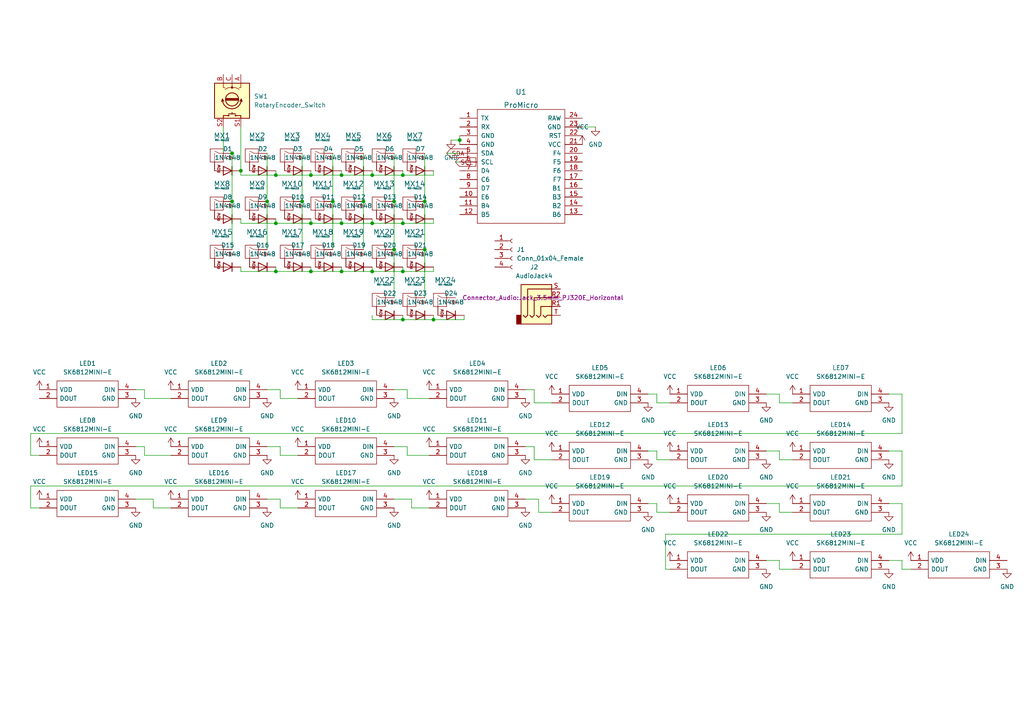
<source format=kicad_sch>
(kicad_sch (version 20211123) (generator eeschema)

  (uuid 01f1745a-fca5-4330-add0-80676599fc84)

  (paper "A4")

  (lib_symbols
    (symbol "Connector:AudioJack4" (in_bom yes) (on_board yes)
      (property "Reference" "J" (id 0) (at 0 8.89 0)
        (effects (font (size 1.27 1.27)))
      )
      (property "Value" "AudioJack4" (id 1) (at 0 6.35 0)
        (effects (font (size 1.27 1.27)))
      )
      (property "Footprint" "" (id 2) (at 0 0 0)
        (effects (font (size 1.27 1.27)) hide)
      )
      (property "Datasheet" "~" (id 3) (at 0 0 0)
        (effects (font (size 1.27 1.27)) hide)
      )
      (property "ki_keywords" "audio jack receptacle stereo headphones TRRS connector" (id 4) (at 0 0 0)
        (effects (font (size 1.27 1.27)) hide)
      )
      (property "ki_description" "Audio Jack, 4 Poles (TRRS)" (id 5) (at 0 0 0)
        (effects (font (size 1.27 1.27)) hide)
      )
      (property "ki_fp_filters" "Jack*" (id 6) (at 0 0 0)
        (effects (font (size 1.27 1.27)) hide)
      )
      (symbol "AudioJack4_0_1"
        (rectangle (start -6.35 -5.08) (end -7.62 -7.62)
          (stroke (width 0.254) (type default) (color 0 0 0 0))
          (fill (type outline))
        )
        (polyline
          (pts
            (xy 0 -5.08)
            (xy 0.635 -5.715)
            (xy 1.27 -5.08)
            (xy 2.54 -5.08)
          )
          (stroke (width 0.254) (type default) (color 0 0 0 0))
          (fill (type none))
        )
        (polyline
          (pts
            (xy -5.715 -5.08)
            (xy -5.08 -5.715)
            (xy -4.445 -5.08)
            (xy -4.445 2.54)
            (xy 2.54 2.54)
          )
          (stroke (width 0.254) (type default) (color 0 0 0 0))
          (fill (type none))
        )
        (polyline
          (pts
            (xy -1.905 -5.08)
            (xy -1.27 -5.715)
            (xy -0.635 -5.08)
            (xy -0.635 -2.54)
            (xy 2.54 -2.54)
          )
          (stroke (width 0.254) (type default) (color 0 0 0 0))
          (fill (type none))
        )
        (polyline
          (pts
            (xy 2.54 0)
            (xy -2.54 0)
            (xy -2.54 -5.08)
            (xy -3.175 -5.715)
            (xy -3.81 -5.08)
          )
          (stroke (width 0.254) (type default) (color 0 0 0 0))
          (fill (type none))
        )
        (rectangle (start 2.54 3.81) (end -6.35 -7.62)
          (stroke (width 0.254) (type default) (color 0 0 0 0))
          (fill (type background))
        )
      )
      (symbol "AudioJack4_1_1"
        (pin passive line (at 5.08 -2.54 180) (length 2.54)
          (name "~" (effects (font (size 1.27 1.27))))
          (number "R1" (effects (font (size 1.27 1.27))))
        )
        (pin passive line (at 5.08 0 180) (length 2.54)
          (name "~" (effects (font (size 1.27 1.27))))
          (number "R2" (effects (font (size 1.27 1.27))))
        )
        (pin passive line (at 5.08 2.54 180) (length 2.54)
          (name "~" (effects (font (size 1.27 1.27))))
          (number "S" (effects (font (size 1.27 1.27))))
        )
        (pin passive line (at 5.08 -5.08 180) (length 2.54)
          (name "~" (effects (font (size 1.27 1.27))))
          (number "T" (effects (font (size 1.27 1.27))))
        )
      )
    )
    (symbol "Connector:Conn_01x04_Female" (pin_names (offset 1.016) hide) (in_bom yes) (on_board yes)
      (property "Reference" "J" (id 0) (at 0 5.08 0)
        (effects (font (size 1.27 1.27)))
      )
      (property "Value" "Conn_01x04_Female" (id 1) (at 0 -7.62 0)
        (effects (font (size 1.27 1.27)))
      )
      (property "Footprint" "" (id 2) (at 0 0 0)
        (effects (font (size 1.27 1.27)) hide)
      )
      (property "Datasheet" "~" (id 3) (at 0 0 0)
        (effects (font (size 1.27 1.27)) hide)
      )
      (property "ki_keywords" "connector" (id 4) (at 0 0 0)
        (effects (font (size 1.27 1.27)) hide)
      )
      (property "ki_description" "Generic connector, single row, 01x04, script generated (kicad-library-utils/schlib/autogen/connector/)" (id 5) (at 0 0 0)
        (effects (font (size 1.27 1.27)) hide)
      )
      (property "ki_fp_filters" "Connector*:*_1x??_*" (id 6) (at 0 0 0)
        (effects (font (size 1.27 1.27)) hide)
      )
      (symbol "Conn_01x04_Female_1_1"
        (arc (start 0 -4.572) (mid -0.508 -5.08) (end 0 -5.588)
          (stroke (width 0.1524) (type default) (color 0 0 0 0))
          (fill (type none))
        )
        (arc (start 0 -2.032) (mid -0.508 -2.54) (end 0 -3.048)
          (stroke (width 0.1524) (type default) (color 0 0 0 0))
          (fill (type none))
        )
        (polyline
          (pts
            (xy -1.27 -5.08)
            (xy -0.508 -5.08)
          )
          (stroke (width 0.1524) (type default) (color 0 0 0 0))
          (fill (type none))
        )
        (polyline
          (pts
            (xy -1.27 -2.54)
            (xy -0.508 -2.54)
          )
          (stroke (width 0.1524) (type default) (color 0 0 0 0))
          (fill (type none))
        )
        (polyline
          (pts
            (xy -1.27 0)
            (xy -0.508 0)
          )
          (stroke (width 0.1524) (type default) (color 0 0 0 0))
          (fill (type none))
        )
        (polyline
          (pts
            (xy -1.27 2.54)
            (xy -0.508 2.54)
          )
          (stroke (width 0.1524) (type default) (color 0 0 0 0))
          (fill (type none))
        )
        (arc (start 0 0.508) (mid -0.508 0) (end 0 -0.508)
          (stroke (width 0.1524) (type default) (color 0 0 0 0))
          (fill (type none))
        )
        (arc (start 0 3.048) (mid -0.508 2.54) (end 0 2.032)
          (stroke (width 0.1524) (type default) (color 0 0 0 0))
          (fill (type none))
        )
        (pin passive line (at -5.08 2.54 0) (length 3.81)
          (name "Pin_1" (effects (font (size 1.27 1.27))))
          (number "1" (effects (font (size 1.27 1.27))))
        )
        (pin passive line (at -5.08 0 0) (length 3.81)
          (name "Pin_2" (effects (font (size 1.27 1.27))))
          (number "2" (effects (font (size 1.27 1.27))))
        )
        (pin passive line (at -5.08 -2.54 0) (length 3.81)
          (name "Pin_3" (effects (font (size 1.27 1.27))))
          (number "3" (effects (font (size 1.27 1.27))))
        )
        (pin passive line (at -5.08 -5.08 0) (length 3.81)
          (name "Pin_4" (effects (font (size 1.27 1.27))))
          (number "4" (effects (font (size 1.27 1.27))))
        )
      )
    )
    (symbol "Device:RotaryEncoder_Switch" (pin_names (offset 0.254) hide) (in_bom yes) (on_board yes)
      (property "Reference" "SW" (id 0) (at 0 6.604 0)
        (effects (font (size 1.27 1.27)))
      )
      (property "Value" "RotaryEncoder_Switch" (id 1) (at 0 -6.604 0)
        (effects (font (size 1.27 1.27)))
      )
      (property "Footprint" "" (id 2) (at -3.81 4.064 0)
        (effects (font (size 1.27 1.27)) hide)
      )
      (property "Datasheet" "~" (id 3) (at 0 6.604 0)
        (effects (font (size 1.27 1.27)) hide)
      )
      (property "ki_keywords" "rotary switch encoder switch push button" (id 4) (at 0 0 0)
        (effects (font (size 1.27 1.27)) hide)
      )
      (property "ki_description" "Rotary encoder, dual channel, incremental quadrate outputs, with switch" (id 5) (at 0 0 0)
        (effects (font (size 1.27 1.27)) hide)
      )
      (property "ki_fp_filters" "RotaryEncoder*Switch*" (id 6) (at 0 0 0)
        (effects (font (size 1.27 1.27)) hide)
      )
      (symbol "RotaryEncoder_Switch_0_1"
        (rectangle (start -5.08 5.08) (end 5.08 -5.08)
          (stroke (width 0.254) (type default) (color 0 0 0 0))
          (fill (type background))
        )
        (circle (center -3.81 0) (radius 0.254)
          (stroke (width 0) (type default) (color 0 0 0 0))
          (fill (type outline))
        )
        (arc (start -0.381 -2.794) (mid 2.3622 -0.0508) (end -0.381 2.667)
          (stroke (width 0.254) (type default) (color 0 0 0 0))
          (fill (type none))
        )
        (circle (center -0.381 0) (radius 1.905)
          (stroke (width 0.254) (type default) (color 0 0 0 0))
          (fill (type none))
        )
        (polyline
          (pts
            (xy -0.635 -1.778)
            (xy -0.635 1.778)
          )
          (stroke (width 0.254) (type default) (color 0 0 0 0))
          (fill (type none))
        )
        (polyline
          (pts
            (xy -0.381 -1.778)
            (xy -0.381 1.778)
          )
          (stroke (width 0.254) (type default) (color 0 0 0 0))
          (fill (type none))
        )
        (polyline
          (pts
            (xy -0.127 1.778)
            (xy -0.127 -1.778)
          )
          (stroke (width 0.254) (type default) (color 0 0 0 0))
          (fill (type none))
        )
        (polyline
          (pts
            (xy 3.81 0)
            (xy 3.429 0)
          )
          (stroke (width 0.254) (type default) (color 0 0 0 0))
          (fill (type none))
        )
        (polyline
          (pts
            (xy 3.81 1.016)
            (xy 3.81 -1.016)
          )
          (stroke (width 0.254) (type default) (color 0 0 0 0))
          (fill (type none))
        )
        (polyline
          (pts
            (xy -5.08 -2.54)
            (xy -3.81 -2.54)
            (xy -3.81 -2.032)
          )
          (stroke (width 0) (type default) (color 0 0 0 0))
          (fill (type none))
        )
        (polyline
          (pts
            (xy -5.08 2.54)
            (xy -3.81 2.54)
            (xy -3.81 2.032)
          )
          (stroke (width 0) (type default) (color 0 0 0 0))
          (fill (type none))
        )
        (polyline
          (pts
            (xy 0.254 -3.048)
            (xy -0.508 -2.794)
            (xy 0.127 -2.413)
          )
          (stroke (width 0.254) (type default) (color 0 0 0 0))
          (fill (type none))
        )
        (polyline
          (pts
            (xy 0.254 2.921)
            (xy -0.508 2.667)
            (xy 0.127 2.286)
          )
          (stroke (width 0.254) (type default) (color 0 0 0 0))
          (fill (type none))
        )
        (polyline
          (pts
            (xy 5.08 -2.54)
            (xy 4.318 -2.54)
            (xy 4.318 -1.016)
          )
          (stroke (width 0.254) (type default) (color 0 0 0 0))
          (fill (type none))
        )
        (polyline
          (pts
            (xy 5.08 2.54)
            (xy 4.318 2.54)
            (xy 4.318 1.016)
          )
          (stroke (width 0.254) (type default) (color 0 0 0 0))
          (fill (type none))
        )
        (polyline
          (pts
            (xy -5.08 0)
            (xy -3.81 0)
            (xy -3.81 -1.016)
            (xy -3.302 -2.032)
          )
          (stroke (width 0) (type default) (color 0 0 0 0))
          (fill (type none))
        )
        (polyline
          (pts
            (xy -4.318 0)
            (xy -3.81 0)
            (xy -3.81 1.016)
            (xy -3.302 2.032)
          )
          (stroke (width 0) (type default) (color 0 0 0 0))
          (fill (type none))
        )
        (circle (center 4.318 -1.016) (radius 0.127)
          (stroke (width 0.254) (type default) (color 0 0 0 0))
          (fill (type none))
        )
        (circle (center 4.318 1.016) (radius 0.127)
          (stroke (width 0.254) (type default) (color 0 0 0 0))
          (fill (type none))
        )
      )
      (symbol "RotaryEncoder_Switch_1_1"
        (pin passive line (at -7.62 2.54 0) (length 2.54)
          (name "A" (effects (font (size 1.27 1.27))))
          (number "A" (effects (font (size 1.27 1.27))))
        )
        (pin passive line (at -7.62 -2.54 0) (length 2.54)
          (name "B" (effects (font (size 1.27 1.27))))
          (number "B" (effects (font (size 1.27 1.27))))
        )
        (pin passive line (at -7.62 0 0) (length 2.54)
          (name "C" (effects (font (size 1.27 1.27))))
          (number "C" (effects (font (size 1.27 1.27))))
        )
        (pin passive line (at 7.62 2.54 180) (length 2.54)
          (name "S1" (effects (font (size 1.27 1.27))))
          (number "S1" (effects (font (size 1.27 1.27))))
        )
        (pin passive line (at 7.62 -2.54 180) (length 2.54)
          (name "S2" (effects (font (size 1.27 1.27))))
          (number "S2" (effects (font (size 1.27 1.27))))
        )
      )
    )
    (symbol "Diode:1N4148" (pin_numbers hide) (pin_names hide) (in_bom yes) (on_board yes)
      (property "Reference" "D" (id 0) (at 0 2.54 0)
        (effects (font (size 1.27 1.27)))
      )
      (property "Value" "1N4148" (id 1) (at 0 -2.54 0)
        (effects (font (size 1.27 1.27)))
      )
      (property "Footprint" "Diode_THT:D_DO-35_SOD27_P7.62mm_Horizontal" (id 2) (at 0 0 0)
        (effects (font (size 1.27 1.27)) hide)
      )
      (property "Datasheet" "https://assets.nexperia.com/documents/data-sheet/1N4148_1N4448.pdf" (id 3) (at 0 0 0)
        (effects (font (size 1.27 1.27)) hide)
      )
      (property "ki_keywords" "diode" (id 4) (at 0 0 0)
        (effects (font (size 1.27 1.27)) hide)
      )
      (property "ki_description" "100V 0.15A standard switching diode, DO-35" (id 5) (at 0 0 0)
        (effects (font (size 1.27 1.27)) hide)
      )
      (property "ki_fp_filters" "D*DO?35*" (id 6) (at 0 0 0)
        (effects (font (size 1.27 1.27)) hide)
      )
      (symbol "1N4148_0_1"
        (polyline
          (pts
            (xy -1.27 1.27)
            (xy -1.27 -1.27)
          )
          (stroke (width 0.254) (type default) (color 0 0 0 0))
          (fill (type none))
        )
        (polyline
          (pts
            (xy 1.27 0)
            (xy -1.27 0)
          )
          (stroke (width 0) (type default) (color 0 0 0 0))
          (fill (type none))
        )
        (polyline
          (pts
            (xy 1.27 1.27)
            (xy 1.27 -1.27)
            (xy -1.27 0)
            (xy 1.27 1.27)
          )
          (stroke (width 0.254) (type default) (color 0 0 0 0))
          (fill (type none))
        )
      )
      (symbol "1N4148_1_1"
        (pin passive line (at -3.81 0 0) (length 2.54)
          (name "K" (effects (font (size 1.27 1.27))))
          (number "1" (effects (font (size 1.27 1.27))))
        )
        (pin passive line (at 3.81 0 180) (length 2.54)
          (name "A" (effects (font (size 1.27 1.27))))
          (number "2" (effects (font (size 1.27 1.27))))
        )
      )
    )
    (symbol "MX_Alps_Hybrid:MX-NoLED" (pin_names (offset 1.016)) (in_bom yes) (on_board yes)
      (property "Reference" "MX" (id 0) (at -0.635 3.81 0)
        (effects (font (size 1.524 1.524)))
      )
      (property "Value" "MX-NoLED" (id 1) (at -0.635 1.27 0)
        (effects (font (size 0.508 0.508)))
      )
      (property "Footprint" "" (id 2) (at -15.875 -0.635 0)
        (effects (font (size 1.524 1.524)) hide)
      )
      (property "Datasheet" "" (id 3) (at -15.875 -0.635 0)
        (effects (font (size 1.524 1.524)) hide)
      )
      (symbol "MX-NoLED_0_0"
        (rectangle (start -2.54 2.54) (end 1.27 -1.27)
          (stroke (width 0) (type default) (color 0 0 0 0))
          (fill (type none))
        )
        (polyline
          (pts
            (xy -1.27 -1.27)
            (xy -1.27 1.27)
          )
          (stroke (width 0.127) (type default) (color 0 0 0 0))
          (fill (type none))
        )
        (polyline
          (pts
            (xy 1.27 1.27)
            (xy 0 1.27)
            (xy -1.27 1.905)
          )
          (stroke (width 0.127) (type default) (color 0 0 0 0))
          (fill (type none))
        )
        (text "COL" (at 3.175 0 0)
          (effects (font (size 0.762 0.762)))
        )
        (text "ROW" (at 0 -1.905 900)
          (effects (font (size 0.762 0.762)) (justify right))
        )
      )
      (symbol "MX-NoLED_1_1"
        (pin passive line (at 3.81 1.27 180) (length 2.54)
          (name "COL" (effects (font (size 0 0))))
          (number "1" (effects (font (size 0 0))))
        )
        (pin passive line (at -1.27 -3.81 90) (length 2.54)
          (name "ROW" (effects (font (size 0 0))))
          (number "2" (effects (font (size 0 0))))
        )
      )
    )
    (symbol "SK6812MINI-E:SK6812MINI-E" (pin_names (offset 0.762)) (in_bom yes) (on_board yes)
      (property "Reference" "LED" (id 0) (at 24.13 7.62 0)
        (effects (font (size 1.27 1.27)) (justify left))
      )
      (property "Value" "SK6812MINI-E" (id 1) (at 24.13 5.08 0)
        (effects (font (size 1.27 1.27)) (justify left))
      )
      (property "Footprint" "SK6812MINIE" (id 2) (at 24.13 2.54 0)
        (effects (font (size 1.27 1.27)) (justify left) hide)
      )
      (property "Datasheet" "http://yushakobo.jp/ds/YS-SK6812MINI-E.pdf" (id 3) (at 24.13 0 0)
        (effects (font (size 1.27 1.27)) (justify left) hide)
      )
      (property "Description" "3.2x2.8x1.78 mm 0.2W Intelligent external control surface mount SMD LED (MSL:5a)" (id 4) (at 24.13 -2.54 0)
        (effects (font (size 1.27 1.27)) (justify left) hide)
      )
      (property "Height" "1.88" (id 5) (at 24.13 -5.08 0)
        (effects (font (size 1.27 1.27)) (justify left) hide)
      )
      (property "Manufacturer_Name" "Yellow Stone Corp." (id 6) (at 24.13 -7.62 0)
        (effects (font (size 1.27 1.27)) (justify left) hide)
      )
      (property "Manufacturer_Part_Number" "SK6812MINI-E" (id 7) (at 24.13 -10.16 0)
        (effects (font (size 1.27 1.27)) (justify left) hide)
      )
      (property "Mouser Part Number" "" (id 8) (at 24.13 -12.7 0)
        (effects (font (size 1.27 1.27)) (justify left) hide)
      )
      (property "Mouser Price/Stock" "" (id 9) (at 24.13 -15.24 0)
        (effects (font (size 1.27 1.27)) (justify left) hide)
      )
      (property "Arrow Part Number" "" (id 10) (at 24.13 -17.78 0)
        (effects (font (size 1.27 1.27)) (justify left) hide)
      )
      (property "Arrow Price/Stock" "" (id 11) (at 24.13 -20.32 0)
        (effects (font (size 1.27 1.27)) (justify left) hide)
      )
      (symbol "SK6812MINI-E_0_0"
        (pin passive line (at 0 0 0) (length 5.08)
          (name "VDD" (effects (font (size 1.27 1.27))))
          (number "1" (effects (font (size 1.27 1.27))))
        )
        (pin passive line (at 0 -2.54 0) (length 5.08)
          (name "DOUT" (effects (font (size 1.27 1.27))))
          (number "2" (effects (font (size 1.27 1.27))))
        )
        (pin passive line (at 27.94 -2.54 180) (length 5.08)
          (name "GND" (effects (font (size 1.27 1.27))))
          (number "3" (effects (font (size 1.27 1.27))))
        )
        (pin passive line (at 27.94 0 180) (length 5.08)
          (name "DIN" (effects (font (size 1.27 1.27))))
          (number "4" (effects (font (size 1.27 1.27))))
        )
      )
      (symbol "SK6812MINI-E_0_1"
        (polyline
          (pts
            (xy 5.08 2.54)
            (xy 22.86 2.54)
            (xy 22.86 -5.08)
            (xy 5.08 -5.08)
            (xy 5.08 2.54)
          )
          (stroke (width 0.1524) (type default) (color 0 0 0 0))
          (fill (type none))
        )
      )
    )
    (symbol "power:GND" (power) (pin_names (offset 0)) (in_bom yes) (on_board yes)
      (property "Reference" "#PWR" (id 0) (at 0 -6.35 0)
        (effects (font (size 1.27 1.27)) hide)
      )
      (property "Value" "GND" (id 1) (at 0 -3.81 0)
        (effects (font (size 1.27 1.27)))
      )
      (property "Footprint" "" (id 2) (at 0 0 0)
        (effects (font (size 1.27 1.27)) hide)
      )
      (property "Datasheet" "" (id 3) (at 0 0 0)
        (effects (font (size 1.27 1.27)) hide)
      )
      (property "ki_keywords" "power-flag" (id 4) (at 0 0 0)
        (effects (font (size 1.27 1.27)) hide)
      )
      (property "ki_description" "Power symbol creates a global label with name \"GND\" , ground" (id 5) (at 0 0 0)
        (effects (font (size 1.27 1.27)) hide)
      )
      (symbol "GND_0_1"
        (polyline
          (pts
            (xy 0 0)
            (xy 0 -1.27)
            (xy 1.27 -1.27)
            (xy 0 -2.54)
            (xy -1.27 -1.27)
            (xy 0 -1.27)
          )
          (stroke (width 0) (type default) (color 0 0 0 0))
          (fill (type none))
        )
      )
      (symbol "GND_1_1"
        (pin power_in line (at 0 0 270) (length 0) hide
          (name "GND" (effects (font (size 1.27 1.27))))
          (number "1" (effects (font (size 1.27 1.27))))
        )
      )
    )
    (symbol "power:VCC" (power) (pin_names (offset 0)) (in_bom yes) (on_board yes)
      (property "Reference" "#PWR" (id 0) (at 0 -3.81 0)
        (effects (font (size 1.27 1.27)) hide)
      )
      (property "Value" "VCC" (id 1) (at 0 3.81 0)
        (effects (font (size 1.27 1.27)))
      )
      (property "Footprint" "" (id 2) (at 0 0 0)
        (effects (font (size 1.27 1.27)) hide)
      )
      (property "Datasheet" "" (id 3) (at 0 0 0)
        (effects (font (size 1.27 1.27)) hide)
      )
      (property "ki_keywords" "power-flag" (id 4) (at 0 0 0)
        (effects (font (size 1.27 1.27)) hide)
      )
      (property "ki_description" "Power symbol creates a global label with name \"VCC\"" (id 5) (at 0 0 0)
        (effects (font (size 1.27 1.27)) hide)
      )
      (symbol "VCC_0_1"
        (polyline
          (pts
            (xy -0.762 1.27)
            (xy 0 2.54)
          )
          (stroke (width 0) (type default) (color 0 0 0 0))
          (fill (type none))
        )
        (polyline
          (pts
            (xy 0 0)
            (xy 0 2.54)
          )
          (stroke (width 0) (type default) (color 0 0 0 0))
          (fill (type none))
        )
        (polyline
          (pts
            (xy 0 2.54)
            (xy 0.762 1.27)
          )
          (stroke (width 0) (type default) (color 0 0 0 0))
          (fill (type none))
        )
      )
      (symbol "VCC_1_1"
        (pin power_in line (at 0 0 90) (length 0) hide
          (name "VCC" (effects (font (size 1.27 1.27))))
          (number "1" (effects (font (size 1.27 1.27))))
        )
      )
    )
    (symbol "promicro:ProMicro" (pin_names (offset 1.016)) (in_bom yes) (on_board yes)
      (property "Reference" "U" (id 0) (at 0 24.13 0)
        (effects (font (size 1.524 1.524)))
      )
      (property "Value" "ProMicro" (id 1) (at 0 -13.97 0)
        (effects (font (size 1.524 1.524)))
      )
      (property "Footprint" "" (id 2) (at 2.54 -26.67 0)
        (effects (font (size 1.524 1.524)))
      )
      (property "Datasheet" "" (id 3) (at 2.54 -26.67 0)
        (effects (font (size 1.524 1.524)))
      )
      (symbol "ProMicro_0_1"
        (rectangle (start -12.7 21.59) (end 12.7 -11.43)
          (stroke (width 0) (type default) (color 0 0 0 0))
          (fill (type none))
        )
      )
      (symbol "ProMicro_1_1"
        (pin bidirectional line (at -17.78 19.05 0) (length 5.08)
          (name "TX" (effects (font (size 1.27 1.27))))
          (number "1" (effects (font (size 1.27 1.27))))
        )
        (pin bidirectional line (at -17.78 -3.81 0) (length 5.08)
          (name "E6" (effects (font (size 1.27 1.27))))
          (number "10" (effects (font (size 1.27 1.27))))
        )
        (pin bidirectional line (at -17.78 -6.35 0) (length 5.08)
          (name "B4" (effects (font (size 1.27 1.27))))
          (number "11" (effects (font (size 1.27 1.27))))
        )
        (pin bidirectional line (at -17.78 -8.89 0) (length 5.08)
          (name "B5" (effects (font (size 1.27 1.27))))
          (number "12" (effects (font (size 1.27 1.27))))
        )
        (pin bidirectional line (at 17.78 -8.89 180) (length 5.08)
          (name "B6" (effects (font (size 1.27 1.27))))
          (number "13" (effects (font (size 1.27 1.27))))
        )
        (pin bidirectional line (at 17.78 -6.35 180) (length 5.08)
          (name "B2" (effects (font (size 1.27 1.27))))
          (number "14" (effects (font (size 1.27 1.27))))
        )
        (pin bidirectional line (at 17.78 -3.81 180) (length 5.08)
          (name "B3" (effects (font (size 1.27 1.27))))
          (number "15" (effects (font (size 1.27 1.27))))
        )
        (pin bidirectional line (at 17.78 -1.27 180) (length 5.08)
          (name "B1" (effects (font (size 1.27 1.27))))
          (number "16" (effects (font (size 1.27 1.27))))
        )
        (pin bidirectional line (at 17.78 1.27 180) (length 5.08)
          (name "F7" (effects (font (size 1.27 1.27))))
          (number "17" (effects (font (size 1.27 1.27))))
        )
        (pin bidirectional line (at 17.78 3.81 180) (length 5.08)
          (name "F6" (effects (font (size 1.27 1.27))))
          (number "18" (effects (font (size 1.27 1.27))))
        )
        (pin bidirectional line (at 17.78 6.35 180) (length 5.08)
          (name "F5" (effects (font (size 1.27 1.27))))
          (number "19" (effects (font (size 1.27 1.27))))
        )
        (pin bidirectional line (at -17.78 16.51 0) (length 5.08)
          (name "RX" (effects (font (size 1.27 1.27))))
          (number "2" (effects (font (size 1.27 1.27))))
        )
        (pin bidirectional line (at 17.78 8.89 180) (length 5.08)
          (name "F4" (effects (font (size 1.27 1.27))))
          (number "20" (effects (font (size 1.27 1.27))))
        )
        (pin power_in line (at 17.78 11.43 180) (length 5.08)
          (name "VCC" (effects (font (size 1.27 1.27))))
          (number "21" (effects (font (size 1.27 1.27))))
        )
        (pin input line (at 17.78 13.97 180) (length 5.08)
          (name "RST" (effects (font (size 1.27 1.27))))
          (number "22" (effects (font (size 1.27 1.27))))
        )
        (pin power_in line (at 17.78 16.51 180) (length 5.08)
          (name "GND" (effects (font (size 1.27 1.27))))
          (number "23" (effects (font (size 1.27 1.27))))
        )
        (pin power_out line (at 17.78 19.05 180) (length 5.08)
          (name "RAW" (effects (font (size 1.27 1.27))))
          (number "24" (effects (font (size 1.27 1.27))))
        )
        (pin power_in line (at -17.78 13.97 0) (length 5.08)
          (name "GND" (effects (font (size 1.27 1.27))))
          (number "3" (effects (font (size 1.27 1.27))))
        )
        (pin power_in line (at -17.78 11.43 0) (length 5.08)
          (name "GND" (effects (font (size 1.27 1.27))))
          (number "4" (effects (font (size 1.27 1.27))))
        )
        (pin bidirectional line (at -17.78 8.89 0) (length 5.08)
          (name "SDA" (effects (font (size 1.27 1.27))))
          (number "5" (effects (font (size 1.27 1.27))))
        )
        (pin bidirectional line (at -17.78 6.35 0) (length 5.08)
          (name "SCL" (effects (font (size 1.27 1.27))))
          (number "6" (effects (font (size 1.27 1.27))))
        )
        (pin bidirectional line (at -17.78 3.81 0) (length 5.08)
          (name "D4" (effects (font (size 1.27 1.27))))
          (number "7" (effects (font (size 1.27 1.27))))
        )
        (pin bidirectional line (at -17.78 1.27 0) (length 5.08)
          (name "C6" (effects (font (size 1.27 1.27))))
          (number "8" (effects (font (size 1.27 1.27))))
        )
        (pin bidirectional line (at -17.78 -1.27 0) (length 5.08)
          (name "D7" (effects (font (size 1.27 1.27))))
          (number "9" (effects (font (size 1.27 1.27))))
        )
      )
    )
  )

  (junction (at 133.35 40.64) (diameter 0) (color 0 0 0 0)
    (uuid 03ea499b-4f8b-4c97-b982-31d1ee7f4fc0)
  )
  (junction (at 67.31 44.45) (diameter 0) (color 0 0 0 0)
    (uuid 083aca84-66d1-4a81-8abd-9780ebeedf52)
  )
  (junction (at 107.95 64.77) (diameter 0) (color 0 0 0 0)
    (uuid 0e245491-20ac-4db7-9b7f-6c9f942e822d)
  )
  (junction (at 87.63 58.42) (diameter 0) (color 0 0 0 0)
    (uuid 0e89457b-2b2e-46e1-bc83-faf7b80bbb7a)
  )
  (junction (at 107.95 50.8) (diameter 0) (color 0 0 0 0)
    (uuid 1464a52d-91dd-4394-b5cc-e0b07c0b5c14)
  )
  (junction (at 116.84 92.71) (diameter 0) (color 0 0 0 0)
    (uuid 1ed5ae23-9e62-4f0b-b093-c167f81df1c9)
  )
  (junction (at 125.73 92.71) (diameter 0) (color 0 0 0 0)
    (uuid 30d7cd89-abab-4420-98cb-bc9e32665991)
  )
  (junction (at 99.06 78.74) (diameter 0) (color 0 0 0 0)
    (uuid 3c23c6a2-316e-4158-91ff-3d5c64c20cb9)
  )
  (junction (at 80.01 50.8) (diameter 0) (color 0 0 0 0)
    (uuid 434f2b28-428a-4c4e-9840-6f2e6906b4af)
  )
  (junction (at 99.06 50.8) (diameter 0) (color 0 0 0 0)
    (uuid 43d52b80-8114-4ddf-aaea-7a8017be5a52)
  )
  (junction (at 116.84 78.74) (diameter 0) (color 0 0 0 0)
    (uuid 52bf5125-2b05-4636-8680-4ad3ea3e4559)
  )
  (junction (at 114.3 72.39) (diameter 0) (color 0 0 0 0)
    (uuid 5f7c8558-728b-42e0-ba2a-8e32ff0f39e9)
  )
  (junction (at 90.17 64.77) (diameter 0) (color 0 0 0 0)
    (uuid 7d363ff4-692a-47cd-9284-e3f527355b13)
  )
  (junction (at 123.19 58.42) (diameter 0) (color 0 0 0 0)
    (uuid b801e4ca-1ebb-406c-9527-9de981fac475)
  )
  (junction (at 107.95 78.74) (diameter 0) (color 0 0 0 0)
    (uuid c1f59d55-5e0e-4ca5-874a-770d6c549cb1)
  )
  (junction (at 116.84 50.8) (diameter 0) (color 0 0 0 0)
    (uuid c97b8b3e-01dd-4a5e-8e5c-d269fac32d3b)
  )
  (junction (at 90.17 50.8) (diameter 0) (color 0 0 0 0)
    (uuid d93d67ef-6bfa-41b2-a002-c593b67ca4bf)
  )
  (junction (at 123.19 72.39) (diameter 0) (color 0 0 0 0)
    (uuid db6998bb-9680-41e0-a551-71b950af56d5)
  )
  (junction (at 96.52 58.42) (diameter 0) (color 0 0 0 0)
    (uuid dceb9ec6-4810-4d34-8ed7-bdca75cc1171)
  )
  (junction (at 105.41 58.42) (diameter 0) (color 0 0 0 0)
    (uuid dedb043b-7a4c-4ba1-aa88-0ebfd9ae21f8)
  )
  (junction (at 69.85 49.53) (diameter 0) (color 0 0 0 0)
    (uuid e0a6636c-aee1-4008-a636-1d455bcf2aca)
  )
  (junction (at 77.47 58.42) (diameter 0) (color 0 0 0 0)
    (uuid e8d02047-a91b-410d-86ec-3c1ba7b48ac1)
  )
  (junction (at 114.3 58.42) (diameter 0) (color 0 0 0 0)
    (uuid ef58aae3-3480-4c65-9600-6840792ac8df)
  )
  (junction (at 90.17 78.74) (diameter 0) (color 0 0 0 0)
    (uuid f0ed1321-cff5-4d5d-9d8e-ca893ee664cd)
  )
  (junction (at 80.01 78.74) (diameter 0) (color 0 0 0 0)
    (uuid f1c4c20d-d66a-408b-87ef-d0073e55c95d)
  )
  (junction (at 67.31 58.42) (diameter 0) (color 0 0 0 0)
    (uuid f5da9b8a-6c35-4492-bbe4-fa3184be507a)
  )
  (junction (at 99.06 64.77) (diameter 0) (color 0 0 0 0)
    (uuid f684766e-4015-450b-b67d-c25722b2727f)
  )
  (junction (at 80.01 64.77) (diameter 0) (color 0 0 0 0)
    (uuid f6fb21eb-1696-462f-a335-61718566f2c9)
  )
  (junction (at 116.84 64.77) (diameter 0) (color 0 0 0 0)
    (uuid fcf4fb10-e64b-42a5-ac1a-81372ce5338a)
  )

  (wire (pts (xy 8.89 140.97) (xy 261.62 140.97))
    (stroke (width 0) (type default) (color 0 0 0 0))
    (uuid 0194c2ca-c071-406d-b5bf-316e42b353c2)
  )
  (wire (pts (xy 107.95 78.74) (xy 116.84 78.74))
    (stroke (width 0) (type default) (color 0 0 0 0))
    (uuid 019a6dc5-a404-4274-b292-ce488c87053e)
  )
  (wire (pts (xy 123.19 72.39) (xy 123.19 86.36))
    (stroke (width 0) (type default) (color 0 0 0 0))
    (uuid 01eaaf5b-e14c-4561-a8d8-3b1606cc0d11)
  )
  (wire (pts (xy 229.87 133.35) (xy 226.06 133.35))
    (stroke (width 0) (type default) (color 0 0 0 0))
    (uuid 0477622a-b630-40ba-ae1b-82453ae74b23)
  )
  (wire (pts (xy 77.47 44.45) (xy 77.47 58.42))
    (stroke (width 0) (type default) (color 0 0 0 0))
    (uuid 0512f6a7-841a-43e1-91f5-8dd7c32f335d)
  )
  (wire (pts (xy 193.04 165.1) (xy 193.04 154.94))
    (stroke (width 0) (type default) (color 0 0 0 0))
    (uuid 07bdc37e-ab44-489a-9c6d-7cac85bd07de)
  )
  (wire (pts (xy 81.28 113.03) (xy 77.47 113.03))
    (stroke (width 0) (type default) (color 0 0 0 0))
    (uuid 0a39d7aa-59b5-465d-a6e2-3aa0d4a86348)
  )
  (wire (pts (xy 229.87 165.1) (xy 226.06 165.1))
    (stroke (width 0) (type default) (color 0 0 0 0))
    (uuid 0ab44b5c-8613-4205-ab33-a5c51972ff03)
  )
  (wire (pts (xy 81.28 144.78) (xy 77.47 144.78))
    (stroke (width 0) (type default) (color 0 0 0 0))
    (uuid 0d9f1bb0-0f11-4d99-afee-bcb472946ec9)
  )
  (wire (pts (xy 64.77 44.45) (xy 67.31 44.45))
    (stroke (width 0) (type default) (color 0 0 0 0))
    (uuid 0e7da709-146e-4747-8e5f-db227df5dd92)
  )
  (wire (pts (xy 125.73 77.47) (xy 125.73 78.74))
    (stroke (width 0) (type default) (color 0 0 0 0))
    (uuid 11b94c5c-0958-4eac-95ca-e222f8f2aeba)
  )
  (wire (pts (xy 90.17 78.74) (xy 99.06 78.74))
    (stroke (width 0) (type default) (color 0 0 0 0))
    (uuid 13e4450c-e6a5-45fa-b478-b32d580a8832)
  )
  (wire (pts (xy 41.91 113.03) (xy 39.37 113.03))
    (stroke (width 0) (type default) (color 0 0 0 0))
    (uuid 15ce8d02-69f5-4acc-87a5-bb576407d4a1)
  )
  (wire (pts (xy 124.46 132.08) (xy 118.11 132.08))
    (stroke (width 0) (type default) (color 0 0 0 0))
    (uuid 17df1a16-09a5-4c06-ba7e-da7d9a6cb786)
  )
  (wire (pts (xy 187.96 130.81) (xy 190.5 130.81))
    (stroke (width 0) (type default) (color 0 0 0 0))
    (uuid 199fd3ad-fed4-4c54-8255-35e240870b6d)
  )
  (wire (pts (xy 264.16 165.1) (xy 261.62 165.1))
    (stroke (width 0) (type default) (color 0 0 0 0))
    (uuid 1b99faf5-cfb1-43ac-a91d-deee58666749)
  )
  (wire (pts (xy 154.94 129.54) (xy 152.4 129.54))
    (stroke (width 0) (type default) (color 0 0 0 0))
    (uuid 1e008a95-179f-4b7a-9380-80d1a44c2555)
  )
  (wire (pts (xy 261.62 140.97) (xy 261.62 130.81))
    (stroke (width 0) (type default) (color 0 0 0 0))
    (uuid 207bb346-c0b1-4109-9ee8-0b7498075468)
  )
  (wire (pts (xy 168.91 36.83) (xy 172.72 36.83))
    (stroke (width 0) (type default) (color 0 0 0 0))
    (uuid 25738c4a-1355-4fd9-8b29-1ac2aba92e45)
  )
  (wire (pts (xy 226.06 130.81) (xy 222.25 130.81))
    (stroke (width 0) (type default) (color 0 0 0 0))
    (uuid 2e325b1e-573e-47e3-bd51-4bd2520640e1)
  )
  (wire (pts (xy 81.28 147.32) (xy 81.28 144.78))
    (stroke (width 0) (type default) (color 0 0 0 0))
    (uuid 30b6bbfe-9d1b-44af-b34a-e8714254650a)
  )
  (wire (pts (xy 77.47 58.42) (xy 77.47 72.39))
    (stroke (width 0) (type default) (color 0 0 0 0))
    (uuid 32ad2b19-1da1-44f9-b555-f50a7a0f8b49)
  )
  (wire (pts (xy 261.62 162.56) (xy 257.81 162.56))
    (stroke (width 0) (type default) (color 0 0 0 0))
    (uuid 32c1e09b-4699-4725-b150-633691c9eb32)
  )
  (wire (pts (xy 154.94 116.84) (xy 154.94 113.03))
    (stroke (width 0) (type default) (color 0 0 0 0))
    (uuid 3350f37d-378b-4cc9-a2d0-20f9a6e06055)
  )
  (wire (pts (xy 116.84 92.71) (xy 125.73 92.71))
    (stroke (width 0) (type default) (color 0 0 0 0))
    (uuid 346b73ee-57f8-4cec-a27e-7f0b2049424d)
  )
  (wire (pts (xy 69.85 36.83) (xy 69.85 49.53))
    (stroke (width 0) (type default) (color 0 0 0 0))
    (uuid 34923a76-61e0-4d8a-ab5a-9dc94eecfd98)
  )
  (wire (pts (xy 116.84 91.44) (xy 116.84 92.71))
    (stroke (width 0) (type default) (color 0 0 0 0))
    (uuid 35b2119e-7262-45ed-a2f9-52bba55b8705)
  )
  (wire (pts (xy 107.95 63.5) (xy 107.95 64.77))
    (stroke (width 0) (type default) (color 0 0 0 0))
    (uuid 37d5931f-a57e-4831-9090-7fd77ba5ce4a)
  )
  (wire (pts (xy 261.62 154.94) (xy 261.62 146.05))
    (stroke (width 0) (type default) (color 0 0 0 0))
    (uuid 38764bef-4a52-41ea-9066-36a953893b3b)
  )
  (wire (pts (xy 107.95 77.47) (xy 107.95 78.74))
    (stroke (width 0) (type default) (color 0 0 0 0))
    (uuid 399133b0-d46f-475d-9acc-5c4588b8a905)
  )
  (wire (pts (xy 69.85 63.5) (xy 69.85 64.77))
    (stroke (width 0) (type default) (color 0 0 0 0))
    (uuid 3bf0e4f1-658b-4df9-81ca-30d74ee38a28)
  )
  (wire (pts (xy 160.02 133.35) (xy 154.94 133.35))
    (stroke (width 0) (type default) (color 0 0 0 0))
    (uuid 3c7ad6a4-587e-4a72-9674-fff0ec8e9d1c)
  )
  (wire (pts (xy 116.84 78.74) (xy 125.73 78.74))
    (stroke (width 0) (type default) (color 0 0 0 0))
    (uuid 3c7c1ae6-cc9d-434e-9d08-9042ed5b1b6c)
  )
  (wire (pts (xy 118.11 129.54) (xy 114.3 129.54))
    (stroke (width 0) (type default) (color 0 0 0 0))
    (uuid 3d6cd3fe-aed0-4ee1-a234-e3d7831c14f3)
  )
  (wire (pts (xy 80.01 78.74) (xy 90.17 78.74))
    (stroke (width 0) (type default) (color 0 0 0 0))
    (uuid 426317af-10e1-46a5-a20d-c538e3d4e9fe)
  )
  (wire (pts (xy 105.41 58.42) (xy 105.41 72.39))
    (stroke (width 0) (type default) (color 0 0 0 0))
    (uuid 4515df41-fc6e-4c1e-b8de-f1238f4279d5)
  )
  (wire (pts (xy 194.31 133.35) (xy 190.5 133.35))
    (stroke (width 0) (type default) (color 0 0 0 0))
    (uuid 45b505db-af25-4b42-867a-a9eff5aaa8f3)
  )
  (wire (pts (xy 190.5 116.84) (xy 190.5 114.3))
    (stroke (width 0) (type default) (color 0 0 0 0))
    (uuid 48765432-a1e1-4bc7-959c-4dbb7b19a185)
  )
  (wire (pts (xy 190.5 114.3) (xy 187.96 114.3))
    (stroke (width 0) (type default) (color 0 0 0 0))
    (uuid 49e6d481-9c08-4285-9261-8e6fc20286d7)
  )
  (wire (pts (xy 116.84 77.47) (xy 116.84 78.74))
    (stroke (width 0) (type default) (color 0 0 0 0))
    (uuid 4bd0c86f-538d-4eaa-9f00-7ed37c632b5d)
  )
  (wire (pts (xy 67.31 44.45) (xy 67.31 58.42))
    (stroke (width 0) (type default) (color 0 0 0 0))
    (uuid 4dd36607-bbb8-4d0e-aa3e-5a8dc24190d7)
  )
  (wire (pts (xy 133.35 39.37) (xy 133.35 40.64))
    (stroke (width 0) (type default) (color 0 0 0 0))
    (uuid 4f7bb3f5-7c74-4174-b207-5568e46b6e39)
  )
  (wire (pts (xy 107.95 91.44) (xy 107.95 92.71))
    (stroke (width 0) (type default) (color 0 0 0 0))
    (uuid 502b6407-538b-4494-aebd-4447685db819)
  )
  (wire (pts (xy 116.84 64.77) (xy 125.73 64.77))
    (stroke (width 0) (type default) (color 0 0 0 0))
    (uuid 506e76c9-18b0-43f6-b68c-3e96831c3cf0)
  )
  (wire (pts (xy 69.85 64.77) (xy 80.01 64.77))
    (stroke (width 0) (type default) (color 0 0 0 0))
    (uuid 50d0c750-d3b5-407b-9f75-0826ac7f51b2)
  )
  (wire (pts (xy 118.11 113.03) (xy 114.3 113.03))
    (stroke (width 0) (type default) (color 0 0 0 0))
    (uuid 50d25989-e436-4295-ae11-b3957e767c6d)
  )
  (wire (pts (xy 90.17 64.77) (xy 99.06 64.77))
    (stroke (width 0) (type default) (color 0 0 0 0))
    (uuid 50d99fbf-5e41-452c-b4d1-839889a0e826)
  )
  (wire (pts (xy 80.01 64.77) (xy 90.17 64.77))
    (stroke (width 0) (type default) (color 0 0 0 0))
    (uuid 50eecf2c-8fce-4690-aac5-65eac7b39f82)
  )
  (wire (pts (xy 229.87 116.84) (xy 226.06 116.84))
    (stroke (width 0) (type default) (color 0 0 0 0))
    (uuid 54341c84-7009-4ad1-8b60-d96b3df4c2a8)
  )
  (wire (pts (xy 194.31 148.59) (xy 190.5 148.59))
    (stroke (width 0) (type default) (color 0 0 0 0))
    (uuid 552a7c9d-3f0e-4667-9129-eef9a11605dc)
  )
  (wire (pts (xy 156.21 144.78) (xy 152.4 144.78))
    (stroke (width 0) (type default) (color 0 0 0 0))
    (uuid 578fca53-419b-4f17-a165-a87c190648a5)
  )
  (wire (pts (xy 261.62 165.1) (xy 261.62 162.56))
    (stroke (width 0) (type default) (color 0 0 0 0))
    (uuid 5b80b4b4-5276-4396-9780-4737209d1405)
  )
  (wire (pts (xy 80.01 49.53) (xy 80.01 50.8))
    (stroke (width 0) (type default) (color 0 0 0 0))
    (uuid 5c123244-b179-47b4-b64f-e5f7b314f6e1)
  )
  (wire (pts (xy 116.84 50.8) (xy 125.73 50.8))
    (stroke (width 0) (type default) (color 0 0 0 0))
    (uuid 5ea02b06-efa5-4198-b064-90ac264eb39a)
  )
  (wire (pts (xy 118.11 132.08) (xy 118.11 129.54))
    (stroke (width 0) (type default) (color 0 0 0 0))
    (uuid 608aa9a2-db0f-49c5-a3b4-4d583764fbf5)
  )
  (wire (pts (xy 49.53 132.08) (xy 41.91 132.08))
    (stroke (width 0) (type default) (color 0 0 0 0))
    (uuid 666240b0-15b4-486d-92ce-b3c029d4f623)
  )
  (wire (pts (xy 226.06 133.35) (xy 226.06 130.81))
    (stroke (width 0) (type default) (color 0 0 0 0))
    (uuid 68240c88-958d-4612-9983-df388f3942db)
  )
  (wire (pts (xy 86.36 115.57) (xy 81.28 115.57))
    (stroke (width 0) (type default) (color 0 0 0 0))
    (uuid 6af68c8e-05c8-40af-b468-cec4d81d7dea)
  )
  (wire (pts (xy 226.06 146.05) (xy 222.25 146.05))
    (stroke (width 0) (type default) (color 0 0 0 0))
    (uuid 6d6b85f9-5b61-452a-a3b0-e996c1e0ac35)
  )
  (wire (pts (xy 261.62 125.73) (xy 261.62 114.3))
    (stroke (width 0) (type default) (color 0 0 0 0))
    (uuid 73d07d86-5b89-4925-bddb-f3e0ea4d966d)
  )
  (wire (pts (xy 190.5 133.35) (xy 190.5 130.81))
    (stroke (width 0) (type default) (color 0 0 0 0))
    (uuid 7644ca58-eaaa-4719-b054-0997351ae991)
  )
  (wire (pts (xy 116.84 49.53) (xy 116.84 50.8))
    (stroke (width 0) (type default) (color 0 0 0 0))
    (uuid 79eae80b-bb67-4ade-840c-3bd3ac0c5fd8)
  )
  (wire (pts (xy 226.06 162.56) (xy 222.25 162.56))
    (stroke (width 0) (type default) (color 0 0 0 0))
    (uuid 7ab50170-8d25-4f16-adc6-90c1e4f61e3d)
  )
  (wire (pts (xy 90.17 63.5) (xy 90.17 64.77))
    (stroke (width 0) (type default) (color 0 0 0 0))
    (uuid 7b810db0-14e8-483c-b62b-9b0478373844)
  )
  (wire (pts (xy 81.28 115.57) (xy 81.28 113.03))
    (stroke (width 0) (type default) (color 0 0 0 0))
    (uuid 7bdfa004-820a-4fd7-a603-dbf95745098f)
  )
  (wire (pts (xy 190.5 148.59) (xy 190.5 146.05))
    (stroke (width 0) (type default) (color 0 0 0 0))
    (uuid 7dd341ae-2f28-405c-b586-8cdb8724d63d)
  )
  (wire (pts (xy 160.02 148.59) (xy 156.21 148.59))
    (stroke (width 0) (type default) (color 0 0 0 0))
    (uuid 7ee998d7-48c9-4686-a441-9456654a076f)
  )
  (wire (pts (xy 11.43 147.32) (xy 8.89 147.32))
    (stroke (width 0) (type default) (color 0 0 0 0))
    (uuid 8085f88f-7ae3-481f-8af8-baec8b1f3523)
  )
  (wire (pts (xy 119.38 147.32) (xy 119.38 144.78))
    (stroke (width 0) (type default) (color 0 0 0 0))
    (uuid 813bd1e2-6ebf-49ed-ab6f-4a4ec6f3917a)
  )
  (wire (pts (xy 261.62 130.81) (xy 257.81 130.81))
    (stroke (width 0) (type default) (color 0 0 0 0))
    (uuid 8438cc25-5eb8-463f-8104-ac2b7e338744)
  )
  (wire (pts (xy 124.46 115.57) (xy 118.11 115.57))
    (stroke (width 0) (type default) (color 0 0 0 0))
    (uuid 84a38d62-11f3-497f-8f3f-7bfeee06dcfa)
  )
  (wire (pts (xy 8.89 125.73) (xy 8.89 132.08))
    (stroke (width 0) (type default) (color 0 0 0 0))
    (uuid 85e65b4a-d643-43bf-ad07-47142877a0e0)
  )
  (wire (pts (xy 99.06 63.5) (xy 99.06 64.77))
    (stroke (width 0) (type default) (color 0 0 0 0))
    (uuid 863e614d-0b05-4ea2-9c68-1120f52e1182)
  )
  (wire (pts (xy 125.73 50.8) (xy 125.73 49.53))
    (stroke (width 0) (type default) (color 0 0 0 0))
    (uuid 87592ab3-361b-4933-b2ff-821e08b0ee49)
  )
  (wire (pts (xy 96.52 44.45) (xy 96.52 58.42))
    (stroke (width 0) (type default) (color 0 0 0 0))
    (uuid 8915b20f-3f1c-4438-8122-492d1244bcd0)
  )
  (wire (pts (xy 69.85 49.53) (xy 69.85 50.8))
    (stroke (width 0) (type default) (color 0 0 0 0))
    (uuid 89c084af-da2b-4704-83a4-6684536ddc30)
  )
  (wire (pts (xy 229.87 148.59) (xy 226.06 148.59))
    (stroke (width 0) (type default) (color 0 0 0 0))
    (uuid 8d459138-6203-4987-9813-0754a0c696d9)
  )
  (wire (pts (xy 81.28 129.54) (xy 77.47 129.54))
    (stroke (width 0) (type default) (color 0 0 0 0))
    (uuid 8d7a6a85-1324-4700-a51e-d6907d2999dc)
  )
  (wire (pts (xy 105.41 44.45) (xy 105.41 58.42))
    (stroke (width 0) (type default) (color 0 0 0 0))
    (uuid 8db53809-2a70-4b68-8165-4a3746e811f6)
  )
  (wire (pts (xy 99.06 50.8) (xy 107.95 50.8))
    (stroke (width 0) (type default) (color 0 0 0 0))
    (uuid 8e2fb8fb-3a06-46c3-9e08-f77c7bab74ad)
  )
  (wire (pts (xy 49.53 115.57) (xy 41.91 115.57))
    (stroke (width 0) (type default) (color 0 0 0 0))
    (uuid 8fdc3f97-3917-4b71-b723-51ccbd0e26d9)
  )
  (wire (pts (xy 194.31 165.1) (xy 193.04 165.1))
    (stroke (width 0) (type default) (color 0 0 0 0))
    (uuid 91b6af24-f068-490f-a29c-518dc8310b86)
  )
  (wire (pts (xy 156.21 148.59) (xy 156.21 144.78))
    (stroke (width 0) (type default) (color 0 0 0 0))
    (uuid 92c077e4-3397-45af-8e62-54675cddbb5a)
  )
  (wire (pts (xy 124.46 147.32) (xy 119.38 147.32))
    (stroke (width 0) (type default) (color 0 0 0 0))
    (uuid 93f5c811-d343-4d70-8a58-465bf43047ba)
  )
  (wire (pts (xy 86.36 132.08) (xy 81.28 132.08))
    (stroke (width 0) (type default) (color 0 0 0 0))
    (uuid 948b601b-fdae-480f-9683-941c7c6390b9)
  )
  (wire (pts (xy 226.06 148.59) (xy 226.06 146.05))
    (stroke (width 0) (type default) (color 0 0 0 0))
    (uuid 94dc532d-b2c6-465f-a4fb-8fc7d40fb0f8)
  )
  (wire (pts (xy 160.02 116.84) (xy 154.94 116.84))
    (stroke (width 0) (type default) (color 0 0 0 0))
    (uuid 94f43cae-8997-45c9-850f-f4e4f5b79a9a)
  )
  (wire (pts (xy 261.62 146.05) (xy 257.81 146.05))
    (stroke (width 0) (type default) (color 0 0 0 0))
    (uuid 95a90086-6e99-4d3b-95e4-09e2e0db750f)
  )
  (wire (pts (xy 87.63 44.45) (xy 87.63 58.42))
    (stroke (width 0) (type default) (color 0 0 0 0))
    (uuid 967f522d-8c09-483f-981f-61ed10df8604)
  )
  (wire (pts (xy 130.81 40.64) (xy 133.35 40.64))
    (stroke (width 0) (type default) (color 0 0 0 0))
    (uuid 96e01403-4e8e-4e02-9aa7-473524000858)
  )
  (wire (pts (xy 90.17 49.53) (xy 90.17 50.8))
    (stroke (width 0) (type default) (color 0 0 0 0))
    (uuid 9825ab94-5dd2-484e-be86-7b8cd111773a)
  )
  (wire (pts (xy 107.95 50.8) (xy 116.84 50.8))
    (stroke (width 0) (type default) (color 0 0 0 0))
    (uuid 9985e699-f694-4d85-ba45-3f0b55719cdc)
  )
  (wire (pts (xy 132.08 46.99) (xy 133.35 46.99))
    (stroke (width 0) (type default) (color 0 0 0 0))
    (uuid 9bffbe5a-7bce-48f5-a971-571a12dc6472)
  )
  (wire (pts (xy 41.91 132.08) (xy 41.91 129.54))
    (stroke (width 0) (type default) (color 0 0 0 0))
    (uuid 9d7eee97-5af4-4291-aeb8-2ffe97c46112)
  )
  (wire (pts (xy 69.85 78.74) (xy 80.01 78.74))
    (stroke (width 0) (type default) (color 0 0 0 0))
    (uuid 9d88cca6-9f62-4d14-9a22-3bcd76b80592)
  )
  (wire (pts (xy 80.01 50.8) (xy 90.17 50.8))
    (stroke (width 0) (type default) (color 0 0 0 0))
    (uuid 9e6f7f66-b510-485f-bce9-3398a23ab825)
  )
  (wire (pts (xy 134.62 91.44) (xy 134.62 92.71))
    (stroke (width 0) (type default) (color 0 0 0 0))
    (uuid 9f95d3e3-e1ab-418d-94ae-f4dcf93906f2)
  )
  (wire (pts (xy 123.19 44.45) (xy 123.19 58.42))
    (stroke (width 0) (type default) (color 0 0 0 0))
    (uuid a08545da-df96-4ebb-90b0-b474ea37679c)
  )
  (wire (pts (xy 125.73 92.71) (xy 134.62 92.71))
    (stroke (width 0) (type default) (color 0 0 0 0))
    (uuid a0cc2acf-4711-4b6e-b5c7-f47f5433db04)
  )
  (wire (pts (xy 81.28 132.08) (xy 81.28 129.54))
    (stroke (width 0) (type default) (color 0 0 0 0))
    (uuid a302f824-026e-431d-ab8b-b1be434d7d8d)
  )
  (wire (pts (xy 261.62 114.3) (xy 257.81 114.3))
    (stroke (width 0) (type default) (color 0 0 0 0))
    (uuid a447803e-44c2-4eb2-a990-453555487cb4)
  )
  (wire (pts (xy 125.73 91.44) (xy 125.73 92.71))
    (stroke (width 0) (type default) (color 0 0 0 0))
    (uuid a4ccd35f-ba55-4693-baca-6be01c3b2097)
  )
  (wire (pts (xy 123.19 58.42) (xy 123.19 72.39))
    (stroke (width 0) (type default) (color 0 0 0 0))
    (uuid a7661491-5d20-48da-80eb-8e8747c95c0b)
  )
  (wire (pts (xy 114.3 44.45) (xy 114.3 58.42))
    (stroke (width 0) (type default) (color 0 0 0 0))
    (uuid aa2a6a41-5857-4e36-a5d4-72f2d983fb53)
  )
  (wire (pts (xy 64.77 36.83) (xy 64.77 44.45))
    (stroke (width 0) (type default) (color 0 0 0 0))
    (uuid ab989cf2-f940-42c0-86d7-9f750dd5cb2e)
  )
  (wire (pts (xy 44.45 147.32) (xy 44.45 144.78))
    (stroke (width 0) (type default) (color 0 0 0 0))
    (uuid ace7307d-ba6b-483a-a2ae-43be93d6b229)
  )
  (wire (pts (xy 119.38 144.78) (xy 114.3 144.78))
    (stroke (width 0) (type default) (color 0 0 0 0))
    (uuid aeff7bff-6d6b-4cd5-9a1e-c54b6527a6d4)
  )
  (wire (pts (xy 114.3 72.39) (xy 114.3 86.36))
    (stroke (width 0) (type default) (color 0 0 0 0))
    (uuid af92e639-5660-4d59-ae36-f666204a088f)
  )
  (wire (pts (xy 193.04 154.94) (xy 261.62 154.94))
    (stroke (width 0) (type default) (color 0 0 0 0))
    (uuid afaef3bd-1b1b-4d41-8c0c-ccf8fee1f737)
  )
  (wire (pts (xy 116.84 63.5) (xy 116.84 64.77))
    (stroke (width 0) (type default) (color 0 0 0 0))
    (uuid b1685d84-3b0d-4a16-8160-68ca04acf2e2)
  )
  (wire (pts (xy 107.95 49.53) (xy 107.95 50.8))
    (stroke (width 0) (type default) (color 0 0 0 0))
    (uuid b28f45f3-165b-4c3c-9fe4-2a4c3806b87d)
  )
  (wire (pts (xy 99.06 49.53) (xy 99.06 50.8))
    (stroke (width 0) (type default) (color 0 0 0 0))
    (uuid b6a8e1aa-ad7e-42a7-a31a-bcd15474fe0f)
  )
  (wire (pts (xy 96.52 58.42) (xy 96.52 72.39))
    (stroke (width 0) (type default) (color 0 0 0 0))
    (uuid b7672a15-d63a-4318-8e2d-6c61bba8c532)
  )
  (wire (pts (xy 49.53 147.32) (xy 44.45 147.32))
    (stroke (width 0) (type default) (color 0 0 0 0))
    (uuid b7ddfc8c-e83c-4d90-919f-86fe75ada837)
  )
  (wire (pts (xy 133.35 40.64) (xy 133.35 41.91))
    (stroke (width 0) (type default) (color 0 0 0 0))
    (uuid bab0c0f0-466c-4476-ad7a-34f088edf23c)
  )
  (wire (pts (xy 154.94 113.03) (xy 152.4 113.03))
    (stroke (width 0) (type default) (color 0 0 0 0))
    (uuid be95c4a2-0636-432b-9d49-b6afe4cc86e3)
  )
  (wire (pts (xy 129.54 44.45) (xy 133.35 44.45))
    (stroke (width 0) (type default) (color 0 0 0 0))
    (uuid bec1d4a8-db90-47c2-a7bb-23ace23b36f6)
  )
  (wire (pts (xy 67.31 58.42) (xy 67.31 72.39))
    (stroke (width 0) (type default) (color 0 0 0 0))
    (uuid c1775269-f7be-4a65-a034-b27a7f7d2990)
  )
  (wire (pts (xy 80.01 63.5) (xy 80.01 64.77))
    (stroke (width 0) (type default) (color 0 0 0 0))
    (uuid c352b184-a81d-41b8-8bdc-a8de488be8ab)
  )
  (wire (pts (xy 226.06 114.3) (xy 222.25 114.3))
    (stroke (width 0) (type default) (color 0 0 0 0))
    (uuid c547fcfa-607d-4714-857e-4263ff399390)
  )
  (wire (pts (xy 118.11 115.57) (xy 118.11 113.03))
    (stroke (width 0) (type default) (color 0 0 0 0))
    (uuid c782d323-583e-412b-9cf0-76ddafbc5f58)
  )
  (wire (pts (xy 8.89 147.32) (xy 8.89 140.97))
    (stroke (width 0) (type default) (color 0 0 0 0))
    (uuid c9451938-0318-4b37-a87d-02c452326634)
  )
  (wire (pts (xy 190.5 146.05) (xy 187.96 146.05))
    (stroke (width 0) (type default) (color 0 0 0 0))
    (uuid cc720d43-41ad-4930-a365-6ae41a4214f7)
  )
  (wire (pts (xy 99.06 77.47) (xy 99.06 78.74))
    (stroke (width 0) (type default) (color 0 0 0 0))
    (uuid cd59e27f-a5f9-4c4f-a1d2-4a92d5d19ccc)
  )
  (wire (pts (xy 99.06 78.74) (xy 107.95 78.74))
    (stroke (width 0) (type default) (color 0 0 0 0))
    (uuid cedbce06-abed-42a2-b7d1-4784560df67f)
  )
  (wire (pts (xy 41.91 129.54) (xy 39.37 129.54))
    (stroke (width 0) (type default) (color 0 0 0 0))
    (uuid d12956a9-b902-4430-a6cb-737596ced5ae)
  )
  (wire (pts (xy 86.36 147.32) (xy 81.28 147.32))
    (stroke (width 0) (type default) (color 0 0 0 0))
    (uuid d3fc804d-8216-4b94-ab6c-c17bde633161)
  )
  (wire (pts (xy 154.94 133.35) (xy 154.94 129.54))
    (stroke (width 0) (type default) (color 0 0 0 0))
    (uuid d880c413-cc0a-412a-b5ba-149ffa4859fb)
  )
  (wire (pts (xy 107.95 64.77) (xy 116.84 64.77))
    (stroke (width 0) (type default) (color 0 0 0 0))
    (uuid d91a6d18-0c68-4c6f-adfb-3516610240b8)
  )
  (wire (pts (xy 226.06 116.84) (xy 226.06 114.3))
    (stroke (width 0) (type default) (color 0 0 0 0))
    (uuid db7a4d83-15c9-4d8e-b95e-702e46c16472)
  )
  (wire (pts (xy 80.01 77.47) (xy 80.01 78.74))
    (stroke (width 0) (type default) (color 0 0 0 0))
    (uuid dfbd7d42-76ef-479a-a307-ff4e8d53b45d)
  )
  (wire (pts (xy 114.3 58.42) (xy 114.3 72.39))
    (stroke (width 0) (type default) (color 0 0 0 0))
    (uuid e1b4833d-9b80-4fd8-bb79-a0e6f869647e)
  )
  (wire (pts (xy 8.89 132.08) (xy 11.43 132.08))
    (stroke (width 0) (type default) (color 0 0 0 0))
    (uuid e22e0d46-aeed-46a9-a652-aee70f4b1125)
  )
  (wire (pts (xy 226.06 165.1) (xy 226.06 162.56))
    (stroke (width 0) (type default) (color 0 0 0 0))
    (uuid e2c84e0f-c4e7-4f5b-b1ec-19d751ddab3b)
  )
  (wire (pts (xy 69.85 50.8) (xy 80.01 50.8))
    (stroke (width 0) (type default) (color 0 0 0 0))
    (uuid e8b79eb1-a555-456f-8490-a7a89612ac63)
  )
  (wire (pts (xy 87.63 58.42) (xy 87.63 72.39))
    (stroke (width 0) (type default) (color 0 0 0 0))
    (uuid ea03eb8d-1334-49c4-88c8-d947e6d36357)
  )
  (wire (pts (xy 194.31 116.84) (xy 190.5 116.84))
    (stroke (width 0) (type default) (color 0 0 0 0))
    (uuid ed87349a-8a8f-4685-8391-6ba9c0367077)
  )
  (wire (pts (xy 69.85 77.47) (xy 69.85 78.74))
    (stroke (width 0) (type default) (color 0 0 0 0))
    (uuid ed922871-a074-4a96-b28f-b5c17b649bca)
  )
  (wire (pts (xy 44.45 144.78) (xy 39.37 144.78))
    (stroke (width 0) (type default) (color 0 0 0 0))
    (uuid efdd8f03-85c9-42e2-ba19-fc2636d435b3)
  )
  (wire (pts (xy 90.17 77.47) (xy 90.17 78.74))
    (stroke (width 0) (type default) (color 0 0 0 0))
    (uuid f4456f4b-c0d9-4ea3-8b5c-33a4a53541e3)
  )
  (wire (pts (xy 107.95 92.71) (xy 116.84 92.71))
    (stroke (width 0) (type default) (color 0 0 0 0))
    (uuid f4a53d37-0800-4536-90cd-4c555dc18cf3)
  )
  (wire (pts (xy 125.73 64.77) (xy 125.73 63.5))
    (stroke (width 0) (type default) (color 0 0 0 0))
    (uuid f90b6917-45c4-409d-8105-ae4989f0f3c3)
  )
  (wire (pts (xy 41.91 115.57) (xy 41.91 113.03))
    (stroke (width 0) (type default) (color 0 0 0 0))
    (uuid fab7e3ad-9f78-4fac-a768-7b7f3553651e)
  )
  (wire (pts (xy 99.06 64.77) (xy 107.95 64.77))
    (stroke (width 0) (type default) (color 0 0 0 0))
    (uuid fb917b5c-72e4-432b-b131-2e545f3edd63)
  )
  (wire (pts (xy 8.89 125.73) (xy 261.62 125.73))
    (stroke (width 0) (type default) (color 0 0 0 0))
    (uuid fc14be2f-76ff-4f90-8f86-7611e5b37363)
  )
  (wire (pts (xy 90.17 50.8) (xy 99.06 50.8))
    (stroke (width 0) (type default) (color 0 0 0 0))
    (uuid feb5b537-5dc1-4942-a3be-58eb62f716f0)
  )

  (global_label "SCL" (shape input) (at 132.08 46.99 0) (fields_autoplaced)
    (effects (font (size 1.27 1.27)) (justify left))
    (uuid 0254ec5a-d940-4456-be8f-b544734602ac)
    (property "Intersheet References" "${INTERSHEET_REFS}" (id 0) (at 138.0007 46.9106 0)
      (effects (font (size 1.27 1.27)) (justify left) hide)
    )
  )
  (global_label "SDA" (shape input) (at 129.54 44.45 0) (fields_autoplaced)
    (effects (font (size 1.27 1.27)) (justify left))
    (uuid f839fca5-09d1-4a79-b185-997f8f2ebeed)
    (property "Intersheet References" "${INTERSHEET_REFS}" (id 0) (at 135.5212 44.3706 0)
      (effects (font (size 1.27 1.27)) (justify left) hide)
    )
  )

  (symbol (lib_id "power:VCC") (at 194.31 146.05 0) (unit 1)
    (in_bom yes) (on_board yes) (fields_autoplaced)
    (uuid 0823a88e-134f-42fa-9bc1-50efd753ceed)
    (property "Reference" "#PWR0137" (id 0) (at 194.31 149.86 0)
      (effects (font (size 1.27 1.27)) hide)
    )
    (property "Value" "VCC" (id 1) (at 194.31 140.97 0))
    (property "Footprint" "" (id 2) (at 194.31 146.05 0)
      (effects (font (size 1.27 1.27)) hide)
    )
    (property "Datasheet" "" (id 3) (at 194.31 146.05 0)
      (effects (font (size 1.27 1.27)) hide)
    )
    (pin "1" (uuid 3bee1b17-ed2e-4ed9-bc29-9336a74accd6))
  )

  (symbol (lib_id "power:VCC") (at 229.87 146.05 0) (unit 1)
    (in_bom yes) (on_board yes) (fields_autoplaced)
    (uuid 0aa60c71-3230-41d8-80fd-1f2da11f9151)
    (property "Reference" "#PWR0129" (id 0) (at 229.87 149.86 0)
      (effects (font (size 1.27 1.27)) hide)
    )
    (property "Value" "VCC" (id 1) (at 229.87 140.97 0))
    (property "Footprint" "" (id 2) (at 229.87 146.05 0)
      (effects (font (size 1.27 1.27)) hide)
    )
    (property "Datasheet" "" (id 3) (at 229.87 146.05 0)
      (effects (font (size 1.27 1.27)) hide)
    )
    (pin "1" (uuid 257db152-19cc-45d7-a032-4264c6474ca2))
  )

  (symbol (lib_id "power:VCC") (at 160.02 114.3 0) (unit 1)
    (in_bom yes) (on_board yes) (fields_autoplaced)
    (uuid 0b44c442-fcf8-4333-88dc-bcc5ec209999)
    (property "Reference" "#PWR0135" (id 0) (at 160.02 118.11 0)
      (effects (font (size 1.27 1.27)) hide)
    )
    (property "Value" "VCC" (id 1) (at 160.02 109.22 0))
    (property "Footprint" "" (id 2) (at 160.02 114.3 0)
      (effects (font (size 1.27 1.27)) hide)
    )
    (property "Datasheet" "" (id 3) (at 160.02 114.3 0)
      (effects (font (size 1.27 1.27)) hide)
    )
    (pin "1" (uuid 7e97ae3c-2303-4355-a5bc-2b5079f9b2c0))
  )

  (symbol (lib_id "SK6812MINI-E:SK6812MINI-E") (at 229.87 114.3 0) (unit 1)
    (in_bom yes) (on_board yes) (fields_autoplaced)
    (uuid 0e5b04d0-85fa-4c9e-a99e-4dd7a8e5c976)
    (property "Reference" "LED7" (id 0) (at 243.84 106.68 0))
    (property "Value" "SK6812MINI-E" (id 1) (at 243.84 109.22 0))
    (property "Footprint" "A_kicad:SK6812MINI-E" (id 2) (at 254 111.76 0)
      (effects (font (size 1.27 1.27)) (justify left) hide)
    )
    (property "Datasheet" "http://yushakobo.jp/ds/YS-SK6812MINI-E.pdf" (id 3) (at 254 114.3 0)
      (effects (font (size 1.27 1.27)) (justify left) hide)
    )
    (property "Description" "3.2x2.8x1.78 mm 0.2W Intelligent external control surface mount SMD LED (MSL:5a)" (id 4) (at 254 116.84 0)
      (effects (font (size 1.27 1.27)) (justify left) hide)
    )
    (property "Height" "1.88" (id 5) (at 254 119.38 0)
      (effects (font (size 1.27 1.27)) (justify left) hide)
    )
    (property "Manufacturer_Name" "Yellow Stone Corp." (id 6) (at 254 121.92 0)
      (effects (font (size 1.27 1.27)) (justify left) hide)
    )
    (property "Manufacturer_Part_Number" "SK6812MINI-E" (id 7) (at 254 124.46 0)
      (effects (font (size 1.27 1.27)) (justify left) hide)
    )
    (property "Mouser Part Number" "" (id 8) (at 254 127 0)
      (effects (font (size 1.27 1.27)) (justify left) hide)
    )
    (property "Mouser Price/Stock" "" (id 9) (at 254 129.54 0)
      (effects (font (size 1.27 1.27)) (justify left) hide)
    )
    (property "Arrow Part Number" "" (id 10) (at 254 132.08 0)
      (effects (font (size 1.27 1.27)) (justify left) hide)
    )
    (property "Arrow Price/Stock" "" (id 11) (at 254 134.62 0)
      (effects (font (size 1.27 1.27)) (justify left) hide)
    )
    (pin "1" (uuid 8c7e725b-00c6-4173-a9f3-ed392a4c9155))
    (pin "2" (uuid d2956e60-d9a2-435f-9aae-2f53dde015e4))
    (pin "3" (uuid 8d65c799-2db5-40fa-8f2b-c5588c68e89d))
    (pin "4" (uuid 812c1d1e-7458-452e-9306-2641af06edc4))
  )

  (symbol (lib_id "Connector:AudioJack4") (at 157.48 86.36 0) (unit 1)
    (in_bom yes) (on_board yes) (fields_autoplaced)
    (uuid 100d9f27-163b-4618-9be4-8086c424f27d)
    (property "Reference" "J2" (id 0) (at 154.94 77.47 0))
    (property "Value" "AudioJack4" (id 1) (at 154.94 80.01 0))
    (property "Footprint" "Connector_Audio:Jack_3.5mm_PJ320E_Horizontal" (id 2) (at 157.48 86.36 0))
    (property "Datasheet" "~" (id 3) (at 157.48 86.36 0)
      (effects (font (size 1.27 1.27)) hide)
    )
    (pin "R1" (uuid 03845bd5-3987-4fb9-8d11-ab507cdf1aa8))
    (pin "R2" (uuid a3353b91-5847-42ee-9b21-f5b1f4f40779))
    (pin "S" (uuid e2ad3ce1-1bc1-49d9-8b84-511b5bc89e22))
    (pin "T" (uuid 8dc24553-cecd-4f19-b963-6db152f78cd2))
  )

  (symbol (lib_id "power:VCC") (at 194.31 114.3 0) (unit 1)
    (in_bom yes) (on_board yes) (fields_autoplaced)
    (uuid 12f6ee44-c13f-4d43-a858-7d488da57705)
    (property "Reference" "#PWR0134" (id 0) (at 194.31 118.11 0)
      (effects (font (size 1.27 1.27)) hide)
    )
    (property "Value" "VCC" (id 1) (at 194.31 109.22 0))
    (property "Footprint" "" (id 2) (at 194.31 114.3 0)
      (effects (font (size 1.27 1.27)) hide)
    )
    (property "Datasheet" "" (id 3) (at 194.31 114.3 0)
      (effects (font (size 1.27 1.27)) hide)
    )
    (pin "1" (uuid 6760d520-4ea9-425b-9396-bfffe1713ca5))
  )

  (symbol (lib_id "Diode:1N4148") (at 104.14 63.5 180) (unit 1)
    (in_bom yes) (on_board yes) (fields_autoplaced)
    (uuid 160bf097-7a03-48c3-b1df-551aa66c968c)
    (property "Reference" "D12" (id 0) (at 104.14 57.15 0))
    (property "Value" "1N4148" (id 1) (at 104.14 59.69 0))
    (property "Footprint" "Diode_THT:D_DO-35_SOD27_P7.62mm_Horizontal" (id 2) (at 104.14 63.5 0)
      (effects (font (size 1.27 1.27)) hide)
    )
    (property "Datasheet" "https://assets.nexperia.com/documents/data-sheet/1N4148_1N4448.pdf" (id 3) (at 104.14 63.5 0)
      (effects (font (size 1.27 1.27)) hide)
    )
    (pin "1" (uuid 34320146-7472-451b-9f52-43e7ae0a643c))
    (pin "2" (uuid 653d8827-95bb-4532-b000-fc43ec2b38b1))
  )

  (symbol (lib_id "Diode:1N4148") (at 104.14 77.47 180) (unit 1)
    (in_bom yes) (on_board yes) (fields_autoplaced)
    (uuid 160ef764-77cf-4217-be87-d9ff7c60e4b6)
    (property "Reference" "D19" (id 0) (at 104.14 71.12 0))
    (property "Value" "1N4148" (id 1) (at 104.14 73.66 0))
    (property "Footprint" "Diode_THT:D_DO-35_SOD27_P7.62mm_Horizontal" (id 2) (at 104.14 77.47 0)
      (effects (font (size 1.27 1.27)) hide)
    )
    (property "Datasheet" "https://assets.nexperia.com/documents/data-sheet/1N4148_1N4448.pdf" (id 3) (at 104.14 77.47 0)
      (effects (font (size 1.27 1.27)) hide)
    )
    (pin "1" (uuid a0df5dbd-c501-4850-9844-6286494086b1))
    (pin "2" (uuid 9164dc4e-a322-421e-a2e4-0d34af88457c))
  )

  (symbol (lib_id "SK6812MINI-E:SK6812MINI-E") (at 264.16 162.56 0) (unit 1)
    (in_bom yes) (on_board yes) (fields_autoplaced)
    (uuid 1a8009ff-61ef-47c2-80fb-863df959ce65)
    (property "Reference" "LED24" (id 0) (at 278.13 154.94 0))
    (property "Value" "SK6812MINI-E" (id 1) (at 278.13 157.48 0))
    (property "Footprint" "A_kicad:SK6812MINI-E" (id 2) (at 288.29 160.02 0)
      (effects (font (size 1.27 1.27)) (justify left) hide)
    )
    (property "Datasheet" "http://yushakobo.jp/ds/YS-SK6812MINI-E.pdf" (id 3) (at 288.29 162.56 0)
      (effects (font (size 1.27 1.27)) (justify left) hide)
    )
    (property "Description" "3.2x2.8x1.78 mm 0.2W Intelligent external control surface mount SMD LED (MSL:5a)" (id 4) (at 288.29 165.1 0)
      (effects (font (size 1.27 1.27)) (justify left) hide)
    )
    (property "Height" "1.88" (id 5) (at 288.29 167.64 0)
      (effects (font (size 1.27 1.27)) (justify left) hide)
    )
    (property "Manufacturer_Name" "Yellow Stone Corp." (id 6) (at 288.29 170.18 0)
      (effects (font (size 1.27 1.27)) (justify left) hide)
    )
    (property "Manufacturer_Part_Number" "SK6812MINI-E" (id 7) (at 288.29 172.72 0)
      (effects (font (size 1.27 1.27)) (justify left) hide)
    )
    (property "Mouser Part Number" "" (id 8) (at 288.29 175.26 0)
      (effects (font (size 1.27 1.27)) (justify left) hide)
    )
    (property "Mouser Price/Stock" "" (id 9) (at 288.29 177.8 0)
      (effects (font (size 1.27 1.27)) (justify left) hide)
    )
    (property "Arrow Part Number" "" (id 10) (at 288.29 180.34 0)
      (effects (font (size 1.27 1.27)) (justify left) hide)
    )
    (property "Arrow Price/Stock" "" (id 11) (at 288.29 182.88 0)
      (effects (font (size 1.27 1.27)) (justify left) hide)
    )
    (pin "1" (uuid 7abb69eb-0b60-407d-ba7e-1f59714364ac))
    (pin "2" (uuid fad0a634-2cae-4fbc-a7c5-6997f0d09bb9))
    (pin "3" (uuid e589ef29-7471-488c-b603-9c7d8417c33f))
    (pin "4" (uuid 80cd1846-1652-4acf-8ee0-923227adf2b4))
  )

  (symbol (lib_id "power:VCC") (at 194.31 162.56 0) (unit 1)
    (in_bom yes) (on_board yes) (fields_autoplaced)
    (uuid 1b70cc9c-27a9-482f-831d-afd6d89f2a79)
    (property "Reference" "#PWR0121" (id 0) (at 194.31 166.37 0)
      (effects (font (size 1.27 1.27)) hide)
    )
    (property "Value" "VCC" (id 1) (at 194.31 157.48 0))
    (property "Footprint" "" (id 2) (at 194.31 162.56 0)
      (effects (font (size 1.27 1.27)) hide)
    )
    (property "Datasheet" "" (id 3) (at 194.31 162.56 0)
      (effects (font (size 1.27 1.27)) hide)
    )
    (pin "1" (uuid 2b607ae2-f51b-4ac9-9648-129a014e7224))
  )

  (symbol (lib_id "MX_Alps_Hybrid:MX-NoLED") (at 110.49 59.69 0) (unit 1)
    (in_bom yes) (on_board yes) (fields_autoplaced)
    (uuid 1bc75308-910c-472e-ab10-1af32a78f456)
    (property "Reference" "MX13" (id 0) (at 111.3756 53.34 0)
      (effects (font (size 1.524 1.524)))
    )
    (property "Value" "MX-NoLED" (id 1) (at 111.3756 54.61 0)
      (effects (font (size 0.508 0.508)))
    )
    (property "Footprint" "Button_Switch_Keyboard:SW_Cherry_MX_1.00u_PCB" (id 2) (at 94.615 60.325 0)
      (effects (font (size 1.524 1.524)) hide)
    )
    (property "Datasheet" "" (id 3) (at 94.615 60.325 0)
      (effects (font (size 1.524 1.524)) hide)
    )
    (pin "1" (uuid 3b6fe319-6107-42f0-90c5-d1a2c28ebe08))
    (pin "2" (uuid ffd295f8-76b2-49b6-a54b-b24fee51b698))
  )

  (symbol (lib_id "power:GND") (at 77.47 132.08 0) (unit 1)
    (in_bom yes) (on_board yes) (fields_autoplaced)
    (uuid 1cd9117d-cc10-4965-96b8-b44568b11a2d)
    (property "Reference" "#PWR0118" (id 0) (at 77.47 138.43 0)
      (effects (font (size 1.27 1.27)) hide)
    )
    (property "Value" "GND" (id 1) (at 77.47 137.16 0))
    (property "Footprint" "" (id 2) (at 77.47 132.08 0)
      (effects (font (size 1.27 1.27)) hide)
    )
    (property "Datasheet" "" (id 3) (at 77.47 132.08 0)
      (effects (font (size 1.27 1.27)) hide)
    )
    (pin "1" (uuid 1e2f217b-2835-46bc-9fcf-8c11edab0387))
  )

  (symbol (lib_id "Diode:1N4148") (at 113.03 77.47 180) (unit 1)
    (in_bom yes) (on_board yes) (fields_autoplaced)
    (uuid 208638a8-a98d-43cc-b388-1aed94f0ee21)
    (property "Reference" "D20" (id 0) (at 113.03 71.12 0))
    (property "Value" "1N4148" (id 1) (at 113.03 73.66 0))
    (property "Footprint" "Diode_THT:D_DO-35_SOD27_P7.62mm_Horizontal" (id 2) (at 113.03 77.47 0)
      (effects (font (size 1.27 1.27)) hide)
    )
    (property "Datasheet" "https://assets.nexperia.com/documents/data-sheet/1N4148_1N4448.pdf" (id 3) (at 113.03 77.47 0)
      (effects (font (size 1.27 1.27)) hide)
    )
    (pin "1" (uuid f68b9468-5b64-495d-9d33-3cf3f2965c4d))
    (pin "2" (uuid 0c130bf6-d147-42be-b49c-f9d7abe7d58f))
  )

  (symbol (lib_id "SK6812MINI-E:SK6812MINI-E") (at 86.36 129.54 0) (unit 1)
    (in_bom yes) (on_board yes) (fields_autoplaced)
    (uuid 2106fc5c-8ea6-4ac3-9f45-0dce7c9297f4)
    (property "Reference" "LED10" (id 0) (at 100.33 121.92 0))
    (property "Value" "SK6812MINI-E" (id 1) (at 100.33 124.46 0))
    (property "Footprint" "A_kicad:SK6812MINI-E" (id 2) (at 110.49 127 0)
      (effects (font (size 1.27 1.27)) (justify left) hide)
    )
    (property "Datasheet" "http://yushakobo.jp/ds/YS-SK6812MINI-E.pdf" (id 3) (at 110.49 129.54 0)
      (effects (font (size 1.27 1.27)) (justify left) hide)
    )
    (property "Description" "3.2x2.8x1.78 mm 0.2W Intelligent external control surface mount SMD LED (MSL:5a)" (id 4) (at 110.49 132.08 0)
      (effects (font (size 1.27 1.27)) (justify left) hide)
    )
    (property "Height" "1.88" (id 5) (at 110.49 134.62 0)
      (effects (font (size 1.27 1.27)) (justify left) hide)
    )
    (property "Manufacturer_Name" "Yellow Stone Corp." (id 6) (at 110.49 137.16 0)
      (effects (font (size 1.27 1.27)) (justify left) hide)
    )
    (property "Manufacturer_Part_Number" "SK6812MINI-E" (id 7) (at 110.49 139.7 0)
      (effects (font (size 1.27 1.27)) (justify left) hide)
    )
    (property "Mouser Part Number" "" (id 8) (at 110.49 142.24 0)
      (effects (font (size 1.27 1.27)) (justify left) hide)
    )
    (property "Mouser Price/Stock" "" (id 9) (at 110.49 144.78 0)
      (effects (font (size 1.27 1.27)) (justify left) hide)
    )
    (property "Arrow Part Number" "" (id 10) (at 110.49 147.32 0)
      (effects (font (size 1.27 1.27)) (justify left) hide)
    )
    (property "Arrow Price/Stock" "" (id 11) (at 110.49 149.86 0)
      (effects (font (size 1.27 1.27)) (justify left) hide)
    )
    (pin "1" (uuid 1cd7adad-c291-435b-8e16-9b994af12317))
    (pin "2" (uuid ecf71370-a903-4d12-875f-8cd83f17c563))
    (pin "3" (uuid 94627dd6-4536-4303-affe-659486c947f3))
    (pin "4" (uuid e4210d65-cd12-4960-abcf-b4deec63486f))
  )

  (symbol (lib_id "SK6812MINI-E:SK6812MINI-E") (at 194.31 130.81 0) (unit 1)
    (in_bom yes) (on_board yes) (fields_autoplaced)
    (uuid 21caabf8-5fce-4d10-af4e-e8417c074868)
    (property "Reference" "LED13" (id 0) (at 208.28 123.19 0))
    (property "Value" "SK6812MINI-E" (id 1) (at 208.28 125.73 0))
    (property "Footprint" "A_kicad:SK6812MINI-E" (id 2) (at 218.44 128.27 0)
      (effects (font (size 1.27 1.27)) (justify left) hide)
    )
    (property "Datasheet" "http://yushakobo.jp/ds/YS-SK6812MINI-E.pdf" (id 3) (at 218.44 130.81 0)
      (effects (font (size 1.27 1.27)) (justify left) hide)
    )
    (property "Description" "3.2x2.8x1.78 mm 0.2W Intelligent external control surface mount SMD LED (MSL:5a)" (id 4) (at 218.44 133.35 0)
      (effects (font (size 1.27 1.27)) (justify left) hide)
    )
    (property "Height" "1.88" (id 5) (at 218.44 135.89 0)
      (effects (font (size 1.27 1.27)) (justify left) hide)
    )
    (property "Manufacturer_Name" "Yellow Stone Corp." (id 6) (at 218.44 138.43 0)
      (effects (font (size 1.27 1.27)) (justify left) hide)
    )
    (property "Manufacturer_Part_Number" "SK6812MINI-E" (id 7) (at 218.44 140.97 0)
      (effects (font (size 1.27 1.27)) (justify left) hide)
    )
    (property "Mouser Part Number" "" (id 8) (at 218.44 143.51 0)
      (effects (font (size 1.27 1.27)) (justify left) hide)
    )
    (property "Mouser Price/Stock" "" (id 9) (at 218.44 146.05 0)
      (effects (font (size 1.27 1.27)) (justify left) hide)
    )
    (property "Arrow Part Number" "" (id 10) (at 218.44 148.59 0)
      (effects (font (size 1.27 1.27)) (justify left) hide)
    )
    (property "Arrow Price/Stock" "" (id 11) (at 218.44 151.13 0)
      (effects (font (size 1.27 1.27)) (justify left) hide)
    )
    (pin "1" (uuid d3aecfa7-ddb7-49d2-a35a-dbab27fb21ad))
    (pin "2" (uuid 8e71a19f-1fb2-44ac-8ef6-24a2f3e2e2ec))
    (pin "3" (uuid 57199ea4-5a3f-4784-a25c-ce147ef4b6c9))
    (pin "4" (uuid b98745da-b642-437b-a9f6-32d2f76d4e2a))
  )

  (symbol (lib_id "SK6812MINI-E:SK6812MINI-E") (at 49.53 113.03 0) (unit 1)
    (in_bom yes) (on_board yes) (fields_autoplaced)
    (uuid 232bd0e1-51f5-4af6-be61-be2a507ec9f9)
    (property "Reference" "LED2" (id 0) (at 63.5 105.41 0))
    (property "Value" "SK6812MINI-E" (id 1) (at 63.5 107.95 0))
    (property "Footprint" "A_kicad:SK6812MINI-E" (id 2) (at 73.66 110.49 0)
      (effects (font (size 1.27 1.27)) (justify left) hide)
    )
    (property "Datasheet" "http://yushakobo.jp/ds/YS-SK6812MINI-E.pdf" (id 3) (at 73.66 113.03 0)
      (effects (font (size 1.27 1.27)) (justify left) hide)
    )
    (property "Description" "3.2x2.8x1.78 mm 0.2W Intelligent external control surface mount SMD LED (MSL:5a)" (id 4) (at 73.66 115.57 0)
      (effects (font (size 1.27 1.27)) (justify left) hide)
    )
    (property "Height" "1.88" (id 5) (at 73.66 118.11 0)
      (effects (font (size 1.27 1.27)) (justify left) hide)
    )
    (property "Manufacturer_Name" "Yellow Stone Corp." (id 6) (at 73.66 120.65 0)
      (effects (font (size 1.27 1.27)) (justify left) hide)
    )
    (property "Manufacturer_Part_Number" "SK6812MINI-E" (id 7) (at 73.66 123.19 0)
      (effects (font (size 1.27 1.27)) (justify left) hide)
    )
    (property "Mouser Part Number" "" (id 8) (at 73.66 125.73 0)
      (effects (font (size 1.27 1.27)) (justify left) hide)
    )
    (property "Mouser Price/Stock" "" (id 9) (at 73.66 128.27 0)
      (effects (font (size 1.27 1.27)) (justify left) hide)
    )
    (property "Arrow Part Number" "" (id 10) (at 73.66 130.81 0)
      (effects (font (size 1.27 1.27)) (justify left) hide)
    )
    (property "Arrow Price/Stock" "" (id 11) (at 73.66 133.35 0)
      (effects (font (size 1.27 1.27)) (justify left) hide)
    )
    (pin "1" (uuid d34bc420-405f-4275-b49d-dfaf0c590725))
    (pin "2" (uuid 00228ee2-b634-45eb-bebf-60cb5dd7cccf))
    (pin "3" (uuid 5f464e88-ec52-4208-bfa3-a8dc5ae3eeb4))
    (pin "4" (uuid 97ffcff5-7951-482f-be5a-81c50b8d0c50))
  )

  (symbol (lib_id "power:VCC") (at 124.46 144.78 0) (unit 1)
    (in_bom yes) (on_board yes) (fields_autoplaced)
    (uuid 287b7234-0f14-4460-8a3e-5e49809f3a69)
    (property "Reference" "#PWR0149" (id 0) (at 124.46 148.59 0)
      (effects (font (size 1.27 1.27)) hide)
    )
    (property "Value" "VCC" (id 1) (at 124.46 139.7 0))
    (property "Footprint" "" (id 2) (at 124.46 144.78 0)
      (effects (font (size 1.27 1.27)) hide)
    )
    (property "Datasheet" "" (id 3) (at 124.46 144.78 0)
      (effects (font (size 1.27 1.27)) hide)
    )
    (pin "1" (uuid 8902feb9-545e-41c3-af55-49f39ba66469))
  )

  (symbol (lib_id "Diode:1N4148") (at 121.92 77.47 180) (unit 1)
    (in_bom yes) (on_board yes) (fields_autoplaced)
    (uuid 2afc01fc-3fa9-46d6-88df-f3a569550c26)
    (property "Reference" "D21" (id 0) (at 121.92 71.12 0))
    (property "Value" "1N4148" (id 1) (at 121.92 73.66 0))
    (property "Footprint" "Diode_THT:D_DO-35_SOD27_P7.62mm_Horizontal" (id 2) (at 121.92 77.47 0)
      (effects (font (size 1.27 1.27)) hide)
    )
    (property "Datasheet" "https://assets.nexperia.com/documents/data-sheet/1N4148_1N4448.pdf" (id 3) (at 121.92 77.47 0)
      (effects (font (size 1.27 1.27)) hide)
    )
    (pin "1" (uuid 08edfc40-fdca-4f48-b8f7-c69d3eef98ce))
    (pin "2" (uuid 37b4755c-ce9f-4fed-93bf-06b552519762))
  )

  (symbol (lib_id "Diode:1N4148") (at 76.2 49.53 180) (unit 1)
    (in_bom yes) (on_board yes) (fields_autoplaced)
    (uuid 2b358d32-13ba-42b2-b7a1-8164aca21d92)
    (property "Reference" "D2" (id 0) (at 76.2 43.18 0))
    (property "Value" "1N4148" (id 1) (at 76.2 45.72 0))
    (property "Footprint" "Diode_THT:D_DO-35_SOD27_P7.62mm_Horizontal" (id 2) (at 76.2 49.53 0)
      (effects (font (size 1.27 1.27)) hide)
    )
    (property "Datasheet" "https://assets.nexperia.com/documents/data-sheet/1N4148_1N4448.pdf" (id 3) (at 76.2 49.53 0)
      (effects (font (size 1.27 1.27)) hide)
    )
    (pin "1" (uuid 9d848606-036f-4159-8e7c-d2c587527548))
    (pin "2" (uuid 2c49b154-2c8f-4f02-b37c-96f777dd6677))
  )

  (symbol (lib_id "MX_Alps_Hybrid:MX-NoLED") (at 92.71 73.66 0) (unit 1)
    (in_bom yes) (on_board yes) (fields_autoplaced)
    (uuid 2cb3d08c-ec6c-4591-8e44-3560905b92eb)
    (property "Reference" "MX18" (id 0) (at 93.5956 67.31 0)
      (effects (font (size 1.524 1.524)))
    )
    (property "Value" "MX-NoLED" (id 1) (at 93.5956 68.58 0)
      (effects (font (size 0.508 0.508)))
    )
    (property "Footprint" "Button_Switch_Keyboard:SW_Cherry_MX_1.00u_PCB" (id 2) (at 76.835 74.295 0)
      (effects (font (size 1.524 1.524)) hide)
    )
    (property "Datasheet" "" (id 3) (at 76.835 74.295 0)
      (effects (font (size 1.524 1.524)) hide)
    )
    (pin "1" (uuid cf79082b-634b-4a44-8315-c903c7761107))
    (pin "2" (uuid 9d9f3cd6-36d5-47ba-aab0-9244eed9791b))
  )

  (symbol (lib_id "SK6812MINI-E:SK6812MINI-E") (at 124.46 113.03 0) (unit 1)
    (in_bom yes) (on_board yes) (fields_autoplaced)
    (uuid 2e03315e-c92f-442c-bb46-0fef2359a34d)
    (property "Reference" "LED4" (id 0) (at 138.43 105.41 0))
    (property "Value" "SK6812MINI-E" (id 1) (at 138.43 107.95 0))
    (property "Footprint" "A_kicad:SK6812MINI-E" (id 2) (at 148.59 110.49 0)
      (effects (font (size 1.27 1.27)) (justify left) hide)
    )
    (property "Datasheet" "http://yushakobo.jp/ds/YS-SK6812MINI-E.pdf" (id 3) (at 148.59 113.03 0)
      (effects (font (size 1.27 1.27)) (justify left) hide)
    )
    (property "Description" "3.2x2.8x1.78 mm 0.2W Intelligent external control surface mount SMD LED (MSL:5a)" (id 4) (at 148.59 115.57 0)
      (effects (font (size 1.27 1.27)) (justify left) hide)
    )
    (property "Height" "1.88" (id 5) (at 148.59 118.11 0)
      (effects (font (size 1.27 1.27)) (justify left) hide)
    )
    (property "Manufacturer_Name" "Yellow Stone Corp." (id 6) (at 148.59 120.65 0)
      (effects (font (size 1.27 1.27)) (justify left) hide)
    )
    (property "Manufacturer_Part_Number" "SK6812MINI-E" (id 7) (at 148.59 123.19 0)
      (effects (font (size 1.27 1.27)) (justify left) hide)
    )
    (property "Mouser Part Number" "" (id 8) (at 148.59 125.73 0)
      (effects (font (size 1.27 1.27)) (justify left) hide)
    )
    (property "Mouser Price/Stock" "" (id 9) (at 148.59 128.27 0)
      (effects (font (size 1.27 1.27)) (justify left) hide)
    )
    (property "Arrow Part Number" "" (id 10) (at 148.59 130.81 0)
      (effects (font (size 1.27 1.27)) (justify left) hide)
    )
    (property "Arrow Price/Stock" "" (id 11) (at 148.59 133.35 0)
      (effects (font (size 1.27 1.27)) (justify left) hide)
    )
    (pin "1" (uuid 2e463d25-667d-42b7-ab62-32dd78ba6dd5))
    (pin "2" (uuid a712c138-ecbd-4a4d-8ed3-e69e82fa0f4e))
    (pin "3" (uuid 756361d0-988f-4242-89da-6d432fe6fd14))
    (pin "4" (uuid c7a0610f-7e96-4a4f-b2a8-793ae194a6c9))
  )

  (symbol (lib_id "SK6812MINI-E:SK6812MINI-E") (at 86.36 113.03 0) (unit 1)
    (in_bom yes) (on_board yes) (fields_autoplaced)
    (uuid 2e197564-6c0d-430c-9974-8e64978fb188)
    (property "Reference" "LED3" (id 0) (at 100.33 105.41 0))
    (property "Value" "SK6812MINI-E" (id 1) (at 100.33 107.95 0))
    (property "Footprint" "A_kicad:SK6812MINI-E" (id 2) (at 110.49 110.49 0)
      (effects (font (size 1.27 1.27)) (justify left) hide)
    )
    (property "Datasheet" "http://yushakobo.jp/ds/YS-SK6812MINI-E.pdf" (id 3) (at 110.49 113.03 0)
      (effects (font (size 1.27 1.27)) (justify left) hide)
    )
    (property "Description" "3.2x2.8x1.78 mm 0.2W Intelligent external control surface mount SMD LED (MSL:5a)" (id 4) (at 110.49 115.57 0)
      (effects (font (size 1.27 1.27)) (justify left) hide)
    )
    (property "Height" "1.88" (id 5) (at 110.49 118.11 0)
      (effects (font (size 1.27 1.27)) (justify left) hide)
    )
    (property "Manufacturer_Name" "Yellow Stone Corp." (id 6) (at 110.49 120.65 0)
      (effects (font (size 1.27 1.27)) (justify left) hide)
    )
    (property "Manufacturer_Part_Number" "SK6812MINI-E" (id 7) (at 110.49 123.19 0)
      (effects (font (size 1.27 1.27)) (justify left) hide)
    )
    (property "Mouser Part Number" "" (id 8) (at 110.49 125.73 0)
      (effects (font (size 1.27 1.27)) (justify left) hide)
    )
    (property "Mouser Price/Stock" "" (id 9) (at 110.49 128.27 0)
      (effects (font (size 1.27 1.27)) (justify left) hide)
    )
    (property "Arrow Part Number" "" (id 10) (at 110.49 130.81 0)
      (effects (font (size 1.27 1.27)) (justify left) hide)
    )
    (property "Arrow Price/Stock" "" (id 11) (at 110.49 133.35 0)
      (effects (font (size 1.27 1.27)) (justify left) hide)
    )
    (pin "1" (uuid 71eae303-4ce6-4390-82ee-587e300a6976))
    (pin "2" (uuid df6a8d4d-47a4-4cf5-a942-ba724e275dd2))
    (pin "3" (uuid ba4353c3-9488-4fab-ad1b-02ef03605a5b))
    (pin "4" (uuid f6b1fc12-c365-4907-b8e4-3c3bbfbb8605))
  )

  (symbol (lib_id "power:GND") (at 130.81 40.64 0) (unit 1)
    (in_bom yes) (on_board yes) (fields_autoplaced)
    (uuid 3097a387-2345-4324-a67d-7b172abb372b)
    (property "Reference" "#PWR0101" (id 0) (at 130.81 46.99 0)
      (effects (font (size 1.27 1.27)) hide)
    )
    (property "Value" "GND" (id 1) (at 130.81 45.72 0))
    (property "Footprint" "" (id 2) (at 130.81 40.64 0)
      (effects (font (size 1.27 1.27)) hide)
    )
    (property "Datasheet" "" (id 3) (at 130.81 40.64 0)
      (effects (font (size 1.27 1.27)) hide)
    )
    (pin "1" (uuid 2ac22f77-0324-440a-90e1-2ee346f81b84))
  )

  (symbol (lib_id "power:GND") (at 187.96 116.84 0) (unit 1)
    (in_bom yes) (on_board yes) (fields_autoplaced)
    (uuid 30af1212-1954-4ec4-bec8-3080f33a1551)
    (property "Reference" "#PWR0106" (id 0) (at 187.96 123.19 0)
      (effects (font (size 1.27 1.27)) hide)
    )
    (property "Value" "GND" (id 1) (at 187.96 121.92 0))
    (property "Footprint" "" (id 2) (at 187.96 116.84 0)
      (effects (font (size 1.27 1.27)) hide)
    )
    (property "Datasheet" "" (id 3) (at 187.96 116.84 0)
      (effects (font (size 1.27 1.27)) hide)
    )
    (pin "1" (uuid 0daf7032-5a5f-455b-ba72-3255343cd44d))
  )

  (symbol (lib_id "power:GND") (at 39.37 115.57 0) (unit 1)
    (in_bom yes) (on_board yes) (fields_autoplaced)
    (uuid 32f2a080-fa40-4f0c-8583-e13105537867)
    (property "Reference" "#PWR0107" (id 0) (at 39.37 121.92 0)
      (effects (font (size 1.27 1.27)) hide)
    )
    (property "Value" "GND" (id 1) (at 39.37 120.65 0))
    (property "Footprint" "" (id 2) (at 39.37 115.57 0)
      (effects (font (size 1.27 1.27)) hide)
    )
    (property "Datasheet" "" (id 3) (at 39.37 115.57 0)
      (effects (font (size 1.27 1.27)) hide)
    )
    (pin "1" (uuid 0c758859-ee4b-49d8-b0cc-0781e1780bae))
  )

  (symbol (lib_id "power:GND") (at 114.3 115.57 0) (unit 1)
    (in_bom yes) (on_board yes) (fields_autoplaced)
    (uuid 33e2097c-fa9b-46e0-9583-653f6c2e6ea4)
    (property "Reference" "#PWR0103" (id 0) (at 114.3 121.92 0)
      (effects (font (size 1.27 1.27)) hide)
    )
    (property "Value" "GND" (id 1) (at 114.3 120.65 0))
    (property "Footprint" "" (id 2) (at 114.3 115.57 0)
      (effects (font (size 1.27 1.27)) hide)
    )
    (property "Datasheet" "" (id 3) (at 114.3 115.57 0)
      (effects (font (size 1.27 1.27)) hide)
    )
    (pin "1" (uuid 8642612f-c253-4d1d-a573-3cc2393eef2a))
  )

  (symbol (lib_id "MX_Alps_Hybrid:MX-NoLED") (at 63.5 45.72 0) (unit 1)
    (in_bom yes) (on_board yes) (fields_autoplaced)
    (uuid 359810b6-e461-4639-b09c-b3c52c5db6ed)
    (property "Reference" "MX1" (id 0) (at 64.3856 39.37 0)
      (effects (font (size 1.524 1.524)))
    )
    (property "Value" "MX-NoLED" (id 1) (at 64.3856 40.64 0)
      (effects (font (size 0.508 0.508)))
    )
    (property "Footprint" "Button_Switch_Keyboard:SW_Cherry_MX_1.00u_PCB" (id 2) (at 47.625 46.355 0)
      (effects (font (size 1.524 1.524)) hide)
    )
    (property "Datasheet" "" (id 3) (at 47.625 46.355 0)
      (effects (font (size 1.524 1.524)) hide)
    )
    (pin "1" (uuid 4a98f533-64d4-481e-886e-e3e37072eeb6))
    (pin "2" (uuid 71503366-c65d-46ce-85f1-5e2e0ab6dc12))
  )

  (symbol (lib_id "power:GND") (at 257.81 148.59 0) (unit 1)
    (in_bom yes) (on_board yes) (fields_autoplaced)
    (uuid 364244a2-ad26-4f65-bd14-2f33c3f26d1a)
    (property "Reference" "#PWR0126" (id 0) (at 257.81 154.94 0)
      (effects (font (size 1.27 1.27)) hide)
    )
    (property "Value" "GND" (id 1) (at 257.81 153.67 0))
    (property "Footprint" "" (id 2) (at 257.81 148.59 0)
      (effects (font (size 1.27 1.27)) hide)
    )
    (property "Datasheet" "" (id 3) (at 257.81 148.59 0)
      (effects (font (size 1.27 1.27)) hide)
    )
    (pin "1" (uuid c71b9d6b-401c-47b7-853c-a4c025bf7462))
  )

  (symbol (lib_id "power:VCC") (at 124.46 129.54 0) (unit 1)
    (in_bom yes) (on_board yes) (fields_autoplaced)
    (uuid 39c2dd11-9b50-436c-acc8-6997e66e8cbb)
    (property "Reference" "#PWR0148" (id 0) (at 124.46 133.35 0)
      (effects (font (size 1.27 1.27)) hide)
    )
    (property "Value" "VCC" (id 1) (at 124.46 124.46 0))
    (property "Footprint" "" (id 2) (at 124.46 129.54 0)
      (effects (font (size 1.27 1.27)) hide)
    )
    (property "Datasheet" "" (id 3) (at 124.46 129.54 0)
      (effects (font (size 1.27 1.27)) hide)
    )
    (pin "1" (uuid e0ed3b94-f181-4f6c-9e6e-b5383c96d7aa))
  )

  (symbol (lib_id "power:GND") (at 152.4 115.57 0) (unit 1)
    (in_bom yes) (on_board yes) (fields_autoplaced)
    (uuid 39e6f47a-f327-45a6-835e-0196e867ae53)
    (property "Reference" "#PWR0104" (id 0) (at 152.4 121.92 0)
      (effects (font (size 1.27 1.27)) hide)
    )
    (property "Value" "GND" (id 1) (at 152.4 120.65 0))
    (property "Footprint" "" (id 2) (at 152.4 115.57 0)
      (effects (font (size 1.27 1.27)) hide)
    )
    (property "Datasheet" "" (id 3) (at 152.4 115.57 0)
      (effects (font (size 1.27 1.27)) hide)
    )
    (pin "1" (uuid 1919bf5e-b3f0-4e50-b7d4-69dc7919c14f))
  )

  (symbol (lib_id "SK6812MINI-E:SK6812MINI-E") (at 160.02 146.05 0) (unit 1)
    (in_bom yes) (on_board yes) (fields_autoplaced)
    (uuid 3a406f82-5686-4710-8e43-5c0189e43f8f)
    (property "Reference" "LED19" (id 0) (at 173.99 138.43 0))
    (property "Value" "SK6812MINI-E" (id 1) (at 173.99 140.97 0))
    (property "Footprint" "A_kicad:SK6812MINI-E" (id 2) (at 184.15 143.51 0)
      (effects (font (size 1.27 1.27)) (justify left) hide)
    )
    (property "Datasheet" "http://yushakobo.jp/ds/YS-SK6812MINI-E.pdf" (id 3) (at 184.15 146.05 0)
      (effects (font (size 1.27 1.27)) (justify left) hide)
    )
    (property "Description" "3.2x2.8x1.78 mm 0.2W Intelligent external control surface mount SMD LED (MSL:5a)" (id 4) (at 184.15 148.59 0)
      (effects (font (size 1.27 1.27)) (justify left) hide)
    )
    (property "Height" "1.88" (id 5) (at 184.15 151.13 0)
      (effects (font (size 1.27 1.27)) (justify left) hide)
    )
    (property "Manufacturer_Name" "Yellow Stone Corp." (id 6) (at 184.15 153.67 0)
      (effects (font (size 1.27 1.27)) (justify left) hide)
    )
    (property "Manufacturer_Part_Number" "SK6812MINI-E" (id 7) (at 184.15 156.21 0)
      (effects (font (size 1.27 1.27)) (justify left) hide)
    )
    (property "Mouser Part Number" "" (id 8) (at 184.15 158.75 0)
      (effects (font (size 1.27 1.27)) (justify left) hide)
    )
    (property "Mouser Price/Stock" "" (id 9) (at 184.15 161.29 0)
      (effects (font (size 1.27 1.27)) (justify left) hide)
    )
    (property "Arrow Part Number" "" (id 10) (at 184.15 163.83 0)
      (effects (font (size 1.27 1.27)) (justify left) hide)
    )
    (property "Arrow Price/Stock" "" (id 11) (at 184.15 166.37 0)
      (effects (font (size 1.27 1.27)) (justify left) hide)
    )
    (pin "1" (uuid 958dbf28-cfdc-4f7b-bdb9-20177e6d0306))
    (pin "2" (uuid 1ef096b5-2d5b-49c8-9c75-e932e9869a8b))
    (pin "3" (uuid a039fc8a-99cd-4de8-8b52-a0874b93c93f))
    (pin "4" (uuid 726c79d4-8f0c-4feb-bb5a-b7c12421f009))
  )

  (symbol (lib_id "Diode:1N4148") (at 66.04 49.53 180) (unit 1)
    (in_bom yes) (on_board yes) (fields_autoplaced)
    (uuid 3cfd792c-ca56-4e69-bd07-e3cd2935e882)
    (property "Reference" "D1" (id 0) (at 66.04 43.18 0))
    (property "Value" "1N4148" (id 1) (at 66.04 45.72 0))
    (property "Footprint" "Diode_THT:D_DO-35_SOD27_P7.62mm_Horizontal" (id 2) (at 66.04 49.53 0)
      (effects (font (size 1.27 1.27)) hide)
    )
    (property "Datasheet" "https://assets.nexperia.com/documents/data-sheet/1N4148_1N4448.pdf" (id 3) (at 66.04 49.53 0)
      (effects (font (size 1.27 1.27)) hide)
    )
    (pin "1" (uuid 47fd3278-cf72-4b5d-81dc-2fe0879caea3))
    (pin "2" (uuid 5fa449e6-185c-4493-a6ff-bc9139979931))
  )

  (symbol (lib_id "power:GND") (at 222.25 133.35 0) (unit 1)
    (in_bom yes) (on_board yes) (fields_autoplaced)
    (uuid 3fb13370-fcf5-49b5-b771-0dfc07cee244)
    (property "Reference" "#PWR0143" (id 0) (at 222.25 139.7 0)
      (effects (font (size 1.27 1.27)) hide)
    )
    (property "Value" "GND" (id 1) (at 222.25 138.43 0))
    (property "Footprint" "" (id 2) (at 222.25 133.35 0)
      (effects (font (size 1.27 1.27)) hide)
    )
    (property "Datasheet" "" (id 3) (at 222.25 133.35 0)
      (effects (font (size 1.27 1.27)) hide)
    )
    (pin "1" (uuid 17b4a6a5-2372-4c01-bf4d-515e8d73d020))
  )

  (symbol (lib_id "MX_Alps_Hybrid:MX-NoLED") (at 101.6 73.66 0) (unit 1)
    (in_bom yes) (on_board yes) (fields_autoplaced)
    (uuid 44eb12ca-4f9b-44ca-9944-49567861a0a8)
    (property "Reference" "MX19" (id 0) (at 102.4856 67.31 0)
      (effects (font (size 1.524 1.524)))
    )
    (property "Value" "MX-NoLED" (id 1) (at 102.4856 68.58 0)
      (effects (font (size 0.508 0.508)))
    )
    (property "Footprint" "Button_Switch_Keyboard:SW_Cherry_MX_1.00u_PCB" (id 2) (at 85.725 74.295 0)
      (effects (font (size 1.524 1.524)) hide)
    )
    (property "Datasheet" "" (id 3) (at 85.725 74.295 0)
      (effects (font (size 1.524 1.524)) hide)
    )
    (pin "1" (uuid 5aefbf42-0ac0-49b6-a58c-6141aff7d73a))
    (pin "2" (uuid aae24dba-6c9b-47ff-b51b-1e33d44ab2b5))
  )

  (symbol (lib_id "power:GND") (at 187.96 133.35 0) (unit 1)
    (in_bom yes) (on_board yes) (fields_autoplaced)
    (uuid 472bebfb-da90-4d96-a0f2-a73466882699)
    (property "Reference" "#PWR0138" (id 0) (at 187.96 139.7 0)
      (effects (font (size 1.27 1.27)) hide)
    )
    (property "Value" "GND" (id 1) (at 187.96 138.43 0))
    (property "Footprint" "" (id 2) (at 187.96 133.35 0)
      (effects (font (size 1.27 1.27)) hide)
    )
    (property "Datasheet" "" (id 3) (at 187.96 133.35 0)
      (effects (font (size 1.27 1.27)) hide)
    )
    (pin "1" (uuid f14ed45a-9738-4ce3-ac84-7988c3ece48d))
  )

  (symbol (lib_id "MX_Alps_Hybrid:MX-NoLED") (at 128.27 87.63 0) (unit 1)
    (in_bom yes) (on_board yes)
    (uuid 47a669b2-051c-4e8c-a4d6-fdec4a357dba)
    (property "Reference" "MX24" (id 0) (at 129.1556 81.28 0)
      (effects (font (size 1.524 1.524)))
    )
    (property "Value" "MX-NoLED" (id 1) (at 129.1556 82.55 0)
      (effects (font (size 0.508 0.508)))
    )
    (property "Footprint" "Button_Switch_Keyboard:SW_Cherry_MX_1.00u_PCB" (id 2) (at 112.395 88.265 0)
      (effects (font (size 1.524 1.524)) hide)
    )
    (property "Datasheet" "" (id 3) (at 112.395 88.265 0)
      (effects (font (size 1.524 1.524)) hide)
    )
    (pin "1" (uuid 74c98589-c741-44a6-b458-a1e0fd84cb4d))
    (pin "2" (uuid 72a13ecc-67b8-4592-923f-9226ef15bedb))
  )

  (symbol (lib_id "power:GND") (at 257.81 165.1 0) (unit 1)
    (in_bom yes) (on_board yes) (fields_autoplaced)
    (uuid 47efbc1b-82a2-41b2-8b18-6525217eeeea)
    (property "Reference" "#PWR0122" (id 0) (at 257.81 171.45 0)
      (effects (font (size 1.27 1.27)) hide)
    )
    (property "Value" "GND" (id 1) (at 257.81 170.18 0))
    (property "Footprint" "" (id 2) (at 257.81 165.1 0)
      (effects (font (size 1.27 1.27)) hide)
    )
    (property "Datasheet" "" (id 3) (at 257.81 165.1 0)
      (effects (font (size 1.27 1.27)) hide)
    )
    (pin "1" (uuid 55909ab5-3c50-4858-a22d-dd5051408311))
  )

  (symbol (lib_id "power:GND") (at 152.4 147.32 0) (unit 1)
    (in_bom yes) (on_board yes) (fields_autoplaced)
    (uuid 50970720-b193-4011-9250-c117a81db192)
    (property "Reference" "#PWR0150" (id 0) (at 152.4 153.67 0)
      (effects (font (size 1.27 1.27)) hide)
    )
    (property "Value" "GND" (id 1) (at 152.4 152.4 0))
    (property "Footprint" "" (id 2) (at 152.4 147.32 0)
      (effects (font (size 1.27 1.27)) hide)
    )
    (property "Datasheet" "" (id 3) (at 152.4 147.32 0)
      (effects (font (size 1.27 1.27)) hide)
    )
    (pin "1" (uuid de685966-0d9a-4cec-8ce8-0a6339d193a3))
  )

  (symbol (lib_id "power:GND") (at 114.3 132.08 0) (unit 1)
    (in_bom yes) (on_board yes) (fields_autoplaced)
    (uuid 51a3f514-e9b9-44d1-9cc9-eec1ab65b2bf)
    (property "Reference" "#PWR0145" (id 0) (at 114.3 138.43 0)
      (effects (font (size 1.27 1.27)) hide)
    )
    (property "Value" "GND" (id 1) (at 114.3 137.16 0))
    (property "Footprint" "" (id 2) (at 114.3 132.08 0)
      (effects (font (size 1.27 1.27)) hide)
    )
    (property "Datasheet" "" (id 3) (at 114.3 132.08 0)
      (effects (font (size 1.27 1.27)) hide)
    )
    (pin "1" (uuid 4754bba3-8875-4edd-b41d-87c4f49a4c99))
  )

  (symbol (lib_id "Diode:1N4148") (at 86.36 63.5 180) (unit 1)
    (in_bom yes) (on_board yes) (fields_autoplaced)
    (uuid 53ad125b-20cd-47a8-8bf4-1c364ab9427d)
    (property "Reference" "D10" (id 0) (at 86.36 57.15 0))
    (property "Value" "1N4148" (id 1) (at 86.36 59.69 0))
    (property "Footprint" "Diode_THT:D_DO-35_SOD27_P7.62mm_Horizontal" (id 2) (at 86.36 63.5 0)
      (effects (font (size 1.27 1.27)) hide)
    )
    (property "Datasheet" "https://assets.nexperia.com/documents/data-sheet/1N4148_1N4448.pdf" (id 3) (at 86.36 63.5 0)
      (effects (font (size 1.27 1.27)) hide)
    )
    (pin "1" (uuid efc5f561-c86e-4fe3-8476-330c52fe5337))
    (pin "2" (uuid 4b82340f-a471-4f7a-9f23-1e2caa32d1fe))
  )

  (symbol (lib_id "power:GND") (at 172.72 36.83 0) (unit 1)
    (in_bom yes) (on_board yes) (fields_autoplaced)
    (uuid 54c834dc-f713-46e8-8858-621bc47cd16d)
    (property "Reference" "#PWR0102" (id 0) (at 172.72 43.18 0)
      (effects (font (size 1.27 1.27)) hide)
    )
    (property "Value" "GND" (id 1) (at 172.72 41.91 0))
    (property "Footprint" "" (id 2) (at 172.72 36.83 0)
      (effects (font (size 1.27 1.27)) hide)
    )
    (property "Datasheet" "" (id 3) (at 172.72 36.83 0)
      (effects (font (size 1.27 1.27)) hide)
    )
    (pin "1" (uuid b0681a11-4419-44f1-bf31-09109979dca7))
  )

  (symbol (lib_id "SK6812MINI-E:SK6812MINI-E") (at 160.02 114.3 0) (unit 1)
    (in_bom yes) (on_board yes) (fields_autoplaced)
    (uuid 550ee830-a904-4e26-a69c-353e05376265)
    (property "Reference" "LED5" (id 0) (at 173.99 106.68 0))
    (property "Value" "SK6812MINI-E" (id 1) (at 173.99 109.22 0))
    (property "Footprint" "A_kicad:SK6812MINI-E" (id 2) (at 184.15 111.76 0)
      (effects (font (size 1.27 1.27)) (justify left) hide)
    )
    (property "Datasheet" "http://yushakobo.jp/ds/YS-SK6812MINI-E.pdf" (id 3) (at 184.15 114.3 0)
      (effects (font (size 1.27 1.27)) (justify left) hide)
    )
    (property "Description" "3.2x2.8x1.78 mm 0.2W Intelligent external control surface mount SMD LED (MSL:5a)" (id 4) (at 184.15 116.84 0)
      (effects (font (size 1.27 1.27)) (justify left) hide)
    )
    (property "Height" "1.88" (id 5) (at 184.15 119.38 0)
      (effects (font (size 1.27 1.27)) (justify left) hide)
    )
    (property "Manufacturer_Name" "Yellow Stone Corp." (id 6) (at 184.15 121.92 0)
      (effects (font (size 1.27 1.27)) (justify left) hide)
    )
    (property "Manufacturer_Part_Number" "SK6812MINI-E" (id 7) (at 184.15 124.46 0)
      (effects (font (size 1.27 1.27)) (justify left) hide)
    )
    (property "Mouser Part Number" "" (id 8) (at 184.15 127 0)
      (effects (font (size 1.27 1.27)) (justify left) hide)
    )
    (property "Mouser Price/Stock" "" (id 9) (at 184.15 129.54 0)
      (effects (font (size 1.27 1.27)) (justify left) hide)
    )
    (property "Arrow Part Number" "" (id 10) (at 184.15 132.08 0)
      (effects (font (size 1.27 1.27)) (justify left) hide)
    )
    (property "Arrow Price/Stock" "" (id 11) (at 184.15 134.62 0)
      (effects (font (size 1.27 1.27)) (justify left) hide)
    )
    (pin "1" (uuid f272b7e5-a366-4087-a6ad-de216f4c5b71))
    (pin "2" (uuid 14bf3d58-07ea-4f73-bd05-3455cc3ae1c0))
    (pin "3" (uuid b4cc6265-38a0-437e-9117-9a1ee80d0a17))
    (pin "4" (uuid 232010f1-e4c4-44ef-8c28-691fe314c874))
  )

  (symbol (lib_id "Diode:1N4148") (at 104.14 49.53 180) (unit 1)
    (in_bom yes) (on_board yes) (fields_autoplaced)
    (uuid 5a94a04d-9b87-44a5-805a-b0c7ef6dd2be)
    (property "Reference" "D5" (id 0) (at 104.14 43.18 0))
    (property "Value" "1N4148" (id 1) (at 104.14 45.72 0))
    (property "Footprint" "Diode_THT:D_DO-35_SOD27_P7.62mm_Horizontal" (id 2) (at 104.14 49.53 0)
      (effects (font (size 1.27 1.27)) hide)
    )
    (property "Datasheet" "https://assets.nexperia.com/documents/data-sheet/1N4148_1N4448.pdf" (id 3) (at 104.14 49.53 0)
      (effects (font (size 1.27 1.27)) hide)
    )
    (pin "1" (uuid 62e21c16-d26c-475c-b0bd-53d5b2f6bfd3))
    (pin "2" (uuid c5e68cdc-65bc-430e-bd0f-3f331e9b7b17))
  )

  (symbol (lib_id "SK6812MINI-E:SK6812MINI-E") (at 160.02 130.81 0) (unit 1)
    (in_bom yes) (on_board yes) (fields_autoplaced)
    (uuid 5c1486ed-3da7-4b61-9f8d-94aea1a0246d)
    (property "Reference" "LED12" (id 0) (at 173.99 123.19 0))
    (property "Value" "SK6812MINI-E" (id 1) (at 173.99 125.73 0))
    (property "Footprint" "A_kicad:SK6812MINI-E" (id 2) (at 184.15 128.27 0)
      (effects (font (size 1.27 1.27)) (justify left) hide)
    )
    (property "Datasheet" "http://yushakobo.jp/ds/YS-SK6812MINI-E.pdf" (id 3) (at 184.15 130.81 0)
      (effects (font (size 1.27 1.27)) (justify left) hide)
    )
    (property "Description" "3.2x2.8x1.78 mm 0.2W Intelligent external control surface mount SMD LED (MSL:5a)" (id 4) (at 184.15 133.35 0)
      (effects (font (size 1.27 1.27)) (justify left) hide)
    )
    (property "Height" "1.88" (id 5) (at 184.15 135.89 0)
      (effects (font (size 1.27 1.27)) (justify left) hide)
    )
    (property "Manufacturer_Name" "Yellow Stone Corp." (id 6) (at 184.15 138.43 0)
      (effects (font (size 1.27 1.27)) (justify left) hide)
    )
    (property "Manufacturer_Part_Number" "SK6812MINI-E" (id 7) (at 184.15 140.97 0)
      (effects (font (size 1.27 1.27)) (justify left) hide)
    )
    (property "Mouser Part Number" "" (id 8) (at 184.15 143.51 0)
      (effects (font (size 1.27 1.27)) (justify left) hide)
    )
    (property "Mouser Price/Stock" "" (id 9) (at 184.15 146.05 0)
      (effects (font (size 1.27 1.27)) (justify left) hide)
    )
    (property "Arrow Part Number" "" (id 10) (at 184.15 148.59 0)
      (effects (font (size 1.27 1.27)) (justify left) hide)
    )
    (property "Arrow Price/Stock" "" (id 11) (at 184.15 151.13 0)
      (effects (font (size 1.27 1.27)) (justify left) hide)
    )
    (pin "1" (uuid 9fb7aa1d-44d6-4094-9c3f-b7e8340275a8))
    (pin "2" (uuid dffd1dc3-7d54-40f1-bfdd-a443eb06b440))
    (pin "3" (uuid 2ba53b33-7370-4e59-86f9-42ea344896b1))
    (pin "4" (uuid 63b04add-098d-45d0-91ca-3446c352f108))
  )

  (symbol (lib_id "MX_Alps_Hybrid:MX-NoLED") (at 92.71 45.72 0) (unit 1)
    (in_bom yes) (on_board yes) (fields_autoplaced)
    (uuid 5d5b1319-6dd0-4831-9548-e4ca4d46a20d)
    (property "Reference" "MX4" (id 0) (at 93.5956 39.37 0)
      (effects (font (size 1.524 1.524)))
    )
    (property "Value" "MX-NoLED" (id 1) (at 93.5956 40.64 0)
      (effects (font (size 0.508 0.508)))
    )
    (property "Footprint" "Button_Switch_Keyboard:SW_Cherry_MX_1.00u_PCB" (id 2) (at 76.835 46.355 0)
      (effects (font (size 1.524 1.524)) hide)
    )
    (property "Datasheet" "" (id 3) (at 76.835 46.355 0)
      (effects (font (size 1.524 1.524)) hide)
    )
    (pin "1" (uuid 1e43a1ce-d59b-45d4-ba8f-e367f33c80fc))
    (pin "2" (uuid 44732f7c-8bd6-4c91-a852-a806a951a716))
  )

  (symbol (lib_id "MX_Alps_Hybrid:MX-NoLED") (at 110.49 45.72 0) (unit 1)
    (in_bom yes) (on_board yes) (fields_autoplaced)
    (uuid 5e9a55a9-e6d2-40c4-a1d7-6287445b99a3)
    (property "Reference" "MX6" (id 0) (at 111.3756 39.37 0)
      (effects (font (size 1.524 1.524)))
    )
    (property "Value" "MX-NoLED" (id 1) (at 111.3756 40.64 0)
      (effects (font (size 0.508 0.508)))
    )
    (property "Footprint" "Button_Switch_Keyboard:SW_Cherry_MX_1.00u_PCB" (id 2) (at 94.615 46.355 0)
      (effects (font (size 1.524 1.524)) hide)
    )
    (property "Datasheet" "" (id 3) (at 94.615 46.355 0)
      (effects (font (size 1.524 1.524)) hide)
    )
    (pin "1" (uuid 290844d9-e08a-46f1-bc9a-d6c2c24c29ed))
    (pin "2" (uuid cdf8a195-6c6f-456a-ac4d-951295d8ea96))
  )

  (symbol (lib_id "SK6812MINI-E:SK6812MINI-E") (at 49.53 144.78 0) (unit 1)
    (in_bom yes) (on_board yes) (fields_autoplaced)
    (uuid 5ed8f455-c5eb-47f7-8a35-56068ea1ec3b)
    (property "Reference" "LED16" (id 0) (at 63.5 137.16 0))
    (property "Value" "SK6812MINI-E" (id 1) (at 63.5 139.7 0))
    (property "Footprint" "A_kicad:SK6812MINI-E" (id 2) (at 73.66 142.24 0)
      (effects (font (size 1.27 1.27)) (justify left) hide)
    )
    (property "Datasheet" "http://yushakobo.jp/ds/YS-SK6812MINI-E.pdf" (id 3) (at 73.66 144.78 0)
      (effects (font (size 1.27 1.27)) (justify left) hide)
    )
    (property "Description" "3.2x2.8x1.78 mm 0.2W Intelligent external control surface mount SMD LED (MSL:5a)" (id 4) (at 73.66 147.32 0)
      (effects (font (size 1.27 1.27)) (justify left) hide)
    )
    (property "Height" "1.88" (id 5) (at 73.66 149.86 0)
      (effects (font (size 1.27 1.27)) (justify left) hide)
    )
    (property "Manufacturer_Name" "Yellow Stone Corp." (id 6) (at 73.66 152.4 0)
      (effects (font (size 1.27 1.27)) (justify left) hide)
    )
    (property "Manufacturer_Part_Number" "SK6812MINI-E" (id 7) (at 73.66 154.94 0)
      (effects (font (size 1.27 1.27)) (justify left) hide)
    )
    (property "Mouser Part Number" "" (id 8) (at 73.66 157.48 0)
      (effects (font (size 1.27 1.27)) (justify left) hide)
    )
    (property "Mouser Price/Stock" "" (id 9) (at 73.66 160.02 0)
      (effects (font (size 1.27 1.27)) (justify left) hide)
    )
    (property "Arrow Part Number" "" (id 10) (at 73.66 162.56 0)
      (effects (font (size 1.27 1.27)) (justify left) hide)
    )
    (property "Arrow Price/Stock" "" (id 11) (at 73.66 165.1 0)
      (effects (font (size 1.27 1.27)) (justify left) hide)
    )
    (pin "1" (uuid 691281a5-e5a8-4579-8220-6ec6223d8588))
    (pin "2" (uuid f64895be-682d-4cc0-9eec-ef6c0ff7b1f7))
    (pin "3" (uuid 2334ab44-5190-47b7-ab1a-e0a3627558eb))
    (pin "4" (uuid c90ff21a-6069-4066-a5d9-9336de5a08ad))
  )

  (symbol (lib_id "power:VCC") (at 86.36 144.78 0) (unit 1)
    (in_bom yes) (on_board yes) (fields_autoplaced)
    (uuid 5fb1ebdd-d406-48da-84eb-36f1224e9283)
    (property "Reference" "#PWR0119" (id 0) (at 86.36 148.59 0)
      (effects (font (size 1.27 1.27)) hide)
    )
    (property "Value" "VCC" (id 1) (at 86.36 139.7 0))
    (property "Footprint" "" (id 2) (at 86.36 144.78 0)
      (effects (font (size 1.27 1.27)) hide)
    )
    (property "Datasheet" "" (id 3) (at 86.36 144.78 0)
      (effects (font (size 1.27 1.27)) hide)
    )
    (pin "1" (uuid 3f747f53-4056-4e16-9c23-c01ae5180242))
  )

  (symbol (lib_id "MX_Alps_Hybrid:MX-NoLED") (at 119.38 87.63 0) (unit 1)
    (in_bom yes) (on_board yes)
    (uuid 622f2330-74d1-4bcd-b41f-0d413c9346a9)
    (property "Reference" "MX23" (id 0) (at 120.2656 81.28 0)
      (effects (font (size 1.524 1.524)))
    )
    (property "Value" "MX-NoLED" (id 1) (at 120.2656 82.55 0)
      (effects (font (size 0.508 0.508)))
    )
    (property "Footprint" "Button_Switch_Keyboard:SW_Cherry_MX_1.00u_PCB" (id 2) (at 103.505 88.265 0)
      (effects (font (size 1.524 1.524)) hide)
    )
    (property "Datasheet" "" (id 3) (at 103.505 88.265 0)
      (effects (font (size 1.524 1.524)) hide)
    )
    (pin "1" (uuid f08c617f-4203-4414-afce-423aebfb4d8e))
    (pin "2" (uuid 5a50b73a-0a0c-486a-beb0-dc61e4cbc178))
  )

  (symbol (lib_id "power:VCC") (at 160.02 146.05 0) (unit 1)
    (in_bom yes) (on_board yes) (fields_autoplaced)
    (uuid 6429ce6e-34dc-4bd6-9b02-22914882361f)
    (property "Reference" "#PWR0140" (id 0) (at 160.02 149.86 0)
      (effects (font (size 1.27 1.27)) hide)
    )
    (property "Value" "VCC" (id 1) (at 160.02 140.97 0))
    (property "Footprint" "" (id 2) (at 160.02 146.05 0)
      (effects (font (size 1.27 1.27)) hide)
    )
    (property "Datasheet" "" (id 3) (at 160.02 146.05 0)
      (effects (font (size 1.27 1.27)) hide)
    )
    (pin "1" (uuid 07ddfd1d-6187-4187-aa5c-6ec37010dace))
  )

  (symbol (lib_id "MX_Alps_Hybrid:MX-NoLED") (at 92.71 59.69 0) (unit 1)
    (in_bom yes) (on_board yes) (fields_autoplaced)
    (uuid 64df5c90-1a95-4d3a-b0b5-d8ed38ace612)
    (property "Reference" "MX11" (id 0) (at 93.5956 53.34 0)
      (effects (font (size 1.524 1.524)))
    )
    (property "Value" "MX-NoLED" (id 1) (at 93.5956 54.61 0)
      (effects (font (size 0.508 0.508)))
    )
    (property "Footprint" "Button_Switch_Keyboard:SW_Cherry_MX_1.00u_PCB" (id 2) (at 76.835 60.325 0)
      (effects (font (size 1.524 1.524)) hide)
    )
    (property "Datasheet" "" (id 3) (at 76.835 60.325 0)
      (effects (font (size 1.524 1.524)) hide)
    )
    (pin "1" (uuid 9ec69f09-30ba-4bcd-af3b-6d4bb61e0c52))
    (pin "2" (uuid 6fb5f679-2a7c-4c40-872f-2831b43aa355))
  )

  (symbol (lib_id "power:VCC") (at 264.16 162.56 0) (unit 1)
    (in_bom yes) (on_board yes) (fields_autoplaced)
    (uuid 651f5a35-56ee-4708-b777-17c9d9b718dc)
    (property "Reference" "#PWR0127" (id 0) (at 264.16 166.37 0)
      (effects (font (size 1.27 1.27)) hide)
    )
    (property "Value" "VCC" (id 1) (at 264.16 157.48 0))
    (property "Footprint" "" (id 2) (at 264.16 162.56 0)
      (effects (font (size 1.27 1.27)) hide)
    )
    (property "Datasheet" "" (id 3) (at 264.16 162.56 0)
      (effects (font (size 1.27 1.27)) hide)
    )
    (pin "1" (uuid 2cc04e8f-2549-493e-87b0-af7ac1e114ed))
  )

  (symbol (lib_id "power:VCC") (at 49.53 113.03 0) (unit 1)
    (in_bom yes) (on_board yes) (fields_autoplaced)
    (uuid 659349e2-1492-49a1-b1b3-50abeabd114d)
    (property "Reference" "#PWR0115" (id 0) (at 49.53 116.84 0)
      (effects (font (size 1.27 1.27)) hide)
    )
    (property "Value" "VCC" (id 1) (at 49.53 107.95 0))
    (property "Footprint" "" (id 2) (at 49.53 113.03 0)
      (effects (font (size 1.27 1.27)) hide)
    )
    (property "Datasheet" "" (id 3) (at 49.53 113.03 0)
      (effects (font (size 1.27 1.27)) hide)
    )
    (pin "1" (uuid e0acc588-35d1-48f3-af67-09b7deb0ee5c))
  )

  (symbol (lib_id "MX_Alps_Hybrid:MX-NoLED") (at 110.49 73.66 0) (unit 1)
    (in_bom yes) (on_board yes) (fields_autoplaced)
    (uuid 66aa5d72-54d4-4b26-b813-3b4da88753c9)
    (property "Reference" "MX20" (id 0) (at 111.3756 67.31 0)
      (effects (font (size 1.524 1.524)))
    )
    (property "Value" "MX-NoLED" (id 1) (at 111.3756 68.58 0)
      (effects (font (size 0.508 0.508)))
    )
    (property "Footprint" "Button_Switch_Keyboard:SW_Cherry_MX_1.00u_PCB" (id 2) (at 94.615 74.295 0)
      (effects (font (size 1.524 1.524)) hide)
    )
    (property "Datasheet" "" (id 3) (at 94.615 74.295 0)
      (effects (font (size 1.524 1.524)) hide)
    )
    (pin "1" (uuid 9a774774-e3a2-46cf-b428-bfbdfbec0cf4))
    (pin "2" (uuid 78e29432-8760-4709-8209-320eac945648))
  )

  (symbol (lib_id "MX_Alps_Hybrid:MX-NoLED") (at 119.38 73.66 0) (unit 1)
    (in_bom yes) (on_board yes) (fields_autoplaced)
    (uuid 69175185-99cd-44d6-8a1c-9c99dfa1aef1)
    (property "Reference" "MX21" (id 0) (at 120.2656 67.31 0)
      (effects (font (size 1.524 1.524)))
    )
    (property "Value" "MX-NoLED" (id 1) (at 120.2656 68.58 0)
      (effects (font (size 0.508 0.508)))
    )
    (property "Footprint" "Button_Switch_Keyboard:SW_Cherry_MX_1.00u_PCB" (id 2) (at 103.505 74.295 0)
      (effects (font (size 1.524 1.524)) hide)
    )
    (property "Datasheet" "" (id 3) (at 103.505 74.295 0)
      (effects (font (size 1.524 1.524)) hide)
    )
    (pin "1" (uuid cf4a57de-4778-46ed-afda-f756020f276b))
    (pin "2" (uuid 2ee5bb39-7c5f-4b18-b5b3-d38904ac6add))
  )

  (symbol (lib_id "power:VCC") (at 194.31 130.81 0) (unit 1)
    (in_bom yes) (on_board yes) (fields_autoplaced)
    (uuid 6a9195c9-97af-4489-90f9-e265f3903d1e)
    (property "Reference" "#PWR0139" (id 0) (at 194.31 134.62 0)
      (effects (font (size 1.27 1.27)) hide)
    )
    (property "Value" "VCC" (id 1) (at 194.31 125.73 0))
    (property "Footprint" "" (id 2) (at 194.31 130.81 0)
      (effects (font (size 1.27 1.27)) hide)
    )
    (property "Datasheet" "" (id 3) (at 194.31 130.81 0)
      (effects (font (size 1.27 1.27)) hide)
    )
    (pin "1" (uuid 011be4d1-939a-47ac-9525-aa86df026dd4))
  )

  (symbol (lib_id "promicro:ProMicro") (at 151.13 53.34 0) (unit 1)
    (in_bom yes) (on_board yes) (fields_autoplaced)
    (uuid 6adeb035-59ae-4004-991c-f49b85333d2a)
    (property "Reference" "U1" (id 0) (at 151.13 26.67 0)
      (effects (font (size 1.524 1.524)))
    )
    (property "Value" "ProMicro" (id 1) (at 151.13 30.48 0)
      (effects (font (size 1.524 1.524)))
    )
    (property "Footprint" "A_kicad:ProMicro_1" (id 2) (at 153.67 80.01 0)
      (effects (font (size 1.524 1.524)) hide)
    )
    (property "Datasheet" "" (id 3) (at 153.67 80.01 0)
      (effects (font (size 1.524 1.524)))
    )
    (pin "1" (uuid b71751f8-e667-44ea-9c8c-c4342cf056b0))
    (pin "10" (uuid 0086afba-3cd9-4a07-8953-814090f3682e))
    (pin "11" (uuid 20ad93ff-8382-4d74-b044-5b899a1c2b42))
    (pin "12" (uuid d3106630-877b-4f91-8059-37cf62a2ed2f))
    (pin "13" (uuid b6963b9e-17c2-4fef-801f-dff0ba14be70))
    (pin "14" (uuid 956ac342-db24-4f43-8752-50bcae028b48))
    (pin "15" (uuid eb306531-5be8-45cc-bf82-f280b5deb53c))
    (pin "16" (uuid 46a22ad5-3f73-4ec2-965f-b9574dd9ac6a))
    (pin "17" (uuid 6fc842a4-89ad-4436-899a-dc243fda9a78))
    (pin "18" (uuid 61a08eca-359c-4e78-8913-6c8b2a2cec74))
    (pin "19" (uuid 6a6c41ff-50ef-421b-8fcb-65363699a1d3))
    (pin "2" (uuid a81094bf-dbdb-4a27-9390-1758569d99fe))
    (pin "20" (uuid 334a5635-a4af-4c03-bbcc-502f366e4525))
    (pin "21" (uuid a511660d-3510-4387-bbf0-6d07a4cf05de))
    (pin "22" (uuid be812531-0966-4e95-ba36-7e179968aca4))
    (pin "23" (uuid 069ce440-4262-407d-90d2-730d57c9120e))
    (pin "24" (uuid ed224408-e3e9-45da-aba0-576c3c85752a))
    (pin "3" (uuid 492a6bca-484e-4fcf-81c5-b05ed6098ac0))
    (pin "4" (uuid 6c872281-64ff-478c-8b04-70fa1afea9a9))
    (pin "5" (uuid 7d22514c-8470-434f-b149-ce7c2fb15c93))
    (pin "6" (uuid e57a7867-5672-4751-8a8c-9dececc59ba9))
    (pin "7" (uuid be63724b-40ce-4b50-994d-ccd5f1c2f143))
    (pin "8" (uuid c3ec4858-a549-4254-a0a4-5e68750aa0d2))
    (pin "9" (uuid f49663d8-1d7f-49bf-8fd7-3c172c28ccfd))
  )

  (symbol (lib_id "SK6812MINI-E:SK6812MINI-E") (at 229.87 146.05 0) (unit 1)
    (in_bom yes) (on_board yes) (fields_autoplaced)
    (uuid 6bcb9ad5-44a4-4597-b420-f7d64ecbf9a6)
    (property "Reference" "LED21" (id 0) (at 243.84 138.43 0))
    (property "Value" "SK6812MINI-E" (id 1) (at 243.84 140.97 0))
    (property "Footprint" "A_kicad:SK6812MINI-E" (id 2) (at 254 143.51 0)
      (effects (font (size 1.27 1.27)) (justify left) hide)
    )
    (property "Datasheet" "http://yushakobo.jp/ds/YS-SK6812MINI-E.pdf" (id 3) (at 254 146.05 0)
      (effects (font (size 1.27 1.27)) (justify left) hide)
    )
    (property "Description" "3.2x2.8x1.78 mm 0.2W Intelligent external control surface mount SMD LED (MSL:5a)" (id 4) (at 254 148.59 0)
      (effects (font (size 1.27 1.27)) (justify left) hide)
    )
    (property "Height" "1.88" (id 5) (at 254 151.13 0)
      (effects (font (size 1.27 1.27)) (justify left) hide)
    )
    (property "Manufacturer_Name" "Yellow Stone Corp." (id 6) (at 254 153.67 0)
      (effects (font (size 1.27 1.27)) (justify left) hide)
    )
    (property "Manufacturer_Part_Number" "SK6812MINI-E" (id 7) (at 254 156.21 0)
      (effects (font (size 1.27 1.27)) (justify left) hide)
    )
    (property "Mouser Part Number" "" (id 8) (at 254 158.75 0)
      (effects (font (size 1.27 1.27)) (justify left) hide)
    )
    (property "Mouser Price/Stock" "" (id 9) (at 254 161.29 0)
      (effects (font (size 1.27 1.27)) (justify left) hide)
    )
    (property "Arrow Part Number" "" (id 10) (at 254 163.83 0)
      (effects (font (size 1.27 1.27)) (justify left) hide)
    )
    (property "Arrow Price/Stock" "" (id 11) (at 254 166.37 0)
      (effects (font (size 1.27 1.27)) (justify left) hide)
    )
    (pin "1" (uuid 6d4b12f0-79ec-4ea3-96f8-5d5f0630e5bc))
    (pin "2" (uuid 44521de3-4a56-45db-b407-b60963cea063))
    (pin "3" (uuid b8f2217e-e9d1-4bc3-bdb6-5f73a9b4cbc0))
    (pin "4" (uuid d7635c2a-16f9-4c98-b685-2dc4048d45c3))
  )

  (symbol (lib_id "power:VCC") (at 11.43 129.54 0) (unit 1)
    (in_bom yes) (on_board yes) (fields_autoplaced)
    (uuid 6c7bbc80-d4f8-4d09-aa6a-32f9a28958b6)
    (property "Reference" "#PWR0114" (id 0) (at 11.43 133.35 0)
      (effects (font (size 1.27 1.27)) hide)
    )
    (property "Value" "VCC" (id 1) (at 11.43 124.46 0))
    (property "Footprint" "" (id 2) (at 11.43 129.54 0)
      (effects (font (size 1.27 1.27)) hide)
    )
    (property "Datasheet" "" (id 3) (at 11.43 129.54 0)
      (effects (font (size 1.27 1.27)) hide)
    )
    (pin "1" (uuid 7c824ad3-050f-455f-8420-95593d51d293))
  )

  (symbol (lib_id "power:GND") (at 152.4 132.08 0) (unit 1)
    (in_bom yes) (on_board yes) (fields_autoplaced)
    (uuid 72022bbe-dd1c-4470-a99a-44d722660897)
    (property "Reference" "#PWR0147" (id 0) (at 152.4 138.43 0)
      (effects (font (size 1.27 1.27)) hide)
    )
    (property "Value" "GND" (id 1) (at 152.4 137.16 0))
    (property "Footprint" "" (id 2) (at 152.4 132.08 0)
      (effects (font (size 1.27 1.27)) hide)
    )
    (property "Datasheet" "" (id 3) (at 152.4 132.08 0)
      (effects (font (size 1.27 1.27)) hide)
    )
    (pin "1" (uuid b7d5d26e-1c7e-496e-8356-f16c2dada43d))
  )

  (symbol (lib_id "MX_Alps_Hybrid:MX-NoLED") (at 101.6 59.69 0) (unit 1)
    (in_bom yes) (on_board yes) (fields_autoplaced)
    (uuid 7839f511-812b-46a9-8ee4-9eddca544070)
    (property "Reference" "MX12" (id 0) (at 102.4856 53.34 0)
      (effects (font (size 1.524 1.524)))
    )
    (property "Value" "MX-NoLED" (id 1) (at 102.4856 54.61 0)
      (effects (font (size 0.508 0.508)))
    )
    (property "Footprint" "Button_Switch_Keyboard:SW_Cherry_MX_1.00u_PCB" (id 2) (at 85.725 60.325 0)
      (effects (font (size 1.524 1.524)) hide)
    )
    (property "Datasheet" "" (id 3) (at 85.725 60.325 0)
      (effects (font (size 1.524 1.524)) hide)
    )
    (pin "1" (uuid 8bc8eb0c-1d5e-4a1a-8bfe-f7c89abfb6af))
    (pin "2" (uuid 7a554e6d-5e10-4afc-b5a3-e72f6067c2c6))
  )

  (symbol (lib_id "power:GND") (at 39.37 147.32 0) (unit 1)
    (in_bom yes) (on_board yes) (fields_autoplaced)
    (uuid 7b5013bd-3be2-4dfe-8956-66c4a476063c)
    (property "Reference" "#PWR0111" (id 0) (at 39.37 153.67 0)
      (effects (font (size 1.27 1.27)) hide)
    )
    (property "Value" "GND" (id 1) (at 39.37 152.4 0))
    (property "Footprint" "" (id 2) (at 39.37 147.32 0)
      (effects (font (size 1.27 1.27)) hide)
    )
    (property "Datasheet" "" (id 3) (at 39.37 147.32 0)
      (effects (font (size 1.27 1.27)) hide)
    )
    (pin "1" (uuid 76d19f5e-3dc3-48aa-a69c-2a9ab11e0ccf))
  )

  (symbol (lib_id "SK6812MINI-E:SK6812MINI-E") (at 86.36 144.78 0) (unit 1)
    (in_bom yes) (on_board yes) (fields_autoplaced)
    (uuid 7c083618-9545-4569-aea3-aa7915ee3143)
    (property "Reference" "LED17" (id 0) (at 100.33 137.16 0))
    (property "Value" "SK6812MINI-E" (id 1) (at 100.33 139.7 0))
    (property "Footprint" "A_kicad:SK6812MINI-E" (id 2) (at 110.49 142.24 0)
      (effects (font (size 1.27 1.27)) (justify left) hide)
    )
    (property "Datasheet" "http://yushakobo.jp/ds/YS-SK6812MINI-E.pdf" (id 3) (at 110.49 144.78 0)
      (effects (font (size 1.27 1.27)) (justify left) hide)
    )
    (property "Description" "3.2x2.8x1.78 mm 0.2W Intelligent external control surface mount SMD LED (MSL:5a)" (id 4) (at 110.49 147.32 0)
      (effects (font (size 1.27 1.27)) (justify left) hide)
    )
    (property "Height" "1.88" (id 5) (at 110.49 149.86 0)
      (effects (font (size 1.27 1.27)) (justify left) hide)
    )
    (property "Manufacturer_Name" "Yellow Stone Corp." (id 6) (at 110.49 152.4 0)
      (effects (font (size 1.27 1.27)) (justify left) hide)
    )
    (property "Manufacturer_Part_Number" "SK6812MINI-E" (id 7) (at 110.49 154.94 0)
      (effects (font (size 1.27 1.27)) (justify left) hide)
    )
    (property "Mouser Part Number" "" (id 8) (at 110.49 157.48 0)
      (effects (font (size 1.27 1.27)) (justify left) hide)
    )
    (property "Mouser Price/Stock" "" (id 9) (at 110.49 160.02 0)
      (effects (font (size 1.27 1.27)) (justify left) hide)
    )
    (property "Arrow Part Number" "" (id 10) (at 110.49 162.56 0)
      (effects (font (size 1.27 1.27)) (justify left) hide)
    )
    (property "Arrow Price/Stock" "" (id 11) (at 110.49 165.1 0)
      (effects (font (size 1.27 1.27)) (justify left) hide)
    )
    (pin "1" (uuid 7ae2dd54-9a3f-405a-aabb-53cde2a9194a))
    (pin "2" (uuid 6f151492-35bd-4c94-bb6a-ab29fe42d78e))
    (pin "3" (uuid fdad8379-292c-4e14-ad3d-d4f8b9fdec87))
    (pin "4" (uuid c262da6c-e3e3-4f00-8b1f-2e7c479f0ea1))
  )

  (symbol (lib_id "power:GND") (at 77.47 115.57 0) (unit 1)
    (in_bom yes) (on_board yes) (fields_autoplaced)
    (uuid 7ca2e696-1e5d-400a-9260-69e7eac7f48e)
    (property "Reference" "#PWR0105" (id 0) (at 77.47 121.92 0)
      (effects (font (size 1.27 1.27)) hide)
    )
    (property "Value" "GND" (id 1) (at 77.47 120.65 0))
    (property "Footprint" "" (id 2) (at 77.47 115.57 0)
      (effects (font (size 1.27 1.27)) hide)
    )
    (property "Datasheet" "" (id 3) (at 77.47 115.57 0)
      (effects (font (size 1.27 1.27)) hide)
    )
    (pin "1" (uuid e3e21799-1339-493b-9dd8-b746912e9507))
  )

  (symbol (lib_id "Connector:Conn_01x04_Female") (at 148.59 72.39 0) (unit 1)
    (in_bom yes) (on_board yes) (fields_autoplaced)
    (uuid 7e79c1d7-f549-4ebc-9466-85b1584d3082)
    (property "Reference" "J1" (id 0) (at 149.86 72.3899 0)
      (effects (font (size 1.27 1.27)) (justify left))
    )
    (property "Value" "Conn_01x04_Female" (id 1) (at 149.86 74.9299 0)
      (effects (font (size 1.27 1.27)) (justify left))
    )
    (property "Footprint" "Connector_PinHeader_2.54mm:PinHeader_1x04_P2.54mm_Vertical" (id 2) (at 148.59 72.39 0)
      (effects (font (size 1.27 1.27)) hide)
    )
    (property "Datasheet" "~" (id 3) (at 148.59 72.39 0)
      (effects (font (size 1.27 1.27)) hide)
    )
    (pin "1" (uuid e561b36a-3303-4be7-96c9-fedac12c1cb1))
    (pin "2" (uuid 5f162cf6-7c96-4a7c-b351-b3a4ff0e2fe0))
    (pin "3" (uuid d50251aa-b3c7-42ae-a924-2a4648ec45cf))
    (pin "4" (uuid b042faeb-8552-47d7-b4fb-2f4189fe7394))
  )

  (symbol (lib_id "MX_Alps_Hybrid:MX-NoLED") (at 83.82 45.72 0) (unit 1)
    (in_bom yes) (on_board yes) (fields_autoplaced)
    (uuid 85908e1a-5237-4fd8-89d4-d27ba2b0e997)
    (property "Reference" "MX3" (id 0) (at 84.7056 39.37 0)
      (effects (font (size 1.524 1.524)))
    )
    (property "Value" "MX-NoLED" (id 1) (at 84.7056 40.64 0)
      (effects (font (size 0.508 0.508)))
    )
    (property "Footprint" "Button_Switch_Keyboard:SW_Cherry_MX_1.00u_PCB" (id 2) (at 67.945 46.355 0)
      (effects (font (size 1.524 1.524)) hide)
    )
    (property "Datasheet" "" (id 3) (at 67.945 46.355 0)
      (effects (font (size 1.524 1.524)) hide)
    )
    (pin "1" (uuid cb9e40f1-f5f9-469c-b136-ae8ed9097fd0))
    (pin "2" (uuid 687eabbb-0ade-49cf-a22a-a69635aaa8a4))
  )

  (symbol (lib_id "MX_Alps_Hybrid:MX-NoLED") (at 63.5 59.69 0) (unit 1)
    (in_bom yes) (on_board yes) (fields_autoplaced)
    (uuid 887b13a4-162a-4c80-a659-0a8e5d831828)
    (property "Reference" "MX8" (id 0) (at 64.3856 53.34 0)
      (effects (font (size 1.524 1.524)))
    )
    (property "Value" "MX-NoLED" (id 1) (at 64.3856 54.61 0)
      (effects (font (size 0.508 0.508)))
    )
    (property "Footprint" "Button_Switch_Keyboard:SW_Cherry_MX_1.00u_PCB" (id 2) (at 47.625 60.325 0)
      (effects (font (size 1.524 1.524)) hide)
    )
    (property "Datasheet" "" (id 3) (at 47.625 60.325 0)
      (effects (font (size 1.524 1.524)) hide)
    )
    (pin "1" (uuid a48eb3bf-9931-4a72-bb7f-3074cbc5ee8d))
    (pin "2" (uuid 01752674-d9de-4968-a9f2-a5cbf5d6b2fa))
  )

  (symbol (lib_id "power:GND") (at 222.25 165.1 0) (unit 1)
    (in_bom yes) (on_board yes) (fields_autoplaced)
    (uuid 8b3a1d31-2a4c-4bb9-80be-83732772544e)
    (property "Reference" "#PWR0124" (id 0) (at 222.25 171.45 0)
      (effects (font (size 1.27 1.27)) hide)
    )
    (property "Value" "GND" (id 1) (at 222.25 170.18 0))
    (property "Footprint" "" (id 2) (at 222.25 165.1 0)
      (effects (font (size 1.27 1.27)) hide)
    )
    (property "Datasheet" "" (id 3) (at 222.25 165.1 0)
      (effects (font (size 1.27 1.27)) hide)
    )
    (pin "1" (uuid c59526e2-48b5-4764-8f4e-1ece68bd661e))
  )

  (symbol (lib_id "SK6812MINI-E:SK6812MINI-E") (at 194.31 162.56 0) (unit 1)
    (in_bom yes) (on_board yes) (fields_autoplaced)
    (uuid 8b4e28d0-d89b-4e0a-a479-cb73f2f9d4dd)
    (property "Reference" "LED22" (id 0) (at 208.28 154.94 0))
    (property "Value" "SK6812MINI-E" (id 1) (at 208.28 157.48 0))
    (property "Footprint" "A_kicad:SK6812MINI-E" (id 2) (at 218.44 160.02 0)
      (effects (font (size 1.27 1.27)) (justify left) hide)
    )
    (property "Datasheet" "http://yushakobo.jp/ds/YS-SK6812MINI-E.pdf" (id 3) (at 218.44 162.56 0)
      (effects (font (size 1.27 1.27)) (justify left) hide)
    )
    (property "Description" "3.2x2.8x1.78 mm 0.2W Intelligent external control surface mount SMD LED (MSL:5a)" (id 4) (at 218.44 165.1 0)
      (effects (font (size 1.27 1.27)) (justify left) hide)
    )
    (property "Height" "1.88" (id 5) (at 218.44 167.64 0)
      (effects (font (size 1.27 1.27)) (justify left) hide)
    )
    (property "Manufacturer_Name" "Yellow Stone Corp." (id 6) (at 218.44 170.18 0)
      (effects (font (size 1.27 1.27)) (justify left) hide)
    )
    (property "Manufacturer_Part_Number" "SK6812MINI-E" (id 7) (at 218.44 172.72 0)
      (effects (font (size 1.27 1.27)) (justify left) hide)
    )
    (property "Mouser Part Number" "" (id 8) (at 218.44 175.26 0)
      (effects (font (size 1.27 1.27)) (justify left) hide)
    )
    (property "Mouser Price/Stock" "" (id 9) (at 218.44 177.8 0)
      (effects (font (size 1.27 1.27)) (justify left) hide)
    )
    (property "Arrow Part Number" "" (id 10) (at 218.44 180.34 0)
      (effects (font (size 1.27 1.27)) (justify left) hide)
    )
    (property "Arrow Price/Stock" "" (id 11) (at 218.44 182.88 0)
      (effects (font (size 1.27 1.27)) (justify left) hide)
    )
    (pin "1" (uuid c3f22b41-9f60-48bc-880f-e1f464ead8c3))
    (pin "2" (uuid 9d765c5b-cd10-4fdd-9a3a-d1df1799222b))
    (pin "3" (uuid 15b2d952-357d-4568-9e18-14913f7006bb))
    (pin "4" (uuid bee254ea-a1fc-4f1a-81af-119ae321a762))
  )

  (symbol (lib_id "MX_Alps_Hybrid:MX-NoLED") (at 73.66 59.69 0) (unit 1)
    (in_bom yes) (on_board yes) (fields_autoplaced)
    (uuid 8c13783c-c549-4cb4-a736-59cab43f653a)
    (property "Reference" "MX9" (id 0) (at 74.5456 53.34 0)
      (effects (font (size 1.524 1.524)))
    )
    (property "Value" "MX-NoLED" (id 1) (at 74.5456 54.61 0)
      (effects (font (size 0.508 0.508)))
    )
    (property "Footprint" "Button_Switch_Keyboard:SW_Cherry_MX_1.00u_PCB" (id 2) (at 57.785 60.325 0)
      (effects (font (size 1.524 1.524)) hide)
    )
    (property "Datasheet" "" (id 3) (at 57.785 60.325 0)
      (effects (font (size 1.524 1.524)) hide)
    )
    (pin "1" (uuid 1ce02338-d80d-4260-98c3-2b15dfba81ae))
    (pin "2" (uuid 3f94ee44-7882-4ff9-a400-4faed8a38278))
  )

  (symbol (lib_id "MX_Alps_Hybrid:MX-NoLED") (at 119.38 45.72 0) (unit 1)
    (in_bom yes) (on_board yes) (fields_autoplaced)
    (uuid 8d7dd137-4937-411b-ba69-e2382be58a1c)
    (property "Reference" "MX7" (id 0) (at 120.2656 39.37 0)
      (effects (font (size 1.524 1.524)))
    )
    (property "Value" "MX-NoLED" (id 1) (at 120.2656 40.64 0)
      (effects (font (size 0.508 0.508)))
    )
    (property "Footprint" "Button_Switch_Keyboard:SW_Cherry_MX_1.00u_PCB" (id 2) (at 103.505 46.355 0)
      (effects (font (size 1.524 1.524)) hide)
    )
    (property "Datasheet" "" (id 3) (at 103.505 46.355 0)
      (effects (font (size 1.524 1.524)) hide)
    )
    (pin "1" (uuid 4e41dc1d-fb27-48a4-bf31-5ce854aae9af))
    (pin "2" (uuid 3a1d5116-2a90-4240-a554-7c759cc137e5))
  )

  (symbol (lib_id "MX_Alps_Hybrid:MX-NoLED") (at 83.82 59.69 0) (unit 1)
    (in_bom yes) (on_board yes) (fields_autoplaced)
    (uuid 8da33e5d-5b61-4c1c-a5f0-6573dd03e69e)
    (property "Reference" "MX10" (id 0) (at 84.7056 53.34 0)
      (effects (font (size 1.524 1.524)))
    )
    (property "Value" "MX-NoLED" (id 1) (at 84.7056 54.61 0)
      (effects (font (size 0.508 0.508)))
    )
    (property "Footprint" "Button_Switch_Keyboard:SW_Cherry_MX_1.00u_PCB" (id 2) (at 67.945 60.325 0)
      (effects (font (size 1.524 1.524)) hide)
    )
    (property "Datasheet" "" (id 3) (at 67.945 60.325 0)
      (effects (font (size 1.524 1.524)) hide)
    )
    (pin "1" (uuid fdf73460-f235-4401-9f10-a432cbbc0602))
    (pin "2" (uuid 09a5b1d6-799e-4159-ae20-13c1bd7c77d8))
  )

  (symbol (lib_id "MX_Alps_Hybrid:MX-NoLED") (at 73.66 73.66 0) (unit 1)
    (in_bom yes) (on_board yes) (fields_autoplaced)
    (uuid 92df7157-c143-4b03-a210-16594b2e98ba)
    (property "Reference" "MX16" (id 0) (at 74.5456 67.31 0)
      (effects (font (size 1.524 1.524)))
    )
    (property "Value" "MX-NoLED" (id 1) (at 74.5456 68.58 0)
      (effects (font (size 0.508 0.508)))
    )
    (property "Footprint" "Button_Switch_Keyboard:SW_Cherry_MX_1.00u_PCB" (id 2) (at 57.785 74.295 0)
      (effects (font (size 1.524 1.524)) hide)
    )
    (property "Datasheet" "" (id 3) (at 57.785 74.295 0)
      (effects (font (size 1.524 1.524)) hide)
    )
    (pin "1" (uuid 9ed75685-ba74-42b5-ba0f-357331168c98))
    (pin "2" (uuid 9185b57e-3e62-4234-bc10-f15614f0762e))
  )

  (symbol (lib_id "power:GND") (at 187.96 148.59 0) (unit 1)
    (in_bom yes) (on_board yes) (fields_autoplaced)
    (uuid 96925724-5d8a-4c93-a918-dc89d491ea54)
    (property "Reference" "#PWR0136" (id 0) (at 187.96 154.94 0)
      (effects (font (size 1.27 1.27)) hide)
    )
    (property "Value" "GND" (id 1) (at 187.96 153.67 0))
    (property "Footprint" "" (id 2) (at 187.96 148.59 0)
      (effects (font (size 1.27 1.27)) hide)
    )
    (property "Datasheet" "" (id 3) (at 187.96 148.59 0)
      (effects (font (size 1.27 1.27)) hide)
    )
    (pin "1" (uuid 974a71a4-f551-457b-8dd9-b918bec98428))
  )

  (symbol (lib_id "SK6812MINI-E:SK6812MINI-E") (at 229.87 162.56 0) (unit 1)
    (in_bom yes) (on_board yes) (fields_autoplaced)
    (uuid 98d7bb6a-1774-4844-b477-8fdf31037ae4)
    (property "Reference" "LED23" (id 0) (at 243.84 154.94 0))
    (property "Value" "SK6812MINI-E" (id 1) (at 243.84 157.48 0))
    (property "Footprint" "A_kicad:SK6812MINI-E" (id 2) (at 254 160.02 0)
      (effects (font (size 1.27 1.27)) (justify left) hide)
    )
    (property "Datasheet" "http://yushakobo.jp/ds/YS-SK6812MINI-E.pdf" (id 3) (at 254 162.56 0)
      (effects (font (size 1.27 1.27)) (justify left) hide)
    )
    (property "Description" "3.2x2.8x1.78 mm 0.2W Intelligent external control surface mount SMD LED (MSL:5a)" (id 4) (at 254 165.1 0)
      (effects (font (size 1.27 1.27)) (justify left) hide)
    )
    (property "Height" "1.88" (id 5) (at 254 167.64 0)
      (effects (font (size 1.27 1.27)) (justify left) hide)
    )
    (property "Manufacturer_Name" "Yellow Stone Corp." (id 6) (at 254 170.18 0)
      (effects (font (size 1.27 1.27)) (justify left) hide)
    )
    (property "Manufacturer_Part_Number" "SK6812MINI-E" (id 7) (at 254 172.72 0)
      (effects (font (size 1.27 1.27)) (justify left) hide)
    )
    (property "Mouser Part Number" "" (id 8) (at 254 175.26 0)
      (effects (font (size 1.27 1.27)) (justify left) hide)
    )
    (property "Mouser Price/Stock" "" (id 9) (at 254 177.8 0)
      (effects (font (size 1.27 1.27)) (justify left) hide)
    )
    (property "Arrow Part Number" "" (id 10) (at 254 180.34 0)
      (effects (font (size 1.27 1.27)) (justify left) hide)
    )
    (property "Arrow Price/Stock" "" (id 11) (at 254 182.88 0)
      (effects (font (size 1.27 1.27)) (justify left) hide)
    )
    (pin "1" (uuid d18964b2-a11b-4fd2-9fb1-ebb413b1defc))
    (pin "2" (uuid c8461e1e-1acb-4f94-be23-8cfcbe72daff))
    (pin "3" (uuid 32e2281e-8a12-4978-b3da-c92a2c2bd345))
    (pin "4" (uuid 701acd49-ed48-44fd-8744-8e116da94a0d))
  )

  (symbol (lib_id "power:GND") (at 257.81 116.84 0) (unit 1)
    (in_bom yes) (on_board yes) (fields_autoplaced)
    (uuid 98f1910e-6eff-45f5-bfb7-67ed91bd6995)
    (property "Reference" "#PWR0123" (id 0) (at 257.81 123.19 0)
      (effects (font (size 1.27 1.27)) hide)
    )
    (property "Value" "GND" (id 1) (at 257.81 121.92 0))
    (property "Footprint" "" (id 2) (at 257.81 116.84 0)
      (effects (font (size 1.27 1.27)) hide)
    )
    (property "Datasheet" "" (id 3) (at 257.81 116.84 0)
      (effects (font (size 1.27 1.27)) hide)
    )
    (pin "1" (uuid f3f1552e-462e-4eae-8720-f987c881c442))
  )

  (symbol (lib_id "Device:RotaryEncoder_Switch") (at 67.31 29.21 270) (unit 1)
    (in_bom yes) (on_board yes) (fields_autoplaced)
    (uuid 99c90b50-2f5c-4a27-a88b-75a1eb50c11d)
    (property "Reference" "SW1" (id 0) (at 73.66 27.9399 90)
      (effects (font (size 1.27 1.27)) (justify left))
    )
    (property "Value" "RotaryEncoder_Switch" (id 1) (at 73.66 30.4799 90)
      (effects (font (size 1.27 1.27)) (justify left))
    )
    (property "Footprint" "Rotary_Encoder:RotaryEncoder_Alps_EC11E-Switch_Vertical_H20mm" (id 2) (at 71.374 25.4 0)
      (effects (font (size 1.27 1.27)) hide)
    )
    (property "Datasheet" "~" (id 3) (at 73.914 29.21 0)
      (effects (font (size 1.27 1.27)) hide)
    )
    (pin "A" (uuid fe390112-5779-451f-a759-a6c951e25aaf))
    (pin "B" (uuid 317f1799-a904-4fb2-a27b-88d3408298ee))
    (pin "C" (uuid b5c92be7-e80f-4308-b617-e3d64ecfe907))
    (pin "S1" (uuid c0d18905-b993-4f8f-a3ed-9ed4be22b750))
    (pin "S2" (uuid d079d5cc-b780-49a0-bbb8-d1707c006b44))
  )

  (symbol (lib_id "Diode:1N4148") (at 76.2 77.47 180) (unit 1)
    (in_bom yes) (on_board yes) (fields_autoplaced)
    (uuid 99e37be0-316f-40de-8c47-8b0637335c24)
    (property "Reference" "D16" (id 0) (at 76.2 71.12 0))
    (property "Value" "1N4148" (id 1) (at 76.2 73.66 0))
    (property "Footprint" "Diode_THT:D_DO-35_SOD27_P7.62mm_Horizontal" (id 2) (at 76.2 77.47 0)
      (effects (font (size 1.27 1.27)) hide)
    )
    (property "Datasheet" "https://assets.nexperia.com/documents/data-sheet/1N4148_1N4448.pdf" (id 3) (at 76.2 77.47 0)
      (effects (font (size 1.27 1.27)) hide)
    )
    (pin "1" (uuid 36bd7a9e-c032-4cec-ac07-61199ba8aa57))
    (pin "2" (uuid ee069a8e-c106-4c44-97f9-01b294fa0ff4))
  )

  (symbol (lib_id "Diode:1N4148") (at 95.25 77.47 180) (unit 1)
    (in_bom yes) (on_board yes) (fields_autoplaced)
    (uuid 9decd8bb-cf53-423f-abf6-c4099051afe7)
    (property "Reference" "D18" (id 0) (at 95.25 71.12 0))
    (property "Value" "1N4148" (id 1) (at 95.25 73.66 0))
    (property "Footprint" "Diode_THT:D_DO-35_SOD27_P7.62mm_Horizontal" (id 2) (at 95.25 77.47 0)
      (effects (font (size 1.27 1.27)) hide)
    )
    (property "Datasheet" "https://assets.nexperia.com/documents/data-sheet/1N4148_1N4448.pdf" (id 3) (at 95.25 77.47 0)
      (effects (font (size 1.27 1.27)) hide)
    )
    (pin "1" (uuid 61e67633-8e7d-47af-a75d-b7abcbc5a54b))
    (pin "2" (uuid 1642dcba-0931-4d96-b87f-6447e1d271b9))
  )

  (symbol (lib_id "power:VCC") (at 229.87 162.56 0) (unit 1)
    (in_bom yes) (on_board yes) (fields_autoplaced)
    (uuid 9ec1be99-a162-43f1-824a-51b447627be8)
    (property "Reference" "#PWR0125" (id 0) (at 229.87 166.37 0)
      (effects (font (size 1.27 1.27)) hide)
    )
    (property "Value" "VCC" (id 1) (at 229.87 157.48 0))
    (property "Footprint" "" (id 2) (at 229.87 162.56 0)
      (effects (font (size 1.27 1.27)) hide)
    )
    (property "Datasheet" "" (id 3) (at 229.87 162.56 0)
      (effects (font (size 1.27 1.27)) hide)
    )
    (pin "1" (uuid eae4853e-a39f-40a5-8c31-6142d34ded57))
  )

  (symbol (lib_id "Diode:1N4148") (at 76.2 63.5 180) (unit 1)
    (in_bom yes) (on_board yes) (fields_autoplaced)
    (uuid a06aff21-c42e-43ca-b776-5156f146dc45)
    (property "Reference" "D9" (id 0) (at 76.2 57.15 0))
    (property "Value" "1N4148" (id 1) (at 76.2 59.69 0))
    (property "Footprint" "Diode_THT:D_DO-35_SOD27_P7.62mm_Horizontal" (id 2) (at 76.2 63.5 0)
      (effects (font (size 1.27 1.27)) hide)
    )
    (property "Datasheet" "https://assets.nexperia.com/documents/data-sheet/1N4148_1N4448.pdf" (id 3) (at 76.2 63.5 0)
      (effects (font (size 1.27 1.27)) hide)
    )
    (pin "1" (uuid fbe26e25-7ed6-4ba1-9881-645d36d9472b))
    (pin "2" (uuid c8272d9e-07cb-476f-8378-2bcb6a663833))
  )

  (symbol (lib_id "SK6812MINI-E:SK6812MINI-E") (at 11.43 144.78 0) (unit 1)
    (in_bom yes) (on_board yes) (fields_autoplaced)
    (uuid a0cbf776-76bd-4c21-ab1a-c1743cbf232b)
    (property "Reference" "LED15" (id 0) (at 25.4 137.16 0))
    (property "Value" "SK6812MINI-E" (id 1) (at 25.4 139.7 0))
    (property "Footprint" "A_kicad:SK6812MINI-E" (id 2) (at 35.56 142.24 0)
      (effects (font (size 1.27 1.27)) (justify left) hide)
    )
    (property "Datasheet" "http://yushakobo.jp/ds/YS-SK6812MINI-E.pdf" (id 3) (at 35.56 144.78 0)
      (effects (font (size 1.27 1.27)) (justify left) hide)
    )
    (property "Description" "3.2x2.8x1.78 mm 0.2W Intelligent external control surface mount SMD LED (MSL:5a)" (id 4) (at 35.56 147.32 0)
      (effects (font (size 1.27 1.27)) (justify left) hide)
    )
    (property "Height" "1.88" (id 5) (at 35.56 149.86 0)
      (effects (font (size 1.27 1.27)) (justify left) hide)
    )
    (property "Manufacturer_Name" "Yellow Stone Corp." (id 6) (at 35.56 152.4 0)
      (effects (font (size 1.27 1.27)) (justify left) hide)
    )
    (property "Manufacturer_Part_Number" "SK6812MINI-E" (id 7) (at 35.56 154.94 0)
      (effects (font (size 1.27 1.27)) (justify left) hide)
    )
    (property "Mouser Part Number" "" (id 8) (at 35.56 157.48 0)
      (effects (font (size 1.27 1.27)) (justify left) hide)
    )
    (property "Mouser Price/Stock" "" (id 9) (at 35.56 160.02 0)
      (effects (font (size 1.27 1.27)) (justify left) hide)
    )
    (property "Arrow Part Number" "" (id 10) (at 35.56 162.56 0)
      (effects (font (size 1.27 1.27)) (justify left) hide)
    )
    (property "Arrow Price/Stock" "" (id 11) (at 35.56 165.1 0)
      (effects (font (size 1.27 1.27)) (justify left) hide)
    )
    (pin "1" (uuid c8f4c038-28ca-41d5-9e76-b85c0ddff2c2))
    (pin "2" (uuid 6cf0f42a-dec4-41f8-8832-2b7bfbf1d16c))
    (pin "3" (uuid 86e1aca7-6d13-4df3-ac81-9a4b4253076b))
    (pin "4" (uuid 316f652a-18c5-4282-b1a1-4cce0e5c5e61))
  )

  (symbol (lib_id "SK6812MINI-E:SK6812MINI-E") (at 124.46 129.54 0) (unit 1)
    (in_bom yes) (on_board yes) (fields_autoplaced)
    (uuid a352ccd7-db5c-4ef6-9fed-849391b89715)
    (property "Reference" "LED11" (id 0) (at 138.43 121.92 0))
    (property "Value" "SK6812MINI-E" (id 1) (at 138.43 124.46 0))
    (property "Footprint" "A_kicad:SK6812MINI-E" (id 2) (at 148.59 127 0)
      (effects (font (size 1.27 1.27)) (justify left) hide)
    )
    (property "Datasheet" "http://yushakobo.jp/ds/YS-SK6812MINI-E.pdf" (id 3) (at 148.59 129.54 0)
      (effects (font (size 1.27 1.27)) (justify left) hide)
    )
    (property "Description" "3.2x2.8x1.78 mm 0.2W Intelligent external control surface mount SMD LED (MSL:5a)" (id 4) (at 148.59 132.08 0)
      (effects (font (size 1.27 1.27)) (justify left) hide)
    )
    (property "Height" "1.88" (id 5) (at 148.59 134.62 0)
      (effects (font (size 1.27 1.27)) (justify left) hide)
    )
    (property "Manufacturer_Name" "Yellow Stone Corp." (id 6) (at 148.59 137.16 0)
      (effects (font (size 1.27 1.27)) (justify left) hide)
    )
    (property "Manufacturer_Part_Number" "SK6812MINI-E" (id 7) (at 148.59 139.7 0)
      (effects (font (size 1.27 1.27)) (justify left) hide)
    )
    (property "Mouser Part Number" "" (id 8) (at 148.59 142.24 0)
      (effects (font (size 1.27 1.27)) (justify left) hide)
    )
    (property "Mouser Price/Stock" "" (id 9) (at 148.59 144.78 0)
      (effects (font (size 1.27 1.27)) (justify left) hide)
    )
    (property "Arrow Part Number" "" (id 10) (at 148.59 147.32 0)
      (effects (font (size 1.27 1.27)) (justify left) hide)
    )
    (property "Arrow Price/Stock" "" (id 11) (at 148.59 149.86 0)
      (effects (font (size 1.27 1.27)) (justify left) hide)
    )
    (pin "1" (uuid 5bf9cae7-d5bb-44be-ae67-903be59dbba6))
    (pin "2" (uuid b9d57b7a-eaad-4169-a640-67ee011930da))
    (pin "3" (uuid 08eeb9ff-f7bc-417a-b51d-707572f794ca))
    (pin "4" (uuid f0651e41-2a0c-44c7-b3a8-5cbface5fa20))
  )

  (symbol (lib_id "Diode:1N4148") (at 113.03 49.53 180) (unit 1)
    (in_bom yes) (on_board yes) (fields_autoplaced)
    (uuid a54e649e-9657-4824-9795-b54ccbff91e1)
    (property "Reference" "D6" (id 0) (at 113.03 43.18 0))
    (property "Value" "1N4148" (id 1) (at 113.03 45.72 0))
    (property "Footprint" "Diode_THT:D_DO-35_SOD27_P7.62mm_Horizontal" (id 2) (at 113.03 49.53 0)
      (effects (font (size 1.27 1.27)) hide)
    )
    (property "Datasheet" "https://assets.nexperia.com/documents/data-sheet/1N4148_1N4448.pdf" (id 3) (at 113.03 49.53 0)
      (effects (font (size 1.27 1.27)) hide)
    )
    (pin "1" (uuid 068c900a-a364-48bf-8220-5e8b11666e15))
    (pin "2" (uuid beb57559-5cfd-4ef0-8b06-54491aca2e9f))
  )

  (symbol (lib_id "MX_Alps_Hybrid:MX-NoLED") (at 119.38 59.69 0) (unit 1)
    (in_bom yes) (on_board yes) (fields_autoplaced)
    (uuid a57231ff-e94c-4875-baff-b7037267244f)
    (property "Reference" "MX14" (id 0) (at 120.2656 53.34 0)
      (effects (font (size 1.524 1.524)))
    )
    (property "Value" "MX-NoLED" (id 1) (at 120.2656 54.61 0)
      (effects (font (size 0.508 0.508)))
    )
    (property "Footprint" "Button_Switch_Keyboard:SW_Cherry_MX_1.00u_PCB" (id 2) (at 103.505 60.325 0)
      (effects (font (size 1.524 1.524)) hide)
    )
    (property "Datasheet" "" (id 3) (at 103.505 60.325 0)
      (effects (font (size 1.524 1.524)) hide)
    )
    (pin "1" (uuid bccadedf-a4fa-46b2-96f4-78ee740c2146))
    (pin "2" (uuid 386f055e-17c6-46b6-8173-f7e7237591fd))
  )

  (symbol (lib_id "power:GND") (at 257.81 133.35 0) (unit 1)
    (in_bom yes) (on_board yes) (fields_autoplaced)
    (uuid a6c5c358-9bde-403c-bd6d-132c1a79b5dc)
    (property "Reference" "#PWR0128" (id 0) (at 257.81 139.7 0)
      (effects (font (size 1.27 1.27)) hide)
    )
    (property "Value" "GND" (id 1) (at 257.81 138.43 0))
    (property "Footprint" "" (id 2) (at 257.81 133.35 0)
      (effects (font (size 1.27 1.27)) hide)
    )
    (property "Datasheet" "" (id 3) (at 257.81 133.35 0)
      (effects (font (size 1.27 1.27)) hide)
    )
    (pin "1" (uuid e25cb751-3c84-419b-aea3-7e8e110f2e58))
  )

  (symbol (lib_id "power:VCC") (at 229.87 114.3 0) (unit 1)
    (in_bom yes) (on_board yes) (fields_autoplaced)
    (uuid a7ee32c8-1081-4c2d-b13f-e7df1e1fc87a)
    (property "Reference" "#PWR0131" (id 0) (at 229.87 118.11 0)
      (effects (font (size 1.27 1.27)) hide)
    )
    (property "Value" "VCC" (id 1) (at 229.87 109.22 0))
    (property "Footprint" "" (id 2) (at 229.87 114.3 0)
      (effects (font (size 1.27 1.27)) hide)
    )
    (property "Datasheet" "" (id 3) (at 229.87 114.3 0)
      (effects (font (size 1.27 1.27)) hide)
    )
    (pin "1" (uuid a2bf5ebb-f166-4db7-8881-120ab6875c75))
  )

  (symbol (lib_id "Diode:1N4148") (at 121.92 49.53 180) (unit 1)
    (in_bom yes) (on_board yes) (fields_autoplaced)
    (uuid aa8b9526-4229-4150-becb-d7c7c2342a91)
    (property "Reference" "D7" (id 0) (at 121.92 43.18 0))
    (property "Value" "1N4148" (id 1) (at 121.92 45.72 0))
    (property "Footprint" "Diode_THT:D_DO-35_SOD27_P7.62mm_Horizontal" (id 2) (at 121.92 49.53 0)
      (effects (font (size 1.27 1.27)) hide)
    )
    (property "Datasheet" "https://assets.nexperia.com/documents/data-sheet/1N4148_1N4448.pdf" (id 3) (at 121.92 49.53 0)
      (effects (font (size 1.27 1.27)) hide)
    )
    (pin "1" (uuid 34a6c3dd-ac86-4f83-b766-76d56c993b0c))
    (pin "2" (uuid dc580bbd-66b7-4c6b-8b66-8567d833a4ed))
  )

  (symbol (lib_id "SK6812MINI-E:SK6812MINI-E") (at 124.46 144.78 0) (unit 1)
    (in_bom yes) (on_board yes) (fields_autoplaced)
    (uuid aba85d99-ef19-4281-a4a4-be03532115f9)
    (property "Reference" "LED18" (id 0) (at 138.43 137.16 0))
    (property "Value" "SK6812MINI-E" (id 1) (at 138.43 139.7 0))
    (property "Footprint" "A_kicad:SK6812MINI-E" (id 2) (at 148.59 142.24 0)
      (effects (font (size 1.27 1.27)) (justify left) hide)
    )
    (property "Datasheet" "http://yushakobo.jp/ds/YS-SK6812MINI-E.pdf" (id 3) (at 148.59 144.78 0)
      (effects (font (size 1.27 1.27)) (justify left) hide)
    )
    (property "Description" "3.2x2.8x1.78 mm 0.2W Intelligent external control surface mount SMD LED (MSL:5a)" (id 4) (at 148.59 147.32 0)
      (effects (font (size 1.27 1.27)) (justify left) hide)
    )
    (property "Height" "1.88" (id 5) (at 148.59 149.86 0)
      (effects (font (size 1.27 1.27)) (justify left) hide)
    )
    (property "Manufacturer_Name" "Yellow Stone Corp." (id 6) (at 148.59 152.4 0)
      (effects (font (size 1.27 1.27)) (justify left) hide)
    )
    (property "Manufacturer_Part_Number" "SK6812MINI-E" (id 7) (at 148.59 154.94 0)
      (effects (font (size 1.27 1.27)) (justify left) hide)
    )
    (property "Mouser Part Number" "" (id 8) (at 148.59 157.48 0)
      (effects (font (size 1.27 1.27)) (justify left) hide)
    )
    (property "Mouser Price/Stock" "" (id 9) (at 148.59 160.02 0)
      (effects (font (size 1.27 1.27)) (justify left) hide)
    )
    (property "Arrow Part Number" "" (id 10) (at 148.59 162.56 0)
      (effects (font (size 1.27 1.27)) (justify left) hide)
    )
    (property "Arrow Price/Stock" "" (id 11) (at 148.59 165.1 0)
      (effects (font (size 1.27 1.27)) (justify left) hide)
    )
    (pin "1" (uuid db8d8721-ffb0-42c4-ab9d-0158470afe8d))
    (pin "2" (uuid ac1d9251-e665-410f-b3a6-d5d5c579580f))
    (pin "3" (uuid f2b39b86-1147-48f0-8838-5b3a7fbeffb6))
    (pin "4" (uuid e12b3c1f-b257-45ad-bcf4-b95cf8534411))
  )

  (symbol (lib_id "power:GND") (at 222.25 116.84 0) (unit 1)
    (in_bom yes) (on_board yes) (fields_autoplaced)
    (uuid b2a4e0bd-b118-4d9f-9bf6-371e7a5f9c0f)
    (property "Reference" "#PWR0133" (id 0) (at 222.25 123.19 0)
      (effects (font (size 1.27 1.27)) hide)
    )
    (property "Value" "GND" (id 1) (at 222.25 121.92 0))
    (property "Footprint" "" (id 2) (at 222.25 116.84 0)
      (effects (font (size 1.27 1.27)) hide)
    )
    (property "Datasheet" "" (id 3) (at 222.25 116.84 0)
      (effects (font (size 1.27 1.27)) hide)
    )
    (pin "1" (uuid 0da1044e-b2cf-45c8-804c-aae78d062ba1))
  )

  (symbol (lib_id "MX_Alps_Hybrid:MX-NoLED") (at 63.5 73.66 0) (unit 1)
    (in_bom yes) (on_board yes) (fields_autoplaced)
    (uuid b68c9658-35e5-4d53-972a-1309e8e5ebcc)
    (property "Reference" "MX15" (id 0) (at 64.3856 67.31 0)
      (effects (font (size 1.524 1.524)))
    )
    (property "Value" "MX-NoLED" (id 1) (at 64.3856 68.58 0)
      (effects (font (size 0.508 0.508)))
    )
    (property "Footprint" "Button_Switch_Keyboard:SW_Cherry_MX_1.00u_PCB" (id 2) (at 47.625 74.295 0)
      (effects (font (size 1.524 1.524)) hide)
    )
    (property "Datasheet" "" (id 3) (at 47.625 74.295 0)
      (effects (font (size 1.524 1.524)) hide)
    )
    (pin "1" (uuid 4781d87b-fcc3-4e09-96ba-784d8e29ff18))
    (pin "2" (uuid 1398bee6-2bd8-499d-9d8e-cd8ca745a38b))
  )

  (symbol (lib_id "power:VCC") (at 124.46 113.03 0) (unit 1)
    (in_bom yes) (on_board yes) (fields_autoplaced)
    (uuid b79aa6bc-9e36-4317-9eee-cc209eb6c4d6)
    (property "Reference" "#PWR0146" (id 0) (at 124.46 116.84 0)
      (effects (font (size 1.27 1.27)) hide)
    )
    (property "Value" "VCC" (id 1) (at 124.46 107.95 0))
    (property "Footprint" "" (id 2) (at 124.46 113.03 0)
      (effects (font (size 1.27 1.27)) hide)
    )
    (property "Datasheet" "" (id 3) (at 124.46 113.03 0)
      (effects (font (size 1.27 1.27)) hide)
    )
    (pin "1" (uuid 7f1a4ade-75e0-4b77-8027-f005a4b136dc))
  )

  (symbol (lib_id "power:GND") (at 39.37 132.08 0) (unit 1)
    (in_bom yes) (on_board yes) (fields_autoplaced)
    (uuid b7f18b0c-5033-4db8-8b5a-15412285d46e)
    (property "Reference" "#PWR0112" (id 0) (at 39.37 138.43 0)
      (effects (font (size 1.27 1.27)) hide)
    )
    (property "Value" "GND" (id 1) (at 39.37 137.16 0))
    (property "Footprint" "" (id 2) (at 39.37 132.08 0)
      (effects (font (size 1.27 1.27)) hide)
    )
    (property "Datasheet" "" (id 3) (at 39.37 132.08 0)
      (effects (font (size 1.27 1.27)) hide)
    )
    (pin "1" (uuid 0c7837e1-6531-44be-b981-fc010fe98b44))
  )

  (symbol (lib_id "Diode:1N4148") (at 121.92 91.44 180) (unit 1)
    (in_bom yes) (on_board yes) (fields_autoplaced)
    (uuid b839a557-97f8-452d-85fd-2ff3c53a28db)
    (property "Reference" "D23" (id 0) (at 121.92 85.09 0))
    (property "Value" "1N4148" (id 1) (at 121.92 87.63 0))
    (property "Footprint" "Diode_THT:D_DO-35_SOD27_P7.62mm_Horizontal" (id 2) (at 121.92 91.44 0)
      (effects (font (size 1.27 1.27)) hide)
    )
    (property "Datasheet" "https://assets.nexperia.com/documents/data-sheet/1N4148_1N4448.pdf" (id 3) (at 121.92 91.44 0)
      (effects (font (size 1.27 1.27)) hide)
    )
    (pin "1" (uuid 20979b49-1132-479d-a4b3-5a5bb9801b09))
    (pin "2" (uuid a3e49783-59c0-4154-9b10-33e7d422dbb5))
  )

  (symbol (lib_id "power:VCC") (at 11.43 144.78 0) (unit 1)
    (in_bom yes) (on_board yes) (fields_autoplaced)
    (uuid b8eb0cfc-c097-44d8-b2b2-181ecdbdc772)
    (property "Reference" "#PWR0110" (id 0) (at 11.43 148.59 0)
      (effects (font (size 1.27 1.27)) hide)
    )
    (property "Value" "VCC" (id 1) (at 11.43 139.7 0))
    (property "Footprint" "" (id 2) (at 11.43 144.78 0)
      (effects (font (size 1.27 1.27)) hide)
    )
    (property "Datasheet" "" (id 3) (at 11.43 144.78 0)
      (effects (font (size 1.27 1.27)) hide)
    )
    (pin "1" (uuid 77eb97f7-7212-4e6b-81e9-d284da463fa3))
  )

  (symbol (lib_id "SK6812MINI-E:SK6812MINI-E") (at 229.87 130.81 0) (unit 1)
    (in_bom yes) (on_board yes)
    (uuid bc275c7e-3b00-46d5-9b64-7408de937df8)
    (property "Reference" "LED14" (id 0) (at 243.84 123.19 0))
    (property "Value" "SK6812MINI-E" (id 1) (at 243.84 125.73 0))
    (property "Footprint" "A_kicad:SK6812MINI-E" (id 2) (at 254 128.27 0)
      (effects (font (size 1.27 1.27)) (justify left) hide)
    )
    (property "Datasheet" "http://yushakobo.jp/ds/YS-SK6812MINI-E.pdf" (id 3) (at 254 130.81 0)
      (effects (font (size 1.27 1.27)) (justify left) hide)
    )
    (property "Description" "3.2x2.8x1.78 mm 0.2W Intelligent external control surface mount SMD LED (MSL:5a)" (id 4) (at 254 133.35 0)
      (effects (font (size 1.27 1.27)) (justify left) hide)
    )
    (property "Height" "1.88" (id 5) (at 254 135.89 0)
      (effects (font (size 1.27 1.27)) (justify left) hide)
    )
    (property "Manufacturer_Name" "Yellow Stone Corp." (id 6) (at 254 138.43 0)
      (effects (font (size 1.27 1.27)) (justify left) hide)
    )
    (property "Manufacturer_Part_Number" "SK6812MINI-E" (id 7) (at 254 140.97 0)
      (effects (font (size 1.27 1.27)) (justify left) hide)
    )
    (property "Mouser Part Number" "" (id 8) (at 254 143.51 0)
      (effects (font (size 1.27 1.27)) (justify left) hide)
    )
    (property "Mouser Price/Stock" "" (id 9) (at 254 146.05 0)
      (effects (font (size 1.27 1.27)) (justify left) hide)
    )
    (property "Arrow Part Number" "" (id 10) (at 254 148.59 0)
      (effects (font (size 1.27 1.27)) (justify left) hide)
    )
    (property "Arrow Price/Stock" "" (id 11) (at 254 151.13 0)
      (effects (font (size 1.27 1.27)) (justify left) hide)
    )
    (pin "1" (uuid a9da1987-d1b3-4d91-b272-f1c198ee23ef))
    (pin "2" (uuid 5f5fd7d0-833e-4f57-b029-55be74ae953a))
    (pin "3" (uuid 66b625cf-1a3d-4254-9663-6ea1d30fa8da))
    (pin "4" (uuid f69ee256-5087-4bab-9c8a-4c26d586f5a3))
  )

  (symbol (lib_id "Diode:1N4148") (at 95.25 63.5 180) (unit 1)
    (in_bom yes) (on_board yes) (fields_autoplaced)
    (uuid c0e6522e-72ad-491a-81cf-956093a80a66)
    (property "Reference" "D11" (id 0) (at 95.25 57.15 0))
    (property "Value" "1N4148" (id 1) (at 95.25 59.69 0))
    (property "Footprint" "Diode_THT:D_DO-35_SOD27_P7.62mm_Horizontal" (id 2) (at 95.25 63.5 0)
      (effects (font (size 1.27 1.27)) hide)
    )
    (property "Datasheet" "https://assets.nexperia.com/documents/data-sheet/1N4148_1N4448.pdf" (id 3) (at 95.25 63.5 0)
      (effects (font (size 1.27 1.27)) hide)
    )
    (pin "1" (uuid 77c00b8b-55bd-4e8d-bc2e-e952f3e2ed2a))
    (pin "2" (uuid a29c9b75-0c24-41e1-ba06-6d941a46d3f2))
  )

  (symbol (lib_id "Diode:1N4148") (at 95.25 49.53 180) (unit 1)
    (in_bom yes) (on_board yes) (fields_autoplaced)
    (uuid c1ab2b72-7d9d-4d32-b5d1-470a1fd0ab3e)
    (property "Reference" "D4" (id 0) (at 95.25 43.18 0))
    (property "Value" "1N4148" (id 1) (at 95.25 45.72 0))
    (property "Footprint" "Diode_THT:D_DO-35_SOD27_P7.62mm_Horizontal" (id 2) (at 95.25 49.53 0)
      (effects (font (size 1.27 1.27)) hide)
    )
    (property "Datasheet" "https://assets.nexperia.com/documents/data-sheet/1N4148_1N4448.pdf" (id 3) (at 95.25 49.53 0)
      (effects (font (size 1.27 1.27)) hide)
    )
    (pin "1" (uuid 5b9d7d77-d437-476a-893e-c06fb23e5620))
    (pin "2" (uuid 2e1f0e38-be32-4407-a732-5a6ff54f9c05))
  )

  (symbol (lib_id "SK6812MINI-E:SK6812MINI-E") (at 11.43 129.54 0) (unit 1)
    (in_bom yes) (on_board yes) (fields_autoplaced)
    (uuid c42b3b05-965b-4821-b45d-d496dee7f512)
    (property "Reference" "LED8" (id 0) (at 25.4 121.92 0))
    (property "Value" "SK6812MINI-E" (id 1) (at 25.4 124.46 0))
    (property "Footprint" "A_kicad:SK6812MINI-E" (id 2) (at 35.56 127 0)
      (effects (font (size 1.27 1.27)) (justify left) hide)
    )
    (property "Datasheet" "http://yushakobo.jp/ds/YS-SK6812MINI-E.pdf" (id 3) (at 35.56 129.54 0)
      (effects (font (size 1.27 1.27)) (justify left) hide)
    )
    (property "Description" "3.2x2.8x1.78 mm 0.2W Intelligent external control surface mount SMD LED (MSL:5a)" (id 4) (at 35.56 132.08 0)
      (effects (font (size 1.27 1.27)) (justify left) hide)
    )
    (property "Height" "1.88" (id 5) (at 35.56 134.62 0)
      (effects (font (size 1.27 1.27)) (justify left) hide)
    )
    (property "Manufacturer_Name" "Yellow Stone Corp." (id 6) (at 35.56 137.16 0)
      (effects (font (size 1.27 1.27)) (justify left) hide)
    )
    (property "Manufacturer_Part_Number" "SK6812MINI-E" (id 7) (at 35.56 139.7 0)
      (effects (font (size 1.27 1.27)) (justify left) hide)
    )
    (property "Mouser Part Number" "" (id 8) (at 35.56 142.24 0)
      (effects (font (size 1.27 1.27)) (justify left) hide)
    )
    (property "Mouser Price/Stock" "" (id 9) (at 35.56 144.78 0)
      (effects (font (size 1.27 1.27)) (justify left) hide)
    )
    (property "Arrow Part Number" "" (id 10) (at 35.56 147.32 0)
      (effects (font (size 1.27 1.27)) (justify left) hide)
    )
    (property "Arrow Price/Stock" "" (id 11) (at 35.56 149.86 0)
      (effects (font (size 1.27 1.27)) (justify left) hide)
    )
    (pin "1" (uuid 3f3ad5e1-60c0-45f6-9051-3d20ec1da185))
    (pin "2" (uuid 83ba1bca-a973-4d8b-97a6-205dd665f2ad))
    (pin "3" (uuid 217f72c3-dd80-4d05-bc51-ce3d571c0596))
    (pin "4" (uuid 3cebcdb8-5ebe-4683-85d2-23359523e604))
  )

  (symbol (lib_id "MX_Alps_Hybrid:MX-NoLED") (at 101.6 45.72 0) (unit 1)
    (in_bom yes) (on_board yes) (fields_autoplaced)
    (uuid c4ca6bc4-be7d-4d15-8389-0aaaab0b333a)
    (property "Reference" "MX5" (id 0) (at 102.4856 39.37 0)
      (effects (font (size 1.524 1.524)))
    )
    (property "Value" "MX-NoLED" (id 1) (at 102.4856 40.64 0)
      (effects (font (size 0.508 0.508)))
    )
    (property "Footprint" "Button_Switch_Keyboard:SW_Cherry_MX_1.00u_PCB" (id 2) (at 85.725 46.355 0)
      (effects (font (size 1.524 1.524)) hide)
    )
    (property "Datasheet" "" (id 3) (at 85.725 46.355 0)
      (effects (font (size 1.524 1.524)) hide)
    )
    (pin "1" (uuid 069bcf2e-46dc-4af1-81c7-e784a6838922))
    (pin "2" (uuid 0bba0d26-48c6-402b-938e-9f70ddf873b0))
  )

  (symbol (lib_id "power:VCC") (at 86.36 129.54 0) (unit 1)
    (in_bom yes) (on_board yes) (fields_autoplaced)
    (uuid c660523c-a7d8-4910-911b-902cf3f6ebc3)
    (property "Reference" "#PWR0117" (id 0) (at 86.36 133.35 0)
      (effects (font (size 1.27 1.27)) hide)
    )
    (property "Value" "VCC" (id 1) (at 86.36 124.46 0))
    (property "Footprint" "" (id 2) (at 86.36 129.54 0)
      (effects (font (size 1.27 1.27)) hide)
    )
    (property "Datasheet" "" (id 3) (at 86.36 129.54 0)
      (effects (font (size 1.27 1.27)) hide)
    )
    (pin "1" (uuid 733fb20b-9184-47ac-beec-d9b583c1b03e))
  )

  (symbol (lib_id "power:VCC") (at 86.36 113.03 0) (unit 1)
    (in_bom yes) (on_board yes) (fields_autoplaced)
    (uuid cacee14a-3e7b-4e89-a446-cc4daea1430a)
    (property "Reference" "#PWR0116" (id 0) (at 86.36 116.84 0)
      (effects (font (size 1.27 1.27)) hide)
    )
    (property "Value" "VCC" (id 1) (at 86.36 107.95 0))
    (property "Footprint" "" (id 2) (at 86.36 113.03 0)
      (effects (font (size 1.27 1.27)) hide)
    )
    (property "Datasheet" "" (id 3) (at 86.36 113.03 0)
      (effects (font (size 1.27 1.27)) hide)
    )
    (pin "1" (uuid f196efd8-eb97-4c3c-9707-5cdd88cdffe7))
  )

  (symbol (lib_id "SK6812MINI-E:SK6812MINI-E") (at 11.43 113.03 0) (unit 1)
    (in_bom yes) (on_board yes) (fields_autoplaced)
    (uuid cc6342ec-cd54-4e31-807d-fe930b96695a)
    (property "Reference" "LED1" (id 0) (at 25.4 105.41 0))
    (property "Value" "SK6812MINI-E" (id 1) (at 25.4 107.95 0))
    (property "Footprint" "A_kicad:SK6812MINI-E" (id 2) (at 35.56 110.49 0)
      (effects (font (size 1.27 1.27)) (justify left) hide)
    )
    (property "Datasheet" "http://yushakobo.jp/ds/YS-SK6812MINI-E.pdf" (id 3) (at 35.56 113.03 0)
      (effects (font (size 1.27 1.27)) (justify left) hide)
    )
    (property "Description" "3.2x2.8x1.78 mm 0.2W Intelligent external control surface mount SMD LED (MSL:5a)" (id 4) (at 35.56 115.57 0)
      (effects (font (size 1.27 1.27)) (justify left) hide)
    )
    (property "Height" "1.88" (id 5) (at 35.56 118.11 0)
      (effects (font (size 1.27 1.27)) (justify left) hide)
    )
    (property "Manufacturer_Name" "Yellow Stone Corp." (id 6) (at 35.56 120.65 0)
      (effects (font (size 1.27 1.27)) (justify left) hide)
    )
    (property "Manufacturer_Part_Number" "SK6812MINI-E" (id 7) (at 35.56 123.19 0)
      (effects (font (size 1.27 1.27)) (justify left) hide)
    )
    (property "Mouser Part Number" "" (id 8) (at 35.56 125.73 0)
      (effects (font (size 1.27 1.27)) (justify left) hide)
    )
    (property "Mouser Price/Stock" "" (id 9) (at 35.56 128.27 0)
      (effects (font (size 1.27 1.27)) (justify left) hide)
    )
    (property "Arrow Part Number" "" (id 10) (at 35.56 130.81 0)
      (effects (font (size 1.27 1.27)) (justify left) hide)
    )
    (property "Arrow Price/Stock" "" (id 11) (at 35.56 133.35 0)
      (effects (font (size 1.27 1.27)) (justify left) hide)
    )
    (pin "1" (uuid 3eca9596-99e8-419e-9405-8d82a14f541f))
    (pin "2" (uuid 11844a7a-f2e3-4602-a18f-0009eafb371c))
    (pin "3" (uuid e2d23126-21c5-4d25-b62f-9a18a01ff770))
    (pin "4" (uuid 3bbb3a1a-bf2c-406b-b350-c4d97a80a0cb))
  )

  (symbol (lib_id "Diode:1N4148") (at 130.81 91.44 180) (unit 1)
    (in_bom yes) (on_board yes)
    (uuid d0acaba2-e447-46df-b8e0-17854b304c9b)
    (property "Reference" "D24" (id 0) (at 130.81 85.09 0))
    (property "Value" "1N4148" (id 1) (at 130.81 87.63 0))
    (property "Footprint" "Diode_THT:D_DO-35_SOD27_P7.62mm_Horizontal" (id 2) (at 130.81 91.44 0)
      (effects (font (size 1.27 1.27)) hide)
    )
    (property "Datasheet" "https://assets.nexperia.com/documents/data-sheet/1N4148_1N4448.pdf" (id 3) (at 130.81 91.44 0)
      (effects (font (size 1.27 1.27)) hide)
    )
    (pin "1" (uuid 6102f2ee-c60a-4a07-b082-37f0a7d5e25d))
    (pin "2" (uuid d74e6f65-d469-4a72-9920-d8b7cc2903ba))
  )

  (symbol (lib_id "MX_Alps_Hybrid:MX-NoLED") (at 83.82 73.66 0) (unit 1)
    (in_bom yes) (on_board yes) (fields_autoplaced)
    (uuid d1036ce2-c252-4138-83b8-9974811f6284)
    (property "Reference" "MX17" (id 0) (at 84.7056 67.31 0)
      (effects (font (size 1.524 1.524)))
    )
    (property "Value" "MX-NoLED" (id 1) (at 84.7056 68.58 0)
      (effects (font (size 0.508 0.508)))
    )
    (property "Footprint" "Button_Switch_Keyboard:SW_Cherry_MX_1.00u_PCB" (id 2) (at 67.945 74.295 0)
      (effects (font (size 1.524 1.524)) hide)
    )
    (property "Datasheet" "" (id 3) (at 67.945 74.295 0)
      (effects (font (size 1.524 1.524)) hide)
    )
    (pin "1" (uuid 9f1b4e62-8440-4fb6-9a27-71c620a667cd))
    (pin "2" (uuid fcea0dba-5ab4-4533-8016-828ff3b375ea))
  )

  (symbol (lib_id "MX_Alps_Hybrid:MX-NoLED") (at 110.49 87.63 0) (unit 1)
    (in_bom yes) (on_board yes) (fields_autoplaced)
    (uuid d1efb2e7-deab-4fa5-8208-d4c7d9b07f0e)
    (property "Reference" "MX22" (id 0) (at 111.3756 81.28 0)
      (effects (font (size 1.524 1.524)))
    )
    (property "Value" "MX-NoLED" (id 1) (at 111.3756 82.55 0)
      (effects (font (size 0.508 0.508)))
    )
    (property "Footprint" "Button_Switch_Keyboard:SW_Cherry_MX_1.00u_PCB" (id 2) (at 94.615 88.265 0)
      (effects (font (size 1.524 1.524)) hide)
    )
    (property "Datasheet" "" (id 3) (at 94.615 88.265 0)
      (effects (font (size 1.524 1.524)) hide)
    )
    (pin "1" (uuid ec74a19f-19ab-41af-934c-d48180869b7e))
    (pin "2" (uuid 7b11ba73-7071-4aff-82fa-fbed010e75cd))
  )

  (symbol (lib_id "Diode:1N4148") (at 86.36 77.47 180) (unit 1)
    (in_bom yes) (on_board yes) (fields_autoplaced)
    (uuid d3674e5b-20ad-48c1-93b8-f1e356741cb8)
    (property "Reference" "D17" (id 0) (at 86.36 71.12 0))
    (property "Value" "1N4148" (id 1) (at 86.36 73.66 0))
    (property "Footprint" "Diode_THT:D_DO-35_SOD27_P7.62mm_Horizontal" (id 2) (at 86.36 77.47 0)
      (effects (font (size 1.27 1.27)) hide)
    )
    (property "Datasheet" "https://assets.nexperia.com/documents/data-sheet/1N4148_1N4448.pdf" (id 3) (at 86.36 77.47 0)
      (effects (font (size 1.27 1.27)) hide)
    )
    (pin "1" (uuid 06bafbc5-3c7d-4359-a79c-54d5364d3658))
    (pin "2" (uuid 65aa8618-f2b9-41c9-a74d-48a9c988d3aa))
  )

  (symbol (lib_id "Diode:1N4148") (at 113.03 91.44 180) (unit 1)
    (in_bom yes) (on_board yes) (fields_autoplaced)
    (uuid d3fa440d-a8b8-4985-bc99-40a8db546edc)
    (property "Reference" "D22" (id 0) (at 113.03 85.09 0))
    (property "Value" "1N4148" (id 1) (at 113.03 87.63 0))
    (property "Footprint" "Diode_THT:D_DO-35_SOD27_P7.62mm_Horizontal" (id 2) (at 113.03 91.44 0)
      (effects (font (size 1.27 1.27)) hide)
    )
    (property "Datasheet" "https://assets.nexperia.com/documents/data-sheet/1N4148_1N4448.pdf" (id 3) (at 113.03 91.44 0)
      (effects (font (size 1.27 1.27)) hide)
    )
    (pin "1" (uuid b5c32a50-4ba8-4ed0-b900-537b6fe9f1d0))
    (pin "2" (uuid a89818cc-5d68-4aad-a360-bbf233aa3d82))
  )

  (symbol (lib_id "power:VCC") (at 229.87 130.81 0) (unit 1)
    (in_bom yes) (on_board yes) (fields_autoplaced)
    (uuid d482f9f8-942e-406a-9d61-c86773725c47)
    (property "Reference" "#PWR0130" (id 0) (at 229.87 134.62 0)
      (effects (font (size 1.27 1.27)) hide)
    )
    (property "Value" "VCC" (id 1) (at 229.87 125.73 0))
    (property "Footprint" "" (id 2) (at 229.87 130.81 0)
      (effects (font (size 1.27 1.27)) hide)
    )
    (property "Datasheet" "" (id 3) (at 229.87 130.81 0)
      (effects (font (size 1.27 1.27)) hide)
    )
    (pin "1" (uuid 267c63b2-8335-4916-a3d3-ca827bb4737d))
  )

  (symbol (lib_id "MX_Alps_Hybrid:MX-NoLED") (at 73.66 45.72 0) (unit 1)
    (in_bom yes) (on_board yes) (fields_autoplaced)
    (uuid d7b1d42e-fffe-41d8-a195-0a0cb8b6128f)
    (property "Reference" "MX2" (id 0) (at 74.5456 39.37 0)
      (effects (font (size 1.524 1.524)))
    )
    (property "Value" "MX-NoLED" (id 1) (at 74.5456 40.64 0)
      (effects (font (size 0.508 0.508)))
    )
    (property "Footprint" "Button_Switch_Keyboard:SW_Cherry_MX_1.00u_PCB" (id 2) (at 57.785 46.355 0)
      (effects (font (size 1.524 1.524)) hide)
    )
    (property "Datasheet" "" (id 3) (at 57.785 46.355 0)
      (effects (font (size 1.524 1.524)) hide)
    )
    (pin "1" (uuid c449b30f-a80b-4011-8122-8eeb7a2ea5ca))
    (pin "2" (uuid 69bd3d2c-132d-46d2-8ce9-0da08da1689f))
  )

  (symbol (lib_id "SK6812MINI-E:SK6812MINI-E") (at 49.53 129.54 0) (unit 1)
    (in_bom yes) (on_board yes) (fields_autoplaced)
    (uuid da75e56f-acbb-4c46-a4d4-9f6bbaa7da66)
    (property "Reference" "LED9" (id 0) (at 63.5 121.92 0))
    (property "Value" "SK6812MINI-E" (id 1) (at 63.5 124.46 0))
    (property "Footprint" "A_kicad:SK6812MINI-E" (id 2) (at 73.66 127 0)
      (effects (font (size 1.27 1.27)) (justify left) hide)
    )
    (property "Datasheet" "http://yushakobo.jp/ds/YS-SK6812MINI-E.pdf" (id 3) (at 73.66 129.54 0)
      (effects (font (size 1.27 1.27)) (justify left) hide)
    )
    (property "Description" "3.2x2.8x1.78 mm 0.2W Intelligent external control surface mount SMD LED (MSL:5a)" (id 4) (at 73.66 132.08 0)
      (effects (font (size 1.27 1.27)) (justify left) hide)
    )
    (property "Height" "1.88" (id 5) (at 73.66 134.62 0)
      (effects (font (size 1.27 1.27)) (justify left) hide)
    )
    (property "Manufacturer_Name" "Yellow Stone Corp." (id 6) (at 73.66 137.16 0)
      (effects (font (size 1.27 1.27)) (justify left) hide)
    )
    (property "Manufacturer_Part_Number" "SK6812MINI-E" (id 7) (at 73.66 139.7 0)
      (effects (font (size 1.27 1.27)) (justify left) hide)
    )
    (property "Mouser Part Number" "" (id 8) (at 73.66 142.24 0)
      (effects (font (size 1.27 1.27)) (justify left) hide)
    )
    (property "Mouser Price/Stock" "" (id 9) (at 73.66 144.78 0)
      (effects (font (size 1.27 1.27)) (justify left) hide)
    )
    (property "Arrow Part Number" "" (id 10) (at 73.66 147.32 0)
      (effects (font (size 1.27 1.27)) (justify left) hide)
    )
    (property "Arrow Price/Stock" "" (id 11) (at 73.66 149.86 0)
      (effects (font (size 1.27 1.27)) (justify left) hide)
    )
    (pin "1" (uuid bedecdfe-aecf-4670-bb06-f0c82a7a9bd6))
    (pin "2" (uuid 637ea82b-c193-48ce-a8b3-76ab7147997f))
    (pin "3" (uuid 0e868b84-0861-4ec3-9f3e-4ae4e2707df2))
    (pin "4" (uuid 040ce499-513e-4e9a-b257-39b4dde622c7))
  )

  (symbol (lib_id "power:VCC") (at 49.53 144.78 0) (unit 1)
    (in_bom yes) (on_board yes) (fields_autoplaced)
    (uuid de178a11-603e-475b-90fe-fb7bfe63a91e)
    (property "Reference" "#PWR0108" (id 0) (at 49.53 148.59 0)
      (effects (font (size 1.27 1.27)) hide)
    )
    (property "Value" "VCC" (id 1) (at 49.53 139.7 0))
    (property "Footprint" "" (id 2) (at 49.53 144.78 0)
      (effects (font (size 1.27 1.27)) hide)
    )
    (property "Datasheet" "" (id 3) (at 49.53 144.78 0)
      (effects (font (size 1.27 1.27)) hide)
    )
    (pin "1" (uuid 68f4c609-5256-4abd-b391-01be092d490d))
  )

  (symbol (lib_id "power:GND") (at 114.3 147.32 0) (unit 1)
    (in_bom yes) (on_board yes) (fields_autoplaced)
    (uuid e18a512c-1e07-4fb4-b022-08df1fa75a5e)
    (property "Reference" "#PWR0144" (id 0) (at 114.3 153.67 0)
      (effects (font (size 1.27 1.27)) hide)
    )
    (property "Value" "GND" (id 1) (at 114.3 152.4 0))
    (property "Footprint" "" (id 2) (at 114.3 147.32 0)
      (effects (font (size 1.27 1.27)) hide)
    )
    (property "Datasheet" "" (id 3) (at 114.3 147.32 0)
      (effects (font (size 1.27 1.27)) hide)
    )
    (pin "1" (uuid 90665573-61f0-40dd-bb7d-630dcc5d3c19))
  )

  (symbol (lib_id "Diode:1N4148") (at 86.36 49.53 180) (unit 1)
    (in_bom yes) (on_board yes) (fields_autoplaced)
    (uuid e38c4a40-8dbd-426b-b003-8a74356bf9d4)
    (property "Reference" "D3" (id 0) (at 86.36 43.18 0))
    (property "Value" "1N4148" (id 1) (at 86.36 45.72 0))
    (property "Footprint" "Diode_THT:D_DO-35_SOD27_P7.62mm_Horizontal" (id 2) (at 86.36 49.53 0)
      (effects (font (size 1.27 1.27)) hide)
    )
    (property "Datasheet" "https://assets.nexperia.com/documents/data-sheet/1N4148_1N4448.pdf" (id 3) (at 86.36 49.53 0)
      (effects (font (size 1.27 1.27)) hide)
    )
    (pin "1" (uuid ed8678b8-e4c1-4061-ab3e-548e1c9088b1))
    (pin "2" (uuid 619fa3a2-aaa3-4e65-b62a-f24767c68c6a))
  )

  (symbol (lib_id "power:VCC") (at 168.91 41.91 0) (unit 1)
    (in_bom yes) (on_board yes) (fields_autoplaced)
    (uuid e4cc3624-dc97-4c6d-a4e9-97acf768822c)
    (property "Reference" "#PWR0151" (id 0) (at 168.91 45.72 0)
      (effects (font (size 1.27 1.27)) hide)
    )
    (property "Value" "VCC" (id 1) (at 168.91 36.83 0))
    (property "Footprint" "" (id 2) (at 168.91 41.91 0)
      (effects (font (size 1.27 1.27)) hide)
    )
    (property "Datasheet" "" (id 3) (at 168.91 41.91 0)
      (effects (font (size 1.27 1.27)) hide)
    )
    (pin "1" (uuid 8e4d3d2d-b538-4b06-b1b5-ae8c2ef407e6))
  )

  (symbol (lib_id "Diode:1N4148") (at 113.03 63.5 180) (unit 1)
    (in_bom yes) (on_board yes) (fields_autoplaced)
    (uuid e5aa792d-399f-4c0b-8e0b-f3f4ee6668f3)
    (property "Reference" "D13" (id 0) (at 113.03 57.15 0))
    (property "Value" "1N4148" (id 1) (at 113.03 59.69 0))
    (property "Footprint" "Diode_THT:D_DO-35_SOD27_P7.62mm_Horizontal" (id 2) (at 113.03 63.5 0)
      (effects (font (size 1.27 1.27)) hide)
    )
    (property "Datasheet" "https://assets.nexperia.com/documents/data-sheet/1N4148_1N4448.pdf" (id 3) (at 113.03 63.5 0)
      (effects (font (size 1.27 1.27)) hide)
    )
    (pin "1" (uuid 251f483c-7074-486f-aed1-c61c1840284a))
    (pin "2" (uuid 81d31776-f4f8-4830-b88b-0230e13afa62))
  )

  (symbol (lib_id "power:GND") (at 77.47 147.32 0) (unit 1)
    (in_bom yes) (on_board yes) (fields_autoplaced)
    (uuid e84d8521-3650-4827-bc94-cb0441c45457)
    (property "Reference" "#PWR0120" (id 0) (at 77.47 153.67 0)
      (effects (font (size 1.27 1.27)) hide)
    )
    (property "Value" "GND" (id 1) (at 77.47 152.4 0))
    (property "Footprint" "" (id 2) (at 77.47 147.32 0)
      (effects (font (size 1.27 1.27)) hide)
    )
    (property "Datasheet" "" (id 3) (at 77.47 147.32 0)
      (effects (font (size 1.27 1.27)) hide)
    )
    (pin "1" (uuid dad655a4-6ba3-47d9-9dc2-5e04629af576))
  )

  (symbol (lib_id "power:VCC") (at 11.43 113.03 0) (unit 1)
    (in_bom yes) (on_board yes) (fields_autoplaced)
    (uuid e8bc4b99-f873-4500-b213-324a95f51589)
    (property "Reference" "#PWR0113" (id 0) (at 11.43 116.84 0)
      (effects (font (size 1.27 1.27)) hide)
    )
    (property "Value" "VCC" (id 1) (at 11.43 107.95 0))
    (property "Footprint" "" (id 2) (at 11.43 113.03 0)
      (effects (font (size 1.27 1.27)) hide)
    )
    (property "Datasheet" "" (id 3) (at 11.43 113.03 0)
      (effects (font (size 1.27 1.27)) hide)
    )
    (pin "1" (uuid 14837d5f-d07f-4838-9cce-914d822bc260))
  )

  (symbol (lib_id "power:VCC") (at 160.02 130.81 0) (unit 1)
    (in_bom yes) (on_board yes) (fields_autoplaced)
    (uuid ec8d0931-7283-403f-8f7b-4f83dae23792)
    (property "Reference" "#PWR0141" (id 0) (at 160.02 134.62 0)
      (effects (font (size 1.27 1.27)) hide)
    )
    (property "Value" "VCC" (id 1) (at 160.02 125.73 0))
    (property "Footprint" "" (id 2) (at 160.02 130.81 0)
      (effects (font (size 1.27 1.27)) hide)
    )
    (property "Datasheet" "" (id 3) (at 160.02 130.81 0)
      (effects (font (size 1.27 1.27)) hide)
    )
    (pin "1" (uuid 9c3f056b-4b8f-4ec6-90b1-507bd1827b19))
  )

  (symbol (lib_id "Diode:1N4148") (at 121.92 63.5 180) (unit 1)
    (in_bom yes) (on_board yes) (fields_autoplaced)
    (uuid ecbfa64d-5ceb-43bf-9fc2-24cf5c556866)
    (property "Reference" "D14" (id 0) (at 121.92 57.15 0))
    (property "Value" "1N4148" (id 1) (at 121.92 59.69 0))
    (property "Footprint" "Diode_THT:D_DO-35_SOD27_P7.62mm_Horizontal" (id 2) (at 121.92 63.5 0)
      (effects (font (size 1.27 1.27)) hide)
    )
    (property "Datasheet" "https://assets.nexperia.com/documents/data-sheet/1N4148_1N4448.pdf" (id 3) (at 121.92 63.5 0)
      (effects (font (size 1.27 1.27)) hide)
    )
    (pin "1" (uuid 98337da2-9525-46d8-903b-270c8036e163))
    (pin "2" (uuid f3601d8f-1e6a-48cd-b93f-98e8b28ea793))
  )

  (symbol (lib_id "SK6812MINI-E:SK6812MINI-E") (at 194.31 114.3 0) (unit 1)
    (in_bom yes) (on_board yes) (fields_autoplaced)
    (uuid f26dd4c6-43ed-4613-9897-ee7002b685b8)
    (property "Reference" "LED6" (id 0) (at 208.28 106.68 0))
    (property "Value" "SK6812MINI-E" (id 1) (at 208.28 109.22 0))
    (property "Footprint" "A_kicad:SK6812MINI-E" (id 2) (at 218.44 111.76 0)
      (effects (font (size 1.27 1.27)) (justify left) hide)
    )
    (property "Datasheet" "http://yushakobo.jp/ds/YS-SK6812MINI-E.pdf" (id 3) (at 218.44 114.3 0)
      (effects (font (size 1.27 1.27)) (justify left) hide)
    )
    (property "Description" "3.2x2.8x1.78 mm 0.2W Intelligent external control surface mount SMD LED (MSL:5a)" (id 4) (at 218.44 116.84 0)
      (effects (font (size 1.27 1.27)) (justify left) hide)
    )
    (property "Height" "1.88" (id 5) (at 218.44 119.38 0)
      (effects (font (size 1.27 1.27)) (justify left) hide)
    )
    (property "Manufacturer_Name" "Yellow Stone Corp." (id 6) (at 218.44 121.92 0)
      (effects (font (size 1.27 1.27)) (justify left) hide)
    )
    (property "Manufacturer_Part_Number" "SK6812MINI-E" (id 7) (at 218.44 124.46 0)
      (effects (font (size 1.27 1.27)) (justify left) hide)
    )
    (property "Mouser Part Number" "" (id 8) (at 218.44 127 0)
      (effects (font (size 1.27 1.27)) (justify left) hide)
    )
    (property "Mouser Price/Stock" "" (id 9) (at 218.44 129.54 0)
      (effects (font (size 1.27 1.27)) (justify left) hide)
    )
    (property "Arrow Part Number" "" (id 10) (at 218.44 132.08 0)
      (effects (font (size 1.27 1.27)) (justify left) hide)
    )
    (property "Arrow Price/Stock" "" (id 11) (at 218.44 134.62 0)
      (effects (font (size 1.27 1.27)) (justify left) hide)
    )
    (pin "1" (uuid 8276c606-79a2-40f3-a8f4-d6e4f8235a0c))
    (pin "2" (uuid 0ba8204e-f7f9-4967-9f9c-83064036ae10))
    (pin "3" (uuid 290a445e-c446-447d-9c3a-fd44fac7bcfe))
    (pin "4" (uuid 557a87b7-d3b6-4c90-af64-70657461103e))
  )

  (symbol (lib_id "power:VCC") (at 49.53 129.54 0) (unit 1)
    (in_bom yes) (on_board yes) (fields_autoplaced)
    (uuid f561089d-66cc-404e-bab2-2f80d0c99df6)
    (property "Reference" "#PWR0109" (id 0) (at 49.53 133.35 0)
      (effects (font (size 1.27 1.27)) hide)
    )
    (property "Value" "VCC" (id 1) (at 49.53 124.46 0))
    (property "Footprint" "" (id 2) (at 49.53 129.54 0)
      (effects (font (size 1.27 1.27)) hide)
    )
    (property "Datasheet" "" (id 3) (at 49.53 129.54 0)
      (effects (font (size 1.27 1.27)) hide)
    )
    (pin "1" (uuid 1fc91c5c-4ad2-4404-ab0b-690042dbcef9))
  )

  (symbol (lib_id "Diode:1N4148") (at 66.04 63.5 180) (unit 1)
    (in_bom yes) (on_board yes) (fields_autoplaced)
    (uuid f9020849-d7fb-4b3e-86ad-ecd044be91ff)
    (property "Reference" "D8" (id 0) (at 66.04 57.15 0))
    (property "Value" "1N4148" (id 1) (at 66.04 59.69 0))
    (property "Footprint" "Diode_THT:D_DO-35_SOD27_P7.62mm_Horizontal" (id 2) (at 66.04 63.5 0)
      (effects (font (size 1.27 1.27)) hide)
    )
    (property "Datasheet" "https://assets.nexperia.com/documents/data-sheet/1N4148_1N4448.pdf" (id 3) (at 66.04 63.5 0)
      (effects (font (size 1.27 1.27)) hide)
    )
    (pin "1" (uuid 78032b14-3896-4886-95fd-74a97153eb53))
    (pin "2" (uuid 5c9c3c99-4403-4c9f-8461-4bd99e4ad4dc))
  )

  (symbol (lib_id "power:GND") (at 222.25 148.59 0) (unit 1)
    (in_bom yes) (on_board yes) (fields_autoplaced)
    (uuid fa55f1eb-6957-41af-919b-e94a80e179e1)
    (property "Reference" "#PWR0142" (id 0) (at 222.25 154.94 0)
      (effects (font (size 1.27 1.27)) hide)
    )
    (property "Value" "GND" (id 1) (at 222.25 153.67 0))
    (property "Footprint" "" (id 2) (at 222.25 148.59 0)
      (effects (font (size 1.27 1.27)) hide)
    )
    (property "Datasheet" "" (id 3) (at 222.25 148.59 0)
      (effects (font (size 1.27 1.27)) hide)
    )
    (pin "1" (uuid 19d1fdd1-4853-4489-9e88-3597eeae858a))
  )

  (symbol (lib_id "power:GND") (at 292.1 165.1 0) (unit 1)
    (in_bom yes) (on_board yes) (fields_autoplaced)
    (uuid faf8ffc9-287c-4d4f-b9af-06101b995aaf)
    (property "Reference" "#PWR0132" (id 0) (at 292.1 171.45 0)
      (effects (font (size 1.27 1.27)) hide)
    )
    (property "Value" "GND" (id 1) (at 292.1 170.18 0))
    (property "Footprint" "" (id 2) (at 292.1 165.1 0)
      (effects (font (size 1.27 1.27)) hide)
    )
    (property "Datasheet" "" (id 3) (at 292.1 165.1 0)
      (effects (font (size 1.27 1.27)) hide)
    )
    (pin "1" (uuid c8691d4d-2704-4a4e-83d3-8148b4b1a8ba))
  )

  (symbol (lib_id "SK6812MINI-E:SK6812MINI-E") (at 194.31 146.05 0) (unit 1)
    (in_bom yes) (on_board yes) (fields_autoplaced)
    (uuid fe97f08c-d96e-44ab-b2bf-0eb4aa66bed1)
    (property "Reference" "LED20" (id 0) (at 208.28 138.43 0))
    (property "Value" "SK6812MINI-E" (id 1) (at 208.28 140.97 0))
    (property "Footprint" "A_kicad:SK6812MINI-E" (id 2) (at 218.44 143.51 0)
      (effects (font (size 1.27 1.27)) (justify left) hide)
    )
    (property "Datasheet" "http://yushakobo.jp/ds/YS-SK6812MINI-E.pdf" (id 3) (at 218.44 146.05 0)
      (effects (font (size 1.27 1.27)) (justify left) hide)
    )
    (property "Description" "3.2x2.8x1.78 mm 0.2W Intelligent external control surface mount SMD LED (MSL:5a)" (id 4) (at 218.44 148.59 0)
      (effects (font (size 1.27 1.27)) (justify left) hide)
    )
    (property "Height" "1.88" (id 5) (at 218.44 151.13 0)
      (effects (font (size 1.27 1.27)) (justify left) hide)
    )
    (property "Manufacturer_Name" "Yellow Stone Corp." (id 6) (at 218.44 153.67 0)
      (effects (font (size 1.27 1.27)) (justify left) hide)
    )
    (property "Manufacturer_Part_Number" "SK6812MINI-E" (id 7) (at 218.44 156.21 0)
      (effects (font (size 1.27 1.27)) (justify left) hide)
    )
    (property "Mouser Part Number" "" (id 8) (at 218.44 158.75 0)
      (effects (font (size 1.27 1.27)) (justify left) hide)
    )
    (property "Mouser Price/Stock" "" (id 9) (at 218.44 161.29 0)
      (effects (font (size 1.27 1.27)) (justify left) hide)
    )
    (property "Arrow Part Number" "" (id 10) (at 218.44 163.83 0)
      (effects (font (size 1.27 1.27)) (justify left) hide)
    )
    (property "Arrow Price/Stock" "" (id 11) (at 218.44 166.37 0)
      (effects (font (size 1.27 1.27)) (justify left) hide)
    )
    (pin "1" (uuid 2734b6ef-f5ee-40ca-9d6d-e44eb0618853))
    (pin "2" (uuid 159a6874-8339-4432-8f30-428c077eae6d))
    (pin "3" (uuid 92434e64-74bc-434a-a44d-fab74feb1e3a))
    (pin "4" (uuid 256acddf-ed34-4c60-a01d-72f285809ae9))
  )

  (symbol (lib_id "Diode:1N4148") (at 66.04 77.47 180) (unit 1)
    (in_bom yes) (on_board yes) (fields_autoplaced)
    (uuid ff12b37e-4350-44a9-84df-8f32171334f3)
    (property "Reference" "D15" (id 0) (at 66.04 71.12 0))
    (property "Value" "1N4148" (id 1) (at 66.04 73.66 0))
    (property "Footprint" "Diode_THT:D_DO-35_SOD27_P7.62mm_Horizontal" (id 2) (at 66.04 77.47 0)
      (effects (font (size 1.27 1.27)) hide)
    )
    (property "Datasheet" "https://assets.nexperia.com/documents/data-sheet/1N4148_1N4448.pdf" (id 3) (at 66.04 77.47 0)
      (effects (font (size 1.27 1.27)) hide)
    )
    (pin "1" (uuid 94196be6-6524-4efc-9fd7-d05cccd405af))
    (pin "2" (uuid b59b5f47-ce3b-42ed-999d-01b7327c6e57))
  )

  (sheet_instances
    (path "/" (page "1"))
  )

  (symbol_instances
    (path "/3097a387-2345-4324-a67d-7b172abb372b"
      (reference "#PWR0101") (unit 1) (value "GND") (footprint "")
    )
    (path "/54c834dc-f713-46e8-8858-621bc47cd16d"
      (reference "#PWR0102") (unit 1) (value "GND") (footprint "")
    )
    (path "/33e2097c-fa9b-46e0-9583-653f6c2e6ea4"
      (reference "#PWR0103") (unit 1) (value "GND") (footprint "")
    )
    (path "/39e6f47a-f327-45a6-835e-0196e867ae53"
      (reference "#PWR0104") (unit 1) (value "GND") (footprint "")
    )
    (path "/7ca2e696-1e5d-400a-9260-69e7eac7f48e"
      (reference "#PWR0105") (unit 1) (value "GND") (footprint "")
    )
    (path "/30af1212-1954-4ec4-bec8-3080f33a1551"
      (reference "#PWR0106") (unit 1) (value "GND") (footprint "")
    )
    (path "/32f2a080-fa40-4f0c-8583-e13105537867"
      (reference "#PWR0107") (unit 1) (value "GND") (footprint "")
    )
    (path "/de178a11-603e-475b-90fe-fb7bfe63a91e"
      (reference "#PWR0108") (unit 1) (value "VCC") (footprint "")
    )
    (path "/f561089d-66cc-404e-bab2-2f80d0c99df6"
      (reference "#PWR0109") (unit 1) (value "VCC") (footprint "")
    )
    (path "/b8eb0cfc-c097-44d8-b2b2-181ecdbdc772"
      (reference "#PWR0110") (unit 1) (value "VCC") (footprint "")
    )
    (path "/7b5013bd-3be2-4dfe-8956-66c4a476063c"
      (reference "#PWR0111") (unit 1) (value "GND") (footprint "")
    )
    (path "/b7f18b0c-5033-4db8-8b5a-15412285d46e"
      (reference "#PWR0112") (unit 1) (value "GND") (footprint "")
    )
    (path "/e8bc4b99-f873-4500-b213-324a95f51589"
      (reference "#PWR0113") (unit 1) (value "VCC") (footprint "")
    )
    (path "/6c7bbc80-d4f8-4d09-aa6a-32f9a28958b6"
      (reference "#PWR0114") (unit 1) (value "VCC") (footprint "")
    )
    (path "/659349e2-1492-49a1-b1b3-50abeabd114d"
      (reference "#PWR0115") (unit 1) (value "VCC") (footprint "")
    )
    (path "/cacee14a-3e7b-4e89-a446-cc4daea1430a"
      (reference "#PWR0116") (unit 1) (value "VCC") (footprint "")
    )
    (path "/c660523c-a7d8-4910-911b-902cf3f6ebc3"
      (reference "#PWR0117") (unit 1) (value "VCC") (footprint "")
    )
    (path "/1cd9117d-cc10-4965-96b8-b44568b11a2d"
      (reference "#PWR0118") (unit 1) (value "GND") (footprint "")
    )
    (path "/5fb1ebdd-d406-48da-84eb-36f1224e9283"
      (reference "#PWR0119") (unit 1) (value "VCC") (footprint "")
    )
    (path "/e84d8521-3650-4827-bc94-cb0441c45457"
      (reference "#PWR0120") (unit 1) (value "GND") (footprint "")
    )
    (path "/1b70cc9c-27a9-482f-831d-afd6d89f2a79"
      (reference "#PWR0121") (unit 1) (value "VCC") (footprint "")
    )
    (path "/47efbc1b-82a2-41b2-8b18-6525217eeeea"
      (reference "#PWR0122") (unit 1) (value "GND") (footprint "")
    )
    (path "/98f1910e-6eff-45f5-bfb7-67ed91bd6995"
      (reference "#PWR0123") (unit 1) (value "GND") (footprint "")
    )
    (path "/8b3a1d31-2a4c-4bb9-80be-83732772544e"
      (reference "#PWR0124") (unit 1) (value "GND") (footprint "")
    )
    (path "/9ec1be99-a162-43f1-824a-51b447627be8"
      (reference "#PWR0125") (unit 1) (value "VCC") (footprint "")
    )
    (path "/364244a2-ad26-4f65-bd14-2f33c3f26d1a"
      (reference "#PWR0126") (unit 1) (value "GND") (footprint "")
    )
    (path "/651f5a35-56ee-4708-b777-17c9d9b718dc"
      (reference "#PWR0127") (unit 1) (value "VCC") (footprint "")
    )
    (path "/a6c5c358-9bde-403c-bd6d-132c1a79b5dc"
      (reference "#PWR0128") (unit 1) (value "GND") (footprint "")
    )
    (path "/0aa60c71-3230-41d8-80fd-1f2da11f9151"
      (reference "#PWR0129") (unit 1) (value "VCC") (footprint "")
    )
    (path "/d482f9f8-942e-406a-9d61-c86773725c47"
      (reference "#PWR0130") (unit 1) (value "VCC") (footprint "")
    )
    (path "/a7ee32c8-1081-4c2d-b13f-e7df1e1fc87a"
      (reference "#PWR0131") (unit 1) (value "VCC") (footprint "")
    )
    (path "/faf8ffc9-287c-4d4f-b9af-06101b995aaf"
      (reference "#PWR0132") (unit 1) (value "GND") (footprint "")
    )
    (path "/b2a4e0bd-b118-4d9f-9bf6-371e7a5f9c0f"
      (reference "#PWR0133") (unit 1) (value "GND") (footprint "")
    )
    (path "/12f6ee44-c13f-4d43-a858-7d488da57705"
      (reference "#PWR0134") (unit 1) (value "VCC") (footprint "")
    )
    (path "/0b44c442-fcf8-4333-88dc-bcc5ec209999"
      (reference "#PWR0135") (unit 1) (value "VCC") (footprint "")
    )
    (path "/96925724-5d8a-4c93-a918-dc89d491ea54"
      (reference "#PWR0136") (unit 1) (value "GND") (footprint "")
    )
    (path "/0823a88e-134f-42fa-9bc1-50efd753ceed"
      (reference "#PWR0137") (unit 1) (value "VCC") (footprint "")
    )
    (path "/472bebfb-da90-4d96-a0f2-a73466882699"
      (reference "#PWR0138") (unit 1) (value "GND") (footprint "")
    )
    (path "/6a9195c9-97af-4489-90f9-e265f3903d1e"
      (reference "#PWR0139") (unit 1) (value "VCC") (footprint "")
    )
    (path "/6429ce6e-34dc-4bd6-9b02-22914882361f"
      (reference "#PWR0140") (unit 1) (value "VCC") (footprint "")
    )
    (path "/ec8d0931-7283-403f-8f7b-4f83dae23792"
      (reference "#PWR0141") (unit 1) (value "VCC") (footprint "")
    )
    (path "/fa55f1eb-6957-41af-919b-e94a80e179e1"
      (reference "#PWR0142") (unit 1) (value "GND") (footprint "")
    )
    (path "/3fb13370-fcf5-49b5-b771-0dfc07cee244"
      (reference "#PWR0143") (unit 1) (value "GND") (footprint "")
    )
    (path "/e18a512c-1e07-4fb4-b022-08df1fa75a5e"
      (reference "#PWR0144") (unit 1) (value "GND") (footprint "")
    )
    (path "/51a3f514-e9b9-44d1-9cc9-eec1ab65b2bf"
      (reference "#PWR0145") (unit 1) (value "GND") (footprint "")
    )
    (path "/b79aa6bc-9e36-4317-9eee-cc209eb6c4d6"
      (reference "#PWR0146") (unit 1) (value "VCC") (footprint "")
    )
    (path "/72022bbe-dd1c-4470-a99a-44d722660897"
      (reference "#PWR0147") (unit 1) (value "GND") (footprint "")
    )
    (path "/39c2dd11-9b50-436c-acc8-6997e66e8cbb"
      (reference "#PWR0148") (unit 1) (value "VCC") (footprint "")
    )
    (path "/287b7234-0f14-4460-8a3e-5e49809f3a69"
      (reference "#PWR0149") (unit 1) (value "VCC") (footprint "")
    )
    (path "/50970720-b193-4011-9250-c117a81db192"
      (reference "#PWR0150") (unit 1) (value "GND") (footprint "")
    )
    (path "/e4cc3624-dc97-4c6d-a4e9-97acf768822c"
      (reference "#PWR0151") (unit 1) (value "VCC") (footprint "")
    )
    (path "/3cfd792c-ca56-4e69-bd07-e3cd2935e882"
      (reference "D1") (unit 1) (value "1N4148") (footprint "Diode_THT:D_DO-35_SOD27_P7.62mm_Horizontal")
    )
    (path "/2b358d32-13ba-42b2-b7a1-8164aca21d92"
      (reference "D2") (unit 1) (value "1N4148") (footprint "Diode_THT:D_DO-35_SOD27_P7.62mm_Horizontal")
    )
    (path "/e38c4a40-8dbd-426b-b003-8a74356bf9d4"
      (reference "D3") (unit 1) (value "1N4148") (footprint "Diode_THT:D_DO-35_SOD27_P7.62mm_Horizontal")
    )
    (path "/c1ab2b72-7d9d-4d32-b5d1-470a1fd0ab3e"
      (reference "D4") (unit 1) (value "1N4148") (footprint "Diode_THT:D_DO-35_SOD27_P7.62mm_Horizontal")
    )
    (path "/5a94a04d-9b87-44a5-805a-b0c7ef6dd2be"
      (reference "D5") (unit 1) (value "1N4148") (footprint "Diode_THT:D_DO-35_SOD27_P7.62mm_Horizontal")
    )
    (path "/a54e649e-9657-4824-9795-b54ccbff91e1"
      (reference "D6") (unit 1) (value "1N4148") (footprint "Diode_THT:D_DO-35_SOD27_P7.62mm_Horizontal")
    )
    (path "/aa8b9526-4229-4150-becb-d7c7c2342a91"
      (reference "D7") (unit 1) (value "1N4148") (footprint "Diode_THT:D_DO-35_SOD27_P7.62mm_Horizontal")
    )
    (path "/f9020849-d7fb-4b3e-86ad-ecd044be91ff"
      (reference "D8") (unit 1) (value "1N4148") (footprint "Diode_THT:D_DO-35_SOD27_P7.62mm_Horizontal")
    )
    (path "/a06aff21-c42e-43ca-b776-5156f146dc45"
      (reference "D9") (unit 1) (value "1N4148") (footprint "Diode_THT:D_DO-35_SOD27_P7.62mm_Horizontal")
    )
    (path "/53ad125b-20cd-47a8-8bf4-1c364ab9427d"
      (reference "D10") (unit 1) (value "1N4148") (footprint "Diode_THT:D_DO-35_SOD27_P7.62mm_Horizontal")
    )
    (path "/c0e6522e-72ad-491a-81cf-956093a80a66"
      (reference "D11") (unit 1) (value "1N4148") (footprint "Diode_THT:D_DO-35_SOD27_P7.62mm_Horizontal")
    )
    (path "/160bf097-7a03-48c3-b1df-551aa66c968c"
      (reference "D12") (unit 1) (value "1N4148") (footprint "Diode_THT:D_DO-35_SOD27_P7.62mm_Horizontal")
    )
    (path "/e5aa792d-399f-4c0b-8e0b-f3f4ee6668f3"
      (reference "D13") (unit 1) (value "1N4148") (footprint "Diode_THT:D_DO-35_SOD27_P7.62mm_Horizontal")
    )
    (path "/ecbfa64d-5ceb-43bf-9fc2-24cf5c556866"
      (reference "D14") (unit 1) (value "1N4148") (footprint "Diode_THT:D_DO-35_SOD27_P7.62mm_Horizontal")
    )
    (path "/ff12b37e-4350-44a9-84df-8f32171334f3"
      (reference "D15") (unit 1) (value "1N4148") (footprint "Diode_THT:D_DO-35_SOD27_P7.62mm_Horizontal")
    )
    (path "/99e37be0-316f-40de-8c47-8b0637335c24"
      (reference "D16") (unit 1) (value "1N4148") (footprint "Diode_THT:D_DO-35_SOD27_P7.62mm_Horizontal")
    )
    (path "/d3674e5b-20ad-48c1-93b8-f1e356741cb8"
      (reference "D17") (unit 1) (value "1N4148") (footprint "Diode_THT:D_DO-35_SOD27_P7.62mm_Horizontal")
    )
    (path "/9decd8bb-cf53-423f-abf6-c4099051afe7"
      (reference "D18") (unit 1) (value "1N4148") (footprint "Diode_THT:D_DO-35_SOD27_P7.62mm_Horizontal")
    )
    (path "/160ef764-77cf-4217-be87-d9ff7c60e4b6"
      (reference "D19") (unit 1) (value "1N4148") (footprint "Diode_THT:D_DO-35_SOD27_P7.62mm_Horizontal")
    )
    (path "/208638a8-a98d-43cc-b388-1aed94f0ee21"
      (reference "D20") (unit 1) (value "1N4148") (footprint "Diode_THT:D_DO-35_SOD27_P7.62mm_Horizontal")
    )
    (path "/2afc01fc-3fa9-46d6-88df-f3a569550c26"
      (reference "D21") (unit 1) (value "1N4148") (footprint "Diode_THT:D_DO-35_SOD27_P7.62mm_Horizontal")
    )
    (path "/d3fa440d-a8b8-4985-bc99-40a8db546edc"
      (reference "D22") (unit 1) (value "1N4148") (footprint "Diode_THT:D_DO-35_SOD27_P7.62mm_Horizontal")
    )
    (path "/b839a557-97f8-452d-85fd-2ff3c53a28db"
      (reference "D23") (unit 1) (value "1N4148") (footprint "Diode_THT:D_DO-35_SOD27_P7.62mm_Horizontal")
    )
    (path "/d0acaba2-e447-46df-b8e0-17854b304c9b"
      (reference "D24") (unit 1) (value "1N4148") (footprint "Diode_THT:D_DO-35_SOD27_P7.62mm_Horizontal")
    )
    (path "/7e79c1d7-f549-4ebc-9466-85b1584d3082"
      (reference "J1") (unit 1) (value "Conn_01x04_Female") (footprint "Connector_PinHeader_2.54mm:PinHeader_1x04_P2.54mm_Vertical")
    )
    (path "/100d9f27-163b-4618-9be4-8086c424f27d"
      (reference "J2") (unit 1) (value "AudioJack4") (footprint "Connector_Audio:Jack_3.5mm_PJ320E_Horizontal")
    )
    (path "/cc6342ec-cd54-4e31-807d-fe930b96695a"
      (reference "LED1") (unit 1) (value "SK6812MINI-E") (footprint "A_kicad:SK6812MINI-E")
    )
    (path "/232bd0e1-51f5-4af6-be61-be2a507ec9f9"
      (reference "LED2") (unit 1) (value "SK6812MINI-E") (footprint "A_kicad:SK6812MINI-E")
    )
    (path "/2e197564-6c0d-430c-9974-8e64978fb188"
      (reference "LED3") (unit 1) (value "SK6812MINI-E") (footprint "A_kicad:SK6812MINI-E")
    )
    (path "/2e03315e-c92f-442c-bb46-0fef2359a34d"
      (reference "LED4") (unit 1) (value "SK6812MINI-E") (footprint "A_kicad:SK6812MINI-E")
    )
    (path "/550ee830-a904-4e26-a69c-353e05376265"
      (reference "LED5") (unit 1) (value "SK6812MINI-E") (footprint "A_kicad:SK6812MINI-E")
    )
    (path "/f26dd4c6-43ed-4613-9897-ee7002b685b8"
      (reference "LED6") (unit 1) (value "SK6812MINI-E") (footprint "A_kicad:SK6812MINI-E")
    )
    (path "/0e5b04d0-85fa-4c9e-a99e-4dd7a8e5c976"
      (reference "LED7") (unit 1) (value "SK6812MINI-E") (footprint "A_kicad:SK6812MINI-E")
    )
    (path "/c42b3b05-965b-4821-b45d-d496dee7f512"
      (reference "LED8") (unit 1) (value "SK6812MINI-E") (footprint "A_kicad:SK6812MINI-E")
    )
    (path "/da75e56f-acbb-4c46-a4d4-9f6bbaa7da66"
      (reference "LED9") (unit 1) (value "SK6812MINI-E") (footprint "A_kicad:SK6812MINI-E")
    )
    (path "/2106fc5c-8ea6-4ac3-9f45-0dce7c9297f4"
      (reference "LED10") (unit 1) (value "SK6812MINI-E") (footprint "A_kicad:SK6812MINI-E")
    )
    (path "/a352ccd7-db5c-4ef6-9fed-849391b89715"
      (reference "LED11") (unit 1) (value "SK6812MINI-E") (footprint "A_kicad:SK6812MINI-E")
    )
    (path "/5c1486ed-3da7-4b61-9f8d-94aea1a0246d"
      (reference "LED12") (unit 1) (value "SK6812MINI-E") (footprint "A_kicad:SK6812MINI-E")
    )
    (path "/21caabf8-5fce-4d10-af4e-e8417c074868"
      (reference "LED13") (unit 1) (value "SK6812MINI-E") (footprint "A_kicad:SK6812MINI-E")
    )
    (path "/bc275c7e-3b00-46d5-9b64-7408de937df8"
      (reference "LED14") (unit 1) (value "SK6812MINI-E") (footprint "A_kicad:SK6812MINI-E")
    )
    (path "/a0cbf776-76bd-4c21-ab1a-c1743cbf232b"
      (reference "LED15") (unit 1) (value "SK6812MINI-E") (footprint "A_kicad:SK6812MINI-E")
    )
    (path "/5ed8f455-c5eb-47f7-8a35-56068ea1ec3b"
      (reference "LED16") (unit 1) (value "SK6812MINI-E") (footprint "A_kicad:SK6812MINI-E")
    )
    (path "/7c083618-9545-4569-aea3-aa7915ee3143"
      (reference "LED17") (unit 1) (value "SK6812MINI-E") (footprint "A_kicad:SK6812MINI-E")
    )
    (path "/aba85d99-ef19-4281-a4a4-be03532115f9"
      (reference "LED18") (unit 1) (value "SK6812MINI-E") (footprint "A_kicad:SK6812MINI-E")
    )
    (path "/3a406f82-5686-4710-8e43-5c0189e43f8f"
      (reference "LED19") (unit 1) (value "SK6812MINI-E") (footprint "A_kicad:SK6812MINI-E")
    )
    (path "/fe97f08c-d96e-44ab-b2bf-0eb4aa66bed1"
      (reference "LED20") (unit 1) (value "SK6812MINI-E") (footprint "A_kicad:SK6812MINI-E")
    )
    (path "/6bcb9ad5-44a4-4597-b420-f7d64ecbf9a6"
      (reference "LED21") (unit 1) (value "SK6812MINI-E") (footprint "A_kicad:SK6812MINI-E")
    )
    (path "/8b4e28d0-d89b-4e0a-a479-cb73f2f9d4dd"
      (reference "LED22") (unit 1) (value "SK6812MINI-E") (footprint "A_kicad:SK6812MINI-E")
    )
    (path "/98d7bb6a-1774-4844-b477-8fdf31037ae4"
      (reference "LED23") (unit 1) (value "SK6812MINI-E") (footprint "A_kicad:SK6812MINI-E")
    )
    (path "/1a8009ff-61ef-47c2-80fb-863df959ce65"
      (reference "LED24") (unit 1) (value "SK6812MINI-E") (footprint "A_kicad:SK6812MINI-E")
    )
    (path "/359810b6-e461-4639-b09c-b3c52c5db6ed"
      (reference "MX1") (unit 1) (value "MX-NoLED") (footprint "Button_Switch_Keyboard:SW_Cherry_MX_1.00u_PCB")
    )
    (path "/d7b1d42e-fffe-41d8-a195-0a0cb8b6128f"
      (reference "MX2") (unit 1) (value "MX-NoLED") (footprint "Button_Switch_Keyboard:SW_Cherry_MX_1.00u_PCB")
    )
    (path "/85908e1a-5237-4fd8-89d4-d27ba2b0e997"
      (reference "MX3") (unit 1) (value "MX-NoLED") (footprint "Button_Switch_Keyboard:SW_Cherry_MX_1.00u_PCB")
    )
    (path "/5d5b1319-6dd0-4831-9548-e4ca4d46a20d"
      (reference "MX4") (unit 1) (value "MX-NoLED") (footprint "Button_Switch_Keyboard:SW_Cherry_MX_1.00u_PCB")
    )
    (path "/c4ca6bc4-be7d-4d15-8389-0aaaab0b333a"
      (reference "MX5") (unit 1) (value "MX-NoLED") (footprint "Button_Switch_Keyboard:SW_Cherry_MX_1.00u_PCB")
    )
    (path "/5e9a55a9-e6d2-40c4-a1d7-6287445b99a3"
      (reference "MX6") (unit 1) (value "MX-NoLED") (footprint "Button_Switch_Keyboard:SW_Cherry_MX_1.00u_PCB")
    )
    (path "/8d7dd137-4937-411b-ba69-e2382be58a1c"
      (reference "MX7") (unit 1) (value "MX-NoLED") (footprint "Button_Switch_Keyboard:SW_Cherry_MX_1.00u_PCB")
    )
    (path "/887b13a4-162a-4c80-a659-0a8e5d831828"
      (reference "MX8") (unit 1) (value "MX-NoLED") (footprint "Button_Switch_Keyboard:SW_Cherry_MX_1.00u_PCB")
    )
    (path "/8c13783c-c549-4cb4-a736-59cab43f653a"
      (reference "MX9") (unit 1) (value "MX-NoLED") (footprint "Button_Switch_Keyboard:SW_Cherry_MX_1.00u_PCB")
    )
    (path "/8da33e5d-5b61-4c1c-a5f0-6573dd03e69e"
      (reference "MX10") (unit 1) (value "MX-NoLED") (footprint "Button_Switch_Keyboard:SW_Cherry_MX_1.00u_PCB")
    )
    (path "/64df5c90-1a95-4d3a-b0b5-d8ed38ace612"
      (reference "MX11") (unit 1) (value "MX-NoLED") (footprint "Button_Switch_Keyboard:SW_Cherry_MX_1.00u_PCB")
    )
    (path "/7839f511-812b-46a9-8ee4-9eddca544070"
      (reference "MX12") (unit 1) (value "MX-NoLED") (footprint "Button_Switch_Keyboard:SW_Cherry_MX_1.00u_PCB")
    )
    (path "/1bc75308-910c-472e-ab10-1af32a78f456"
      (reference "MX13") (unit 1) (value "MX-NoLED") (footprint "Button_Switch_Keyboard:SW_Cherry_MX_1.00u_PCB")
    )
    (path "/a57231ff-e94c-4875-baff-b7037267244f"
      (reference "MX14") (unit 1) (value "MX-NoLED") (footprint "Button_Switch_Keyboard:SW_Cherry_MX_1.00u_PCB")
    )
    (path "/b68c9658-35e5-4d53-972a-1309e8e5ebcc"
      (reference "MX15") (unit 1) (value "MX-NoLED") (footprint "Button_Switch_Keyboard:SW_Cherry_MX_1.00u_PCB")
    )
    (path "/92df7157-c143-4b03-a210-16594b2e98ba"
      (reference "MX16") (unit 1) (value "MX-NoLED") (footprint "Button_Switch_Keyboard:SW_Cherry_MX_1.00u_PCB")
    )
    (path "/d1036ce2-c252-4138-83b8-9974811f6284"
      (reference "MX17") (unit 1) (value "MX-NoLED") (footprint "Button_Switch_Keyboard:SW_Cherry_MX_1.00u_PCB")
    )
    (path "/2cb3d08c-ec6c-4591-8e44-3560905b92eb"
      (reference "MX18") (unit 1) (value "MX-NoLED") (footprint "Button_Switch_Keyboard:SW_Cherry_MX_1.00u_PCB")
    )
    (path "/44eb12ca-4f9b-44ca-9944-49567861a0a8"
      (reference "MX19") (unit 1) (value "MX-NoLED") (footprint "Button_Switch_Keyboard:SW_Cherry_MX_1.00u_PCB")
    )
    (path "/66aa5d72-54d4-4b26-b813-3b4da88753c9"
      (reference "MX20") (unit 1) (value "MX-NoLED") (footprint "Button_Switch_Keyboard:SW_Cherry_MX_1.00u_PCB")
    )
    (path "/69175185-99cd-44d6-8a1c-9c99dfa1aef1"
      (reference "MX21") (unit 1) (value "MX-NoLED") (footprint "Button_Switch_Keyboard:SW_Cherry_MX_1.00u_PCB")
    )
    (path "/d1efb2e7-deab-4fa5-8208-d4c7d9b07f0e"
      (reference "MX22") (unit 1) (value "MX-NoLED") (footprint "Button_Switch_Keyboard:SW_Cherry_MX_1.00u_PCB")
    )
    (path "/622f2330-74d1-4bcd-b41f-0d413c9346a9"
      (reference "MX23") (unit 1) (value "MX-NoLED") (footprint "Button_Switch_Keyboard:SW_Cherry_MX_1.00u_PCB")
    )
    (path "/47a669b2-051c-4e8c-a4d6-fdec4a357dba"
      (reference "MX24") (unit 1) (value "MX-NoLED") (footprint "Button_Switch_Keyboard:SW_Cherry_MX_1.00u_PCB")
    )
    (path "/99c90b50-2f5c-4a27-a88b-75a1eb50c11d"
      (reference "SW1") (unit 1) (value "RotaryEncoder_Switch") (footprint "Rotary_Encoder:RotaryEncoder_Alps_EC11E-Switch_Vertical_H20mm")
    )
    (path "/6adeb035-59ae-4004-991c-f49b85333d2a"
      (reference "U1") (unit 1) (value "ProMicro") (footprint "A_kicad:ProMicro_1")
    )
  )
)

</source>
